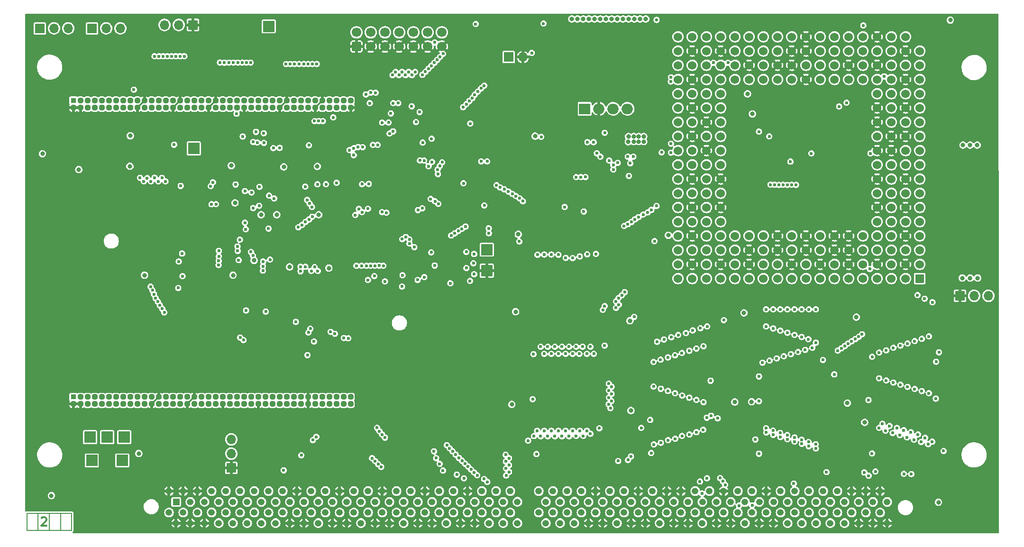
<source format=gbr>
G04 #@! TF.GenerationSoftware,KiCad,Pcbnew,7.0.6-0*
G04 #@! TF.CreationDate,2024-03-03T17:22:18+01:00*
G04 #@! TF.ProjectId,Z3660_v021d,5a333636-305f-4763-9032-31642e6b6963,v0.21d*
G04 #@! TF.SameCoordinates,Original*
G04 #@! TF.FileFunction,Copper,L2,Inr*
G04 #@! TF.FilePolarity,Positive*
%FSLAX46Y46*%
G04 Gerber Fmt 4.6, Leading zero omitted, Abs format (unit mm)*
G04 Created by KiCad (PCBNEW 7.0.6-0) date 2024-03-03 17:22:18*
%MOMM*%
%LPD*%
G01*
G04 APERTURE LIST*
G04 Aperture macros list*
%AMRoundRect*
0 Rectangle with rounded corners*
0 $1 Rounding radius*
0 $2 $3 $4 $5 $6 $7 $8 $9 X,Y pos of 4 corners*
0 Add a 4 corners polygon primitive as box body*
4,1,4,$2,$3,$4,$5,$6,$7,$8,$9,$2,$3,0*
0 Add four circle primitives for the rounded corners*
1,1,$1+$1,$2,$3*
1,1,$1+$1,$4,$5*
1,1,$1+$1,$6,$7*
1,1,$1+$1,$8,$9*
0 Add four rect primitives between the rounded corners*
20,1,$1+$1,$2,$3,$4,$5,0*
20,1,$1+$1,$4,$5,$6,$7,0*
20,1,$1+$1,$6,$7,$8,$9,0*
20,1,$1+$1,$8,$9,$2,$3,0*%
G04 Aperture macros list end*
G04 #@! TA.AperFunction,NonConductor*
%ADD10C,0.150000*%
G04 #@! TD*
%ADD11C,0.300000*%
G04 #@! TA.AperFunction,NonConductor*
%ADD12C,0.300000*%
G04 #@! TD*
G04 #@! TA.AperFunction,ComponentPad*
%ADD13R,1.700000X1.700000*%
G04 #@! TD*
G04 #@! TA.AperFunction,ComponentPad*
%ADD14O,1.700000X1.700000*%
G04 #@! TD*
G04 #@! TA.AperFunction,ComponentPad*
%ADD15RoundRect,0.250000X0.600000X-0.600000X0.600000X0.600000X-0.600000X0.600000X-0.600000X-0.600000X0*%
G04 #@! TD*
G04 #@! TA.AperFunction,ComponentPad*
%ADD16C,1.700000*%
G04 #@! TD*
G04 #@! TA.AperFunction,ComponentPad*
%ADD17R,2.000000X2.000000*%
G04 #@! TD*
G04 #@! TA.AperFunction,ComponentPad*
%ADD18R,2.000000X1.905000*%
G04 #@! TD*
G04 #@! TA.AperFunction,ComponentPad*
%ADD19O,2.000000X1.905000*%
G04 #@! TD*
G04 #@! TA.AperFunction,ComponentPad*
%ADD20C,1.524000*%
G04 #@! TD*
G04 #@! TA.AperFunction,ComponentPad*
%ADD21R,1.524000X1.524000*%
G04 #@! TD*
G04 #@! TA.AperFunction,ComponentPad*
%ADD22R,0.950000X0.950000*%
G04 #@! TD*
G04 #@! TA.AperFunction,ComponentPad*
%ADD23RoundRect,0.237500X-0.237500X0.237500X-0.237500X-0.237500X0.237500X-0.237500X0.237500X0.237500X0*%
G04 #@! TD*
G04 #@! TA.AperFunction,ComponentPad*
%ADD24R,1.200000X1.200000*%
G04 #@! TD*
G04 #@! TA.AperFunction,ComponentPad*
%ADD25O,1.200000X1.200000*%
G04 #@! TD*
G04 #@! TA.AperFunction,ViaPad*
%ADD26C,0.800000*%
G04 #@! TD*
G04 #@! TA.AperFunction,ViaPad*
%ADD27C,0.600000*%
G04 #@! TD*
G04 #@! TA.AperFunction,Conductor*
%ADD28C,0.300000*%
G04 #@! TD*
G04 APERTURE END LIST*
D10*
X84582000Y-118999000D02*
X84582000Y-122047000D01*
X82582000Y-118999000D02*
X82582000Y-122047000D01*
X86582000Y-118999000D02*
X86582000Y-122047000D01*
X80576000Y-118999000D02*
X88576000Y-118999000D01*
X88576000Y-122047000D02*
X80576000Y-122047000D01*
X88576000Y-118999000D02*
X88576000Y-122047000D01*
X80576000Y-122047000D02*
X80576000Y-118999000D01*
D11*
D12*
X83195429Y-119844185D02*
X83266857Y-119772757D01*
X83266857Y-119772757D02*
X83409715Y-119701328D01*
X83409715Y-119701328D02*
X83766857Y-119701328D01*
X83766857Y-119701328D02*
X83909715Y-119772757D01*
X83909715Y-119772757D02*
X83981143Y-119844185D01*
X83981143Y-119844185D02*
X84052572Y-119987042D01*
X84052572Y-119987042D02*
X84052572Y-120129900D01*
X84052572Y-120129900D02*
X83981143Y-120344185D01*
X83981143Y-120344185D02*
X83124000Y-121201328D01*
X83124000Y-121201328D02*
X84052572Y-121201328D01*
D13*
X247220000Y-80137000D03*
D14*
X249760000Y-80137000D03*
X252300000Y-80137000D03*
D13*
X110251000Y-31750000D03*
D14*
X107711000Y-31750000D03*
X105171000Y-31750000D03*
D15*
X139446000Y-35610800D03*
D16*
X139446000Y-33070800D03*
X141986000Y-35610800D03*
X141986000Y-33070800D03*
X144526000Y-35610800D03*
X144526000Y-33070800D03*
X147066000Y-35610800D03*
X147066000Y-33070800D03*
X149606000Y-35610800D03*
X149606000Y-33070800D03*
X152146000Y-35610800D03*
X152146000Y-33070800D03*
X154686000Y-35610800D03*
X154686000Y-33070800D03*
D17*
X123768000Y-32004000D03*
X162712400Y-75641200D03*
X110388400Y-53797200D03*
X92178000Y-109551600D03*
X97613600Y-109551600D03*
X94921200Y-105386000D03*
D13*
X166624000Y-37490400D03*
D14*
X169164000Y-37490400D03*
D13*
X117094000Y-110871000D03*
D14*
X117094000Y-108331000D03*
X117094000Y-105791000D03*
D17*
X97969200Y-105386000D03*
D13*
X82895300Y-32361200D03*
D14*
X85435300Y-32361200D03*
X87975300Y-32361200D03*
D18*
X180213000Y-46736000D03*
D19*
X182753000Y-46736000D03*
X185293000Y-46736000D03*
X187833000Y-46736000D03*
D13*
X92191700Y-32361200D03*
D14*
X94731700Y-32361200D03*
X97271700Y-32361200D03*
D17*
X91873200Y-105386000D03*
X162712400Y-71882000D03*
D20*
X232435000Y-69430900D03*
X229895000Y-69430900D03*
X209575000Y-69430900D03*
X207035000Y-69430900D03*
D21*
X240055000Y-77050900D03*
D20*
X237515000Y-77050900D03*
X234975000Y-77050900D03*
X232435000Y-77050900D03*
X229895000Y-77050900D03*
X227355000Y-77050900D03*
X224815000Y-77050900D03*
X222275000Y-77050900D03*
X219735000Y-77050900D03*
X217195000Y-77050900D03*
X214655000Y-77050900D03*
X212115000Y-77050900D03*
X209575000Y-77050900D03*
X207035000Y-77050900D03*
X204495000Y-77050900D03*
X201955000Y-77050900D03*
X199415000Y-77050900D03*
X196875000Y-77050900D03*
X240055000Y-74510900D03*
X237515000Y-74510900D03*
X232435000Y-54190900D03*
X232435000Y-49110900D03*
X232435000Y-46570900D03*
X227355000Y-69430900D03*
X224815000Y-69430900D03*
X219735000Y-69430900D03*
X214655000Y-69430900D03*
X234975000Y-74510900D03*
X232435000Y-74510900D03*
X229895000Y-74510900D03*
X227355000Y-74510900D03*
X224815000Y-74510900D03*
X222275000Y-74510900D03*
X219735000Y-74510900D03*
X217195000Y-74510900D03*
X214655000Y-74510900D03*
X212115000Y-74510900D03*
X209575000Y-74510900D03*
X207035000Y-74510900D03*
X204495000Y-74510900D03*
X201955000Y-74510900D03*
X199415000Y-74510900D03*
X196875000Y-74510900D03*
X240055000Y-71970900D03*
X237515000Y-71970900D03*
X234975000Y-71970900D03*
X232435000Y-71970900D03*
X229895000Y-71970900D03*
X227355000Y-71970900D03*
X224815000Y-71970900D03*
X222275000Y-71970900D03*
X219735000Y-71970900D03*
X217195000Y-71970900D03*
X214655000Y-71970900D03*
X212115000Y-71970900D03*
X209575000Y-71970900D03*
X207035000Y-71970900D03*
X204495000Y-71970900D03*
X201955000Y-71970900D03*
X199415000Y-71970900D03*
X196875000Y-71970900D03*
X240055000Y-69430900D03*
X237515000Y-69430900D03*
X234975000Y-69430900D03*
X201955000Y-69430900D03*
X199415000Y-69430900D03*
X196875000Y-69430900D03*
X240055000Y-66890900D03*
X237515000Y-66890900D03*
X234975000Y-66890900D03*
X201955000Y-66890900D03*
X199415000Y-66890900D03*
X196875000Y-66890900D03*
X240055000Y-64350900D03*
X237515000Y-64350900D03*
X234975000Y-64350900D03*
X201955000Y-64350900D03*
X199415000Y-64350900D03*
X196875000Y-64350900D03*
X240055000Y-61810900D03*
X237515000Y-61810900D03*
X234975000Y-61810900D03*
X201955000Y-61810900D03*
X199415000Y-61810900D03*
X196875000Y-61810900D03*
X240055000Y-59270900D03*
X237515000Y-59270900D03*
X234975000Y-59270900D03*
X201955000Y-59270900D03*
X199415000Y-59270900D03*
X196875000Y-59270900D03*
X240055000Y-56730900D03*
X237515000Y-56730900D03*
X234975000Y-56730900D03*
X201955000Y-56730900D03*
X199415000Y-56730900D03*
X196875000Y-56730900D03*
X240055000Y-54190900D03*
X237515000Y-54190900D03*
X234975000Y-54190900D03*
X201955000Y-54190900D03*
X199415000Y-54190900D03*
X196875000Y-54190900D03*
X240055000Y-51650900D03*
X237515000Y-51650900D03*
X234975000Y-51650900D03*
X201955000Y-51650900D03*
X199415000Y-51650900D03*
X196875000Y-51650900D03*
X240055000Y-49110900D03*
X237515000Y-49110900D03*
X234975000Y-49110900D03*
X201955000Y-49110900D03*
X199415000Y-49110900D03*
X196875000Y-49110900D03*
X240055000Y-46570900D03*
X237515000Y-46570900D03*
X234975000Y-46570900D03*
X201955000Y-46570900D03*
X199415000Y-46570900D03*
X196875000Y-46570900D03*
X240055000Y-44030900D03*
X237515000Y-44030900D03*
X234975000Y-44030900D03*
X201955000Y-44030900D03*
X199415000Y-44030900D03*
X196875000Y-44030900D03*
X240055000Y-41490900D03*
X237515000Y-41490900D03*
X234975000Y-41490900D03*
X201955000Y-41490900D03*
X199415000Y-41490900D03*
X196875000Y-41490900D03*
X240055000Y-38950900D03*
X237515000Y-38950900D03*
X234975000Y-38950900D03*
X232435000Y-38950900D03*
X229895000Y-38950900D03*
X227355000Y-38950900D03*
X224815000Y-38950900D03*
X222275000Y-38950900D03*
X219735000Y-38950900D03*
X217195000Y-38950900D03*
X214655000Y-38950900D03*
X212115000Y-38950900D03*
X209575000Y-38950900D03*
X207035000Y-38950900D03*
X204495000Y-38950900D03*
X201955000Y-38950900D03*
X199415000Y-38950900D03*
X196875000Y-38950900D03*
X240055000Y-36410900D03*
X237515000Y-36410900D03*
X234975000Y-36410900D03*
X232435000Y-36410900D03*
X229895000Y-36410900D03*
X227355000Y-36410900D03*
X224815000Y-36410900D03*
X222275000Y-36410900D03*
X219735000Y-36410900D03*
X217195000Y-36410900D03*
X214655000Y-36410900D03*
X212115000Y-36410900D03*
X209575000Y-36410900D03*
X207035000Y-36410900D03*
X204495000Y-36410900D03*
X201955000Y-36410900D03*
X199415000Y-36410900D03*
X196875000Y-36410900D03*
X237515000Y-33870900D03*
X234975000Y-33870900D03*
X232435000Y-33870900D03*
X229895000Y-33870900D03*
X227355000Y-33870900D03*
X224815000Y-33870900D03*
X222275000Y-33870900D03*
X219735000Y-33870900D03*
X217195000Y-33870900D03*
X214655000Y-33870900D03*
X212115000Y-33870900D03*
X209575000Y-33870900D03*
X207035000Y-33870900D03*
X204495000Y-33870900D03*
X201955000Y-33870900D03*
X199415000Y-33870900D03*
X196875000Y-33870900D03*
X222275000Y-69430900D03*
X217195000Y-69430900D03*
X212115000Y-69430900D03*
X204495000Y-69430900D03*
X232435000Y-66890900D03*
X204495000Y-66890900D03*
X232435000Y-64350900D03*
X204495000Y-64350900D03*
X232435000Y-61810900D03*
X204495000Y-61810900D03*
X232435000Y-59270900D03*
X204495000Y-59270900D03*
X232435000Y-56730900D03*
X204495000Y-56730900D03*
X204495000Y-54190900D03*
X232435000Y-51650900D03*
X204495000Y-51650900D03*
X204495000Y-49110900D03*
X204495000Y-46570900D03*
X232435000Y-44030900D03*
X204495000Y-44030900D03*
X232435000Y-41490900D03*
X229895000Y-41490900D03*
X227355000Y-41490900D03*
X224815000Y-41490900D03*
X222275000Y-41490900D03*
X219735000Y-41490900D03*
X217195000Y-41490900D03*
X214655000Y-41490900D03*
X212115000Y-41490900D03*
X209575000Y-41490900D03*
X207035000Y-41490900D03*
X204495000Y-41490900D03*
D22*
X88883000Y-45256500D03*
D23*
X88883000Y-46526500D03*
X90153000Y-45256500D03*
X90153000Y-46526500D03*
X91423000Y-45256500D03*
X91423000Y-46526500D03*
X92693000Y-45256500D03*
X92693000Y-46526500D03*
X93963000Y-45256500D03*
X93963000Y-46526500D03*
X95233000Y-45256500D03*
X95233000Y-46526500D03*
X96503000Y-45256500D03*
X96503000Y-46526500D03*
X97773000Y-45256500D03*
X97773000Y-46526500D03*
X99043000Y-45256500D03*
X99043000Y-46526500D03*
X100313000Y-45256500D03*
X100313000Y-46526500D03*
X101583000Y-45256500D03*
X101583000Y-46526500D03*
X102853000Y-45256500D03*
X102853000Y-46526500D03*
X104123000Y-45256500D03*
X104123000Y-46526500D03*
X105393000Y-45256500D03*
X105393000Y-46526500D03*
X106663000Y-45256500D03*
X106663000Y-46526500D03*
X107933000Y-45256500D03*
X107933000Y-46526500D03*
X109203000Y-45256500D03*
X109203000Y-46526500D03*
X110473000Y-45256500D03*
X110473000Y-46526500D03*
X111743000Y-45256500D03*
X111743000Y-46526500D03*
X113013000Y-45256500D03*
X113013000Y-46526500D03*
X114283000Y-45256500D03*
X114283000Y-46526500D03*
X115553000Y-45256500D03*
X115553000Y-46526500D03*
X116823000Y-45256500D03*
X116823000Y-46526500D03*
X118093000Y-45256500D03*
X118093000Y-46526500D03*
X119363000Y-45256500D03*
X119363000Y-46526500D03*
X120633000Y-45256500D03*
X120633000Y-46526500D03*
X121903000Y-45256500D03*
X121903000Y-46526500D03*
X123173000Y-45256500D03*
X123173000Y-46526500D03*
X124443000Y-45256500D03*
X124443000Y-46526500D03*
X125713000Y-45256500D03*
X125713000Y-46526500D03*
X126983000Y-45256500D03*
X126983000Y-46526500D03*
X128253000Y-45256500D03*
X128253000Y-46526500D03*
X129523000Y-45256500D03*
X129523000Y-46526500D03*
X130793000Y-45256500D03*
X130793000Y-46526500D03*
X132063000Y-45256500D03*
X132063000Y-46526500D03*
X133333000Y-45256500D03*
X133333000Y-46526500D03*
X134603000Y-45256500D03*
X134603000Y-46526500D03*
X135873000Y-45256500D03*
X135873000Y-46526500D03*
X137143000Y-45256500D03*
X137143000Y-46526500D03*
X138413000Y-45256500D03*
X138413000Y-46526500D03*
D22*
X88883000Y-98193000D03*
D23*
X88883000Y-99463000D03*
X90153000Y-98193000D03*
X90153000Y-99463000D03*
X91423000Y-98193000D03*
X91423000Y-99463000D03*
X92693000Y-98193000D03*
X92693000Y-99463000D03*
X93963000Y-98193000D03*
X93963000Y-99463000D03*
X95233000Y-98193000D03*
X95233000Y-99463000D03*
X96503000Y-98193000D03*
X96503000Y-99463000D03*
X97773000Y-98193000D03*
X97773000Y-99463000D03*
X99043000Y-98193000D03*
X99043000Y-99463000D03*
X100313000Y-98193000D03*
X100313000Y-99463000D03*
X101583000Y-98193000D03*
X101583000Y-99463000D03*
X102853000Y-98193000D03*
X102853000Y-99463000D03*
X104123000Y-98193000D03*
X104123000Y-99463000D03*
X105393000Y-98193000D03*
X105393000Y-99463000D03*
X106663000Y-98193000D03*
X106663000Y-99463000D03*
X107933000Y-98193000D03*
X107933000Y-99463000D03*
X109203000Y-98193000D03*
X109203000Y-99463000D03*
X110473000Y-98193000D03*
X110473000Y-99463000D03*
X111743000Y-98193000D03*
X111743000Y-99463000D03*
X113013000Y-98193000D03*
X113013000Y-99463000D03*
X114283000Y-98193000D03*
X114283000Y-99463000D03*
X115553000Y-98193000D03*
X115553000Y-99463000D03*
X116823000Y-98193000D03*
X116823000Y-99463000D03*
X118093000Y-98193000D03*
X118093000Y-99463000D03*
X119363000Y-98193000D03*
X119363000Y-99463000D03*
X120633000Y-98193000D03*
X120633000Y-99463000D03*
X121903000Y-98193000D03*
X121903000Y-99463000D03*
X123173000Y-98193000D03*
X123173000Y-99463000D03*
X124443000Y-98193000D03*
X124443000Y-99463000D03*
X125713000Y-98193000D03*
X125713000Y-99463000D03*
X126983000Y-98193000D03*
X126983000Y-99463000D03*
X128253000Y-98193000D03*
X128253000Y-99463000D03*
X129523000Y-98193000D03*
X129523000Y-99463000D03*
X130793000Y-98193000D03*
X130793000Y-99463000D03*
X132063000Y-98193000D03*
X132063000Y-99463000D03*
X133333000Y-98193000D03*
X133333000Y-99463000D03*
X134603000Y-98193000D03*
X134603000Y-99463000D03*
X135873000Y-98193000D03*
X135873000Y-99463000D03*
X137143000Y-98193000D03*
X137143000Y-99463000D03*
X138413000Y-98193000D03*
X138413000Y-99463000D03*
D24*
X107239000Y-116954500D03*
D25*
X105964986Y-115024415D03*
X107234986Y-120739415D03*
X105964986Y-118859500D03*
X109774986Y-116954500D03*
X108504986Y-115024415D03*
X109774986Y-120739415D03*
X108504986Y-118859500D03*
X112314986Y-116929415D03*
X111044986Y-115024415D03*
X112314986Y-120739415D03*
X111044986Y-118859500D03*
X114854986Y-116954500D03*
X113584986Y-115024415D03*
X114854986Y-120739415D03*
X113584986Y-118834415D03*
X117394986Y-116954500D03*
X116124986Y-115024415D03*
X117394986Y-120739415D03*
X116124986Y-118859500D03*
X119934986Y-116954500D03*
X118664986Y-115024415D03*
X119934986Y-120739415D03*
X118664986Y-118859500D03*
X122474986Y-116954500D03*
X121204986Y-115024415D03*
X122474986Y-120739415D03*
X121204986Y-118834415D03*
X125014986Y-116954500D03*
X123744986Y-115024415D03*
X125014986Y-120739415D03*
X123744986Y-118859500D03*
X127554986Y-116954500D03*
X126284986Y-115024415D03*
X127554986Y-120739415D03*
X126284986Y-118834415D03*
X130094986Y-116954500D03*
X128824986Y-115024415D03*
X130094986Y-120739415D03*
X128824986Y-118859500D03*
X132634986Y-116929415D03*
X131364986Y-115024415D03*
X132634986Y-120739415D03*
X131364986Y-118834415D03*
X135174986Y-116954500D03*
X133904986Y-115024415D03*
X135174986Y-120739415D03*
X133904986Y-118859500D03*
X137714986Y-116929415D03*
X136444986Y-115024415D03*
X137714986Y-120739415D03*
X136444986Y-118859500D03*
X140254986Y-116954500D03*
X138984986Y-115024415D03*
X140254986Y-120739415D03*
X138984986Y-118859500D03*
X142794986Y-116954500D03*
X141524986Y-115024415D03*
X142794986Y-120739415D03*
X141524986Y-118834415D03*
X145334986Y-116954500D03*
X144064986Y-115024415D03*
X145334986Y-120739415D03*
X144064986Y-118859500D03*
X147874986Y-116954500D03*
X146604986Y-115024415D03*
X147874986Y-120739415D03*
X146604986Y-118859500D03*
X150414986Y-116954500D03*
X149144986Y-115024415D03*
X150414986Y-120739415D03*
X149144986Y-118834415D03*
X152954986Y-116954500D03*
X151684986Y-115024415D03*
X152954986Y-120739415D03*
X151684986Y-118859500D03*
X155494986Y-116954500D03*
X154224986Y-115024415D03*
X155494986Y-120739415D03*
X154224986Y-118834415D03*
X158034986Y-116954500D03*
X156764986Y-115024415D03*
X158034986Y-120739415D03*
X156764986Y-118859500D03*
X160574986Y-116954500D03*
X159304986Y-115024415D03*
X160574986Y-120739415D03*
X159304986Y-118834415D03*
X163114986Y-116954500D03*
X161844986Y-115024415D03*
X163114986Y-120739415D03*
X161844986Y-118859500D03*
X165654986Y-116954500D03*
X164384986Y-115024415D03*
X165654986Y-120739415D03*
X164384986Y-118834415D03*
X168194986Y-116929415D03*
X166924986Y-115024415D03*
X168194986Y-120739415D03*
X166924986Y-118859500D03*
X173274986Y-116929415D03*
X172004986Y-115024415D03*
X173274986Y-120739415D03*
X172004986Y-118859500D03*
X175814986Y-116929415D03*
X174544986Y-115024415D03*
X175814986Y-120739415D03*
X174544986Y-118834415D03*
X178354986Y-116929415D03*
X177084986Y-115024415D03*
X178354986Y-120739415D03*
X177084986Y-118859500D03*
X180894986Y-116954500D03*
X179624986Y-115024415D03*
X180894986Y-120739415D03*
X179624986Y-118859500D03*
X183434986Y-116954500D03*
X182164986Y-115024415D03*
X183434986Y-120739415D03*
X182164986Y-118834415D03*
X185974986Y-116929415D03*
X184704986Y-115024415D03*
X185974986Y-120739415D03*
X184704986Y-118859500D03*
X188514986Y-116954500D03*
X187244986Y-115024415D03*
X188514986Y-120739415D03*
X187244986Y-118859500D03*
X191054986Y-116929415D03*
X189784986Y-115024415D03*
X191054986Y-120739415D03*
X189784986Y-118859500D03*
X193594986Y-116929415D03*
X192324986Y-115024415D03*
X193594986Y-120739415D03*
X192324986Y-118834415D03*
X196134986Y-116929415D03*
X194864986Y-115024415D03*
X196134986Y-120739415D03*
X194864986Y-118859500D03*
X198674986Y-116954500D03*
X197404986Y-115024415D03*
X198674986Y-120739415D03*
X197404986Y-118859500D03*
X201219000Y-116954500D03*
X199944986Y-115024415D03*
X201214986Y-120739415D03*
X199944986Y-118859500D03*
X203754986Y-116929415D03*
X202484986Y-115024415D03*
X203754986Y-120739415D03*
X202484986Y-118859500D03*
X206294986Y-116954500D03*
X205024986Y-115024415D03*
X206294986Y-120739415D03*
X205024986Y-118834415D03*
X208834986Y-116954500D03*
X207564986Y-115024415D03*
X208834986Y-120739415D03*
X207564986Y-118859500D03*
X211379000Y-116954500D03*
X210104986Y-115024415D03*
X211374986Y-120739415D03*
X210104986Y-118859500D03*
X213919000Y-116954500D03*
X212644986Y-115024415D03*
X213914986Y-120739415D03*
X212644986Y-118859500D03*
X216454986Y-116954500D03*
X215184986Y-115024415D03*
X216454986Y-120739415D03*
X215184986Y-118859500D03*
X218994986Y-116954500D03*
X217724986Y-115024415D03*
X218994986Y-120739415D03*
X217724986Y-118859500D03*
X221534986Y-116954500D03*
X220264986Y-115024415D03*
X221534986Y-120739415D03*
X220264986Y-118859500D03*
X224074986Y-116954500D03*
X222804986Y-115024415D03*
X224074986Y-120739415D03*
X222804986Y-118859500D03*
X226614986Y-116954500D03*
X225344986Y-115024415D03*
X226614986Y-120739415D03*
X225344986Y-118859500D03*
X229154986Y-116954500D03*
X227884986Y-115024415D03*
X229154986Y-120739415D03*
X227884986Y-118834415D03*
X231694986Y-116954500D03*
X230424986Y-115024415D03*
X231694986Y-120739415D03*
X230424986Y-118834415D03*
X234234986Y-116954500D03*
X232964986Y-115024415D03*
X234234986Y-120739415D03*
X232964986Y-118859500D03*
D26*
X176107477Y-30690810D03*
X178077293Y-36969500D03*
X136398000Y-57368982D03*
X92440000Y-115824000D03*
X95758000Y-49834800D03*
X247777000Y-66294000D03*
X203962000Y-95032198D03*
X222732600Y-102187194D03*
X187522898Y-88818502D03*
X224002600Y-107812400D03*
X93878400Y-41300400D03*
X226822000Y-103334445D03*
X224045449Y-91691599D03*
X178119400Y-64185865D03*
X205673697Y-85098000D03*
X116051327Y-75909273D03*
X193497200Y-44348400D03*
X162661602Y-51612802D03*
X89662000Y-90017600D03*
X165137644Y-85740515D03*
X104063800Y-88864000D03*
X203300000Y-112739800D03*
X130849500Y-56903872D03*
X177165000Y-39116000D03*
X188468000Y-102616000D03*
X183769000Y-95123000D03*
X125349000Y-75311000D03*
X179197000Y-39116000D03*
X167175000Y-103789498D03*
X210566000Y-112947670D03*
X250316950Y-65087500D03*
X176149000Y-39116000D03*
X182499000Y-102235000D03*
X249047000Y-66294000D03*
X136144000Y-65786000D03*
X244246400Y-95250000D03*
X242990500Y-82423000D03*
X228600000Y-85979000D03*
X176020094Y-36969500D03*
X180144300Y-36969500D03*
X208835141Y-65985141D03*
X134975600Y-60131226D03*
X249047000Y-65087500D03*
X179122299Y-36969500D03*
X167629700Y-46280400D03*
X114427000Y-89676800D03*
X83362800Y-46837602D03*
X117887764Y-54692564D03*
X108818700Y-108305600D03*
X182480428Y-82858600D03*
X137033000Y-76962000D03*
X122936000Y-56896000D03*
X105997269Y-58899531D03*
X250317000Y-66294000D03*
X180213000Y-39116000D03*
X244246400Y-111912400D03*
X174040800Y-52832000D03*
X117823576Y-65818444D03*
X206933800Y-101600000D03*
X251637800Y-117017800D03*
X87299800Y-59857200D03*
X117855992Y-68377217D03*
X119888000Y-78552412D03*
X87477600Y-54762400D03*
X129565400Y-65648400D03*
X247777008Y-65087500D03*
X184912000Y-110109000D03*
X101854000Y-34798000D03*
X178181000Y-39116000D03*
D27*
X221640400Y-49733200D03*
D26*
X167711400Y-70967602D03*
X177068242Y-36969500D03*
X245000000Y-39400000D03*
X180961720Y-30690810D03*
X181991000Y-30690810D03*
X184023000Y-30690810D03*
X84963000Y-115824000D03*
X188976000Y-52578000D03*
X228727000Y-83947000D03*
X207010000Y-99110800D03*
X188000000Y-52600008D03*
X183007000Y-30690810D03*
X185039000Y-30690810D03*
X189864951Y-52578491D03*
X189865000Y-51689000D03*
X179958443Y-30690810D03*
X208661000Y-83185000D03*
X188067505Y-30690810D03*
X188468000Y-100635003D03*
X167182914Y-99537510D03*
D27*
X231241579Y-54711621D03*
D26*
X189083505Y-30690810D03*
X188290926Y-84597974D03*
X168351200Y-69137000D03*
X249046999Y-76962000D03*
X167868600Y-82971200D03*
X250380503Y-76961998D03*
X89859901Y-57591295D03*
X177907505Y-30690810D03*
X247650001Y-76962000D03*
X243382800Y-117017798D03*
X210018000Y-99060000D03*
X186054443Y-30690810D03*
X171348402Y-51612800D03*
X83362800Y-54762398D03*
D27*
X220675200Y-54711600D03*
D26*
X100584000Y-108305600D03*
X190753951Y-52578491D03*
X230211000Y-102733995D03*
X188976049Y-51688509D03*
X187070443Y-30690810D03*
X227116862Y-99291030D03*
X191121720Y-30690810D03*
X190099505Y-30690810D03*
X188023016Y-51688514D03*
X178929720Y-30690810D03*
X190754000Y-51689000D03*
D27*
X221458418Y-106641000D03*
X241548011Y-106627529D03*
X229743000Y-86995000D03*
X241681000Y-87376000D03*
X221488000Y-82550000D03*
X220206990Y-106241000D03*
X240284000Y-106232500D03*
X220261022Y-82550000D03*
X229142363Y-87443318D03*
X240411000Y-87823500D03*
X218948000Y-105841000D03*
X239014000Y-105832989D03*
X238531404Y-111977996D03*
X239141000Y-88223011D03*
X218948000Y-82550000D03*
X228522450Y-87864581D03*
X237744000Y-105433478D03*
X237210595Y-111936405D03*
X217678001Y-105441000D03*
X227886238Y-88260799D03*
X217678000Y-82550000D03*
X237871000Y-88646000D03*
X216385250Y-105005522D03*
X236474000Y-105033967D03*
X227250503Y-88657783D03*
X236601000Y-89027000D03*
X216408000Y-82550000D03*
X235208289Y-104636782D03*
X215106518Y-104606011D03*
X226652239Y-89109262D03*
X215138000Y-82550000D03*
X235331000Y-89421544D03*
X213836518Y-104206500D03*
X233934000Y-104234945D03*
X226026675Y-89522086D03*
X234061000Y-89871533D03*
X213868000Y-82550000D03*
X232791010Y-103715262D03*
X212599242Y-103787200D03*
X232791000Y-90271044D03*
X217550996Y-113665000D03*
X225399608Y-89932624D03*
X212598000Y-82550000D03*
X192517741Y-91948017D03*
X204397269Y-112667299D03*
X172974000Y-90490500D03*
X193751206Y-91548002D03*
X204891974Y-113275960D03*
X174244000Y-90490500D03*
X205308000Y-113900000D03*
X175524509Y-90490500D03*
X195071998Y-91148000D03*
X196342000Y-90747994D03*
X176784000Y-90490500D03*
X197561200Y-90347996D03*
X178054000Y-90490500D03*
X201168000Y-115443000D03*
X198881820Y-89947985D03*
X179252100Y-90490500D03*
X200787001Y-113309027D03*
X180594000Y-90490500D03*
X200151874Y-89547980D03*
X207772000Y-117602000D03*
X202038403Y-112725200D03*
X201422000Y-89147998D03*
X210108802Y-117551200D03*
X181850245Y-90490500D03*
X130962400Y-53238400D03*
X172440600Y-51739800D03*
X166161681Y-110968633D03*
X151552608Y-76801501D03*
X122751841Y-74860907D03*
X144239369Y-74761431D03*
X150368000Y-77276500D03*
X166195000Y-112220000D03*
X131495800Y-64260600D03*
X154062090Y-63702216D03*
X166703000Y-111591001D03*
X148894800Y-70048997D03*
X119674500Y-68242200D03*
X131072191Y-63641682D03*
X153466802Y-63246004D03*
X130656303Y-63017549D03*
X152700874Y-62822287D03*
X108377606Y-76627608D03*
X149779331Y-71454670D03*
X156210000Y-77892600D03*
X143489382Y-74756609D03*
X147605059Y-70013033D03*
X107701301Y-74010301D03*
X118618000Y-70104000D03*
X148894800Y-70799000D03*
X148260592Y-69648643D03*
X108310901Y-72587901D03*
X122746729Y-75636201D03*
X147675598Y-76454000D03*
X147583400Y-78467600D03*
X142734590Y-74761400D03*
X142646400Y-76606400D03*
X130708400Y-90728800D03*
X128625598Y-84785200D03*
X141969788Y-74761400D03*
X141500000Y-77317600D03*
X131368800Y-75692014D03*
X131852000Y-88293400D03*
X130318513Y-74956541D03*
X141219794Y-74761400D03*
X135890000Y-59943996D03*
X145188345Y-49174400D03*
X113563403Y-63779399D03*
X121513413Y-50850603D03*
X139241964Y-65700600D03*
X186108011Y-56375000D03*
X121005600Y-64465200D03*
X134010400Y-60198000D03*
X144038345Y-49205229D03*
X141986000Y-43840400D03*
X144018000Y-65176400D03*
X188104487Y-58722113D03*
X188346674Y-56449938D03*
X144780000Y-65289400D03*
X142866404Y-43856831D03*
X141822827Y-45716982D03*
X160731204Y-31597600D03*
X107619800Y-78732603D03*
X114884202Y-72100000D03*
X146908302Y-45714698D03*
X132537196Y-75692000D03*
X145999196Y-45720000D03*
X131963647Y-75007508D03*
X133448341Y-48924500D03*
X171075000Y-90551000D03*
X183769000Y-89027000D03*
X118397848Y-73771536D03*
X160324800Y-74320400D03*
X122072400Y-64041706D03*
X180340000Y-58922700D03*
X224784513Y-94178087D03*
X211328000Y-94538800D03*
X159081033Y-75157767D03*
X120599200Y-72288400D03*
X160462400Y-76263758D03*
X120976072Y-72962911D03*
X170925000Y-98600000D03*
X188468000Y-108839000D03*
X203962000Y-102000000D03*
X190301268Y-103727468D03*
X179527200Y-58924988D03*
X189052200Y-83885600D03*
X205078748Y-84490925D03*
X123839651Y-62230523D03*
X232136641Y-111523204D03*
X122783601Y-74015599D03*
X243484400Y-90220800D03*
X231546400Y-91033600D03*
X166098598Y-108515602D03*
X153416000Y-74726800D03*
X171600000Y-108400000D03*
X159715200Y-77470000D03*
X124002987Y-73660187D03*
X244298020Y-107850000D03*
X231521000Y-108300000D03*
X160462392Y-72669232D03*
X168520474Y-70424500D03*
X180035200Y-65074800D03*
X118235561Y-72112785D03*
X145588789Y-47552811D03*
X149301200Y-46278800D03*
X139442885Y-74780709D03*
X150723600Y-47299815D03*
X119278400Y-88036400D03*
X140360400Y-74777598D03*
X150088600Y-49098200D03*
X131949335Y-48924500D03*
X132698838Y-48924500D03*
X118028425Y-47612813D03*
X119126000Y-51679814D03*
X188899996Y-55275000D03*
X138961753Y-55003689D03*
X184588214Y-55975000D03*
X187900000Y-55275000D03*
X183000000Y-55300006D03*
X138201400Y-54116800D03*
X193954400Y-54507878D03*
X182372661Y-54666692D03*
X138963400Y-53761200D03*
X139729913Y-53564087D03*
X181800000Y-52700000D03*
X180699999Y-52700001D03*
X140563600Y-53584600D03*
X131546600Y-66004000D03*
X158276800Y-68172295D03*
X157616400Y-68572295D03*
X130984823Y-66500901D03*
X186189232Y-109619168D03*
X210693000Y-105800000D03*
X156984091Y-68975642D03*
X130351348Y-66929726D03*
X129725947Y-67493400D03*
X156346400Y-69372295D03*
X151536400Y-55981600D03*
X124612400Y-53746400D03*
X230142712Y-111697668D03*
X166126177Y-109718653D03*
X230911400Y-112282800D03*
X125727640Y-53720989D03*
X150783802Y-55959400D03*
X166700200Y-110368600D03*
X178675604Y-58924962D03*
X124739400Y-62752800D03*
X129057400Y-67883600D03*
X187943957Y-109448440D03*
X159054800Y-72288400D03*
X170100000Y-106000000D03*
X166700196Y-109133200D03*
X152806942Y-72376793D03*
X118194553Y-71340620D03*
X223393000Y-111622400D03*
X229971599Y-31833000D03*
X135300000Y-48260000D03*
X118668800Y-87579200D03*
X185327600Y-56758400D03*
X225653600Y-46329600D03*
X119532400Y-61417200D03*
X132486400Y-60221018D03*
X123252241Y-82944947D03*
X226974400Y-45653000D03*
X114362427Y-63765627D03*
X185327600Y-57571011D03*
X162818232Y-113381363D03*
X157734000Y-109102200D03*
X162243232Y-112846451D03*
X157159000Y-108496436D03*
X161010413Y-112191987D03*
X158648400Y-112725200D03*
X156616254Y-107899053D03*
X157378400Y-112064800D03*
X160458775Y-111683854D03*
X156085505Y-107369139D03*
X154896216Y-111359245D03*
X159922637Y-111157112D03*
X155590130Y-106806016D03*
X143865600Y-110693200D03*
X143306800Y-110185200D03*
X142773883Y-109657466D03*
X142233875Y-109136990D03*
X143547284Y-104324929D03*
X135600000Y-86900002D03*
X134830002Y-86569998D03*
X143118658Y-103709474D03*
X144526000Y-105460800D03*
X137979893Y-87720107D03*
X144021114Y-104906297D03*
X137200000Y-87671275D03*
X154305373Y-110160173D03*
X159390350Y-110628743D03*
X158838459Y-110120885D03*
X153684892Y-109123218D03*
X153280621Y-107912865D03*
X158309000Y-109584613D03*
X122887031Y-51103343D03*
X205790800Y-38506400D03*
X121740262Y-52758109D03*
X203200000Y-38506400D03*
X121000248Y-52636111D03*
X180648019Y-72710999D03*
X154736800Y-56286400D03*
X154330400Y-56946800D03*
X179324105Y-73100000D03*
X153924000Y-57607200D03*
X178075000Y-73399835D03*
X176825000Y-73365412D03*
X154005111Y-58389689D03*
X152946319Y-56235016D03*
X175514000Y-72800000D03*
X174244000Y-72771000D03*
X152321237Y-56981436D03*
X172974000Y-72771000D03*
X132270126Y-105323200D03*
X163067999Y-68071999D03*
X163093400Y-68961000D03*
X131663300Y-105898200D03*
X171785054Y-72785554D03*
X221488000Y-88519000D03*
X180594000Y-104267000D03*
X193141600Y-88341200D03*
X221491207Y-107390286D03*
X181229000Y-89214500D03*
X179838001Y-89214500D03*
X220157500Y-87884000D03*
X179324000Y-104267000D03*
X220220077Y-106990889D03*
X194377000Y-87937202D03*
X195662995Y-87530806D03*
X178054000Y-104267000D03*
X178689000Y-89214500D03*
X218948000Y-87503000D03*
X218992004Y-106589711D03*
X196917000Y-87124412D03*
X176784000Y-104267000D03*
X177419000Y-89214500D03*
X217678000Y-87122000D03*
X217678000Y-106191002D03*
X175514000Y-104267000D03*
X216410936Y-105754585D03*
X176149000Y-89214500D03*
X198282943Y-86797957D03*
X216408000Y-86741000D03*
X174244000Y-104267000D03*
X215156184Y-105368811D03*
X215139967Y-86360000D03*
X199498394Y-86319000D03*
X174879000Y-89214500D03*
X173610300Y-89214500D03*
X213886184Y-104969300D03*
X200856208Y-85919000D03*
X172974000Y-104267000D03*
X213868000Y-85979000D03*
X212644557Y-104555060D03*
X202082400Y-85598000D03*
X171704000Y-104267000D03*
X172339000Y-89214500D03*
X212598000Y-85598000D03*
X201362002Y-104055602D03*
X181229000Y-104775000D03*
X211963000Y-92075000D03*
X184794200Y-100203000D03*
X184495428Y-99515077D03*
X213233000Y-91694000D03*
X200152000Y-104500600D03*
X179959000Y-105156000D03*
X178689000Y-105170804D03*
X214503000Y-91313000D03*
X184970834Y-98933000D03*
X198907400Y-104900600D03*
X215773000Y-90932000D03*
X184531000Y-98298000D03*
X177419000Y-105221602D03*
X197586600Y-105170800D03*
X217043000Y-90551000D03*
X185003800Y-97663000D03*
X176149000Y-105221600D03*
X196367400Y-105678800D03*
X174879000Y-105221600D03*
X218313000Y-90170000D03*
X195097400Y-105932800D03*
X184531000Y-97028000D03*
X185003800Y-96393000D03*
X219583000Y-89789000D03*
X193802000Y-106390000D03*
X173609000Y-105221596D03*
X184509022Y-95818500D03*
X192557400Y-106694800D03*
X172339000Y-105221600D03*
X220853000Y-89408000D03*
X201422000Y-99139400D03*
X242256000Y-106200000D03*
X242316000Y-81280000D03*
X241681000Y-97536000D03*
X200152000Y-98739400D03*
X240986000Y-105499998D03*
X240919000Y-80645000D03*
X240411000Y-97155000D03*
X239716000Y-104921116D03*
X198882000Y-98339400D03*
X239141000Y-96774000D03*
X239649000Y-80010000D03*
X197612000Y-97939400D03*
X237871000Y-96393000D03*
X238446000Y-104521000D03*
X196342000Y-97539400D03*
X236601000Y-96012000D03*
X237176000Y-104140000D03*
X235331000Y-95631000D03*
X235966000Y-103759000D03*
X195072000Y-97139400D03*
X234636000Y-103394064D03*
X193802000Y-96739400D03*
X234061000Y-95250000D03*
X233366000Y-102997000D03*
X192518230Y-96333000D03*
X232791000Y-94866056D03*
X129459548Y-74930553D03*
X122926986Y-52814479D03*
X211339433Y-108339427D03*
X150428804Y-64822295D03*
X144526000Y-77571600D03*
X139871780Y-64603548D03*
X151207722Y-64495800D03*
X141499770Y-64588570D03*
X113811745Y-59878544D03*
X149921200Y-40154202D03*
X164449229Y-60371929D03*
X195626410Y-54567795D03*
X103378000Y-37338000D03*
X186827042Y-80046200D03*
X103013327Y-79152814D03*
X101463600Y-59708800D03*
X104164889Y-37363578D03*
X149346200Y-40719401D03*
X165118238Y-60775038D03*
X102073200Y-59099200D03*
X186252829Y-80536029D03*
X103288422Y-79850006D03*
X104913941Y-37337586D03*
X165850832Y-61101232D03*
X148771200Y-40156521D03*
X103566943Y-80545836D03*
X185791800Y-81127600D03*
X102733600Y-59708800D03*
X148196200Y-40719400D03*
X166568850Y-61514450D03*
X105688249Y-37352395D03*
X103978843Y-81172009D03*
X103394000Y-59048400D03*
X186296602Y-81722913D03*
X106437609Y-37337802D03*
X147574000Y-40154200D03*
X167280050Y-61920850D03*
X185791800Y-82277600D03*
X104054400Y-59708800D03*
X104318466Y-81840149D03*
X167936494Y-62323294D03*
X107188000Y-37338000D03*
X147046200Y-40719400D03*
X104755453Y-82449080D03*
X104714800Y-59048400D03*
X183769000Y-81958600D03*
X231140000Y-75336400D03*
X168594900Y-62723400D03*
X107950000Y-37338000D03*
X146424999Y-40154200D03*
X183452908Y-82638740D03*
X105324400Y-59708800D03*
X105127482Y-83099732D03*
X145896200Y-40719400D03*
X108712000Y-37338000D03*
X169169184Y-63223530D03*
X192109787Y-64797027D03*
X154921220Y-36899208D03*
X115062000Y-38481000D03*
X115862103Y-38493363D03*
X191465200Y-65227204D03*
X154390774Y-37429426D03*
X116703920Y-38477681D03*
X190648325Y-65635587D03*
X153881644Y-37980144D03*
X189835682Y-66088396D03*
X153353100Y-38518873D03*
X117475000Y-38481000D03*
X189167328Y-66493331D03*
X152822769Y-39049205D03*
X118268593Y-38481000D03*
X119036730Y-38481000D03*
X188568278Y-66944600D03*
X152292438Y-39579536D03*
X119786232Y-38480782D03*
X151762113Y-40109860D03*
X187920325Y-67344600D03*
X120535734Y-38481004D03*
X187238340Y-67665600D03*
X151221200Y-40665587D03*
X129455500Y-75742800D03*
X123738500Y-68124400D03*
X152857200Y-52070000D03*
X159766000Y-49377608D03*
X213156800Y-51663600D03*
X211328000Y-50800008D03*
X140439002Y-60189951D03*
X162791099Y-56122625D03*
X131219002Y-86013513D03*
X99695000Y-43307000D03*
X141129134Y-44164201D03*
X102671110Y-78486000D03*
X187356854Y-79471200D03*
X100803200Y-59048400D03*
X213386221Y-60287091D03*
X126873000Y-38735000D03*
X158510803Y-46445999D03*
X127635000Y-38735000D03*
X214135844Y-60310928D03*
X159066533Y-45890269D03*
X214885713Y-60325073D03*
X128397000Y-38735000D03*
X159606997Y-45349805D03*
X215635568Y-60310199D03*
X129221787Y-38732739D03*
X160137181Y-44819620D03*
X130048000Y-38735000D03*
X160573552Y-44196603D03*
X216395703Y-60325421D03*
X217144767Y-60299767D03*
X161103884Y-43666272D03*
X130810000Y-38735000D03*
X131572000Y-38735000D03*
X217932000Y-60325000D03*
X161686106Y-43087167D03*
X162257096Y-42600882D03*
X132334000Y-38735000D03*
X172847000Y-31496000D03*
X193040000Y-30861000D03*
X176631600Y-64262000D03*
X193040002Y-64075000D03*
X158546800Y-60026400D03*
X141642238Y-60159038D03*
X119736345Y-82758600D03*
X130877000Y-86681000D03*
X113414096Y-60541036D03*
X145341400Y-51155600D03*
X233680000Y-40944800D03*
X195578801Y-41855749D03*
X195606901Y-41106273D03*
X145983911Y-50768710D03*
X195610620Y-52953406D03*
X143235272Y-53171400D03*
X117856000Y-60248800D03*
X120717008Y-61671200D03*
X122123000Y-60655200D03*
X130308796Y-60631226D03*
X222758000Y-91592400D03*
X140446780Y-65203050D03*
X202692000Y-95300800D03*
X202029747Y-101903749D03*
X162274650Y-63988550D03*
X182818899Y-103785999D03*
X242976400Y-91897200D03*
X211328002Y-98958400D03*
X192097779Y-108226605D03*
X171136261Y-105185519D03*
X158937200Y-67772297D03*
X191899596Y-102301000D03*
X230886006Y-98755200D03*
X119522100Y-67057600D03*
X114824202Y-74625200D03*
X114858800Y-73066600D03*
X114850414Y-73871388D03*
X242916400Y-98499998D03*
X192685237Y-70375000D03*
X182219600Y-72644000D03*
X202774296Y-101566922D03*
X142392404Y-53171400D03*
X151282400Y-52771400D03*
X106872900Y-53138400D03*
X161728987Y-56127313D03*
X153437050Y-34865002D03*
X108051600Y-60502798D03*
X129590800Y-108610400D03*
X126441200Y-111302798D03*
D26*
X209296000Y-44069000D03*
X250316942Y-53213000D03*
X125222000Y-65659000D03*
X117099296Y-56890704D03*
D27*
X183800000Y-51000000D03*
D26*
X195141365Y-69325000D03*
X122428000Y-65659000D03*
X132718048Y-65659000D03*
X117398796Y-76454000D03*
X245500000Y-30900000D03*
X99060000Y-51547400D03*
X121158002Y-73812401D03*
D27*
X216941400Y-56159400D03*
D26*
X127508000Y-74985992D03*
X98983812Y-56997600D03*
X132461000Y-57023000D03*
X134518400Y-75184004D03*
X117754400Y-63542600D03*
X101600000Y-76454000D03*
X249046950Y-53213000D03*
X210159600Y-47650400D03*
D27*
X170764200Y-36743200D03*
D26*
X126465577Y-57114312D03*
X247777000Y-53213000D03*
D28*
X132063000Y-46526500D02*
X133333000Y-45256500D01*
X102853000Y-99463000D02*
X104123000Y-98193000D01*
X106663000Y-46526500D02*
X107933000Y-45256500D01*
X109203000Y-99463000D02*
X110473000Y-98193000D01*
X125713000Y-46526500D02*
X126983000Y-45256500D01*
X113013000Y-46526500D02*
X114283000Y-45256500D01*
X100313000Y-46526500D02*
X101583000Y-45256500D01*
G04 #@! TA.AperFunction,Conductor*
G36*
X131047000Y-99300060D02*
G01*
X131036552Y-99279078D01*
X130953666Y-99203516D01*
X130849080Y-99163000D01*
X130765198Y-99163000D01*
X130682750Y-99178412D01*
X130587390Y-99237457D01*
X130539000Y-99301535D01*
X130539000Y-98355939D01*
X130549448Y-98376922D01*
X130632334Y-98452484D01*
X130736920Y-98493000D01*
X130820802Y-98493000D01*
X130903250Y-98477588D01*
X130998610Y-98418543D01*
X131047000Y-98354464D01*
X131047000Y-99300060D01*
G37*
G04 #@! TD.AperFunction*
G04 #@! TA.AperFunction,Conductor*
G36*
X102615077Y-99280246D02*
G01*
X102619002Y-99266879D01*
X102636851Y-99251412D01*
X102615077Y-99280246D01*
G37*
G04 #@! TD.AperFunction*
G04 #@! TA.AperFunction,Conductor*
G36*
X108965077Y-99280246D02*
G01*
X108969002Y-99266879D01*
X108986851Y-99251412D01*
X108965077Y-99280246D01*
G37*
G04 #@! TD.AperFunction*
G04 #@! TA.AperFunction,Conductor*
G36*
X115315077Y-99280246D02*
G01*
X115319002Y-99266879D01*
X115336851Y-99251412D01*
X115315077Y-99280246D01*
G37*
G04 #@! TD.AperFunction*
G04 #@! TA.AperFunction,Conductor*
G36*
X121665077Y-99280246D02*
G01*
X121669002Y-99266879D01*
X121686851Y-99251412D01*
X121665077Y-99280246D01*
G37*
G04 #@! TD.AperFunction*
G04 #@! TA.AperFunction,Conductor*
G36*
X90349121Y-99229002D02*
G01*
X90377319Y-99261544D01*
X90338059Y-99225754D01*
X90349121Y-99229002D01*
G37*
G04 #@! TD.AperFunction*
G04 #@! TA.AperFunction,Conductor*
G36*
X103049121Y-99229002D02*
G01*
X103077319Y-99261544D01*
X103038059Y-99225754D01*
X103049121Y-99229002D01*
G37*
G04 #@! TD.AperFunction*
G04 #@! TA.AperFunction,Conductor*
G36*
X109399121Y-99229002D02*
G01*
X109427319Y-99261544D01*
X109388059Y-99225754D01*
X109399121Y-99229002D01*
G37*
G04 #@! TD.AperFunction*
G04 #@! TA.AperFunction,Conductor*
G36*
X115749121Y-99229002D02*
G01*
X115777319Y-99261544D01*
X115738059Y-99225754D01*
X115749121Y-99229002D01*
G37*
G04 #@! TD.AperFunction*
G04 #@! TA.AperFunction,Conductor*
G36*
X122099121Y-99229002D02*
G01*
X122127319Y-99261544D01*
X122088059Y-99225754D01*
X122099121Y-99229002D01*
G37*
G04 #@! TD.AperFunction*
G04 #@! TA.AperFunction,Conductor*
G36*
X102666893Y-99225380D02*
G01*
X102672658Y-99220386D01*
X102676207Y-99219613D01*
X102666893Y-99225380D01*
G37*
G04 #@! TD.AperFunction*
G04 #@! TA.AperFunction,Conductor*
G36*
X109016893Y-99225380D02*
G01*
X109022658Y-99220386D01*
X109026207Y-99219613D01*
X109016893Y-99225380D01*
G37*
G04 #@! TD.AperFunction*
G04 #@! TA.AperFunction,Conductor*
G36*
X115366893Y-99225380D02*
G01*
X115372658Y-99220386D01*
X115376207Y-99219613D01*
X115366893Y-99225380D01*
G37*
G04 #@! TD.AperFunction*
G04 #@! TA.AperFunction,Conductor*
G36*
X121716893Y-99225380D02*
G01*
X121722658Y-99220386D01*
X121726207Y-99219613D01*
X121716893Y-99225380D01*
G37*
G04 #@! TD.AperFunction*
G04 #@! TA.AperFunction,Conductor*
G36*
X104303342Y-98435614D02*
G01*
X104299792Y-98436386D01*
X104309106Y-98430619D01*
X104303342Y-98435614D01*
G37*
G04 #@! TD.AperFunction*
G04 #@! TA.AperFunction,Conductor*
G36*
X110653342Y-98435614D02*
G01*
X110649792Y-98436386D01*
X110659106Y-98430619D01*
X110653342Y-98435614D01*
G37*
G04 #@! TD.AperFunction*
G04 #@! TA.AperFunction,Conductor*
G36*
X103937940Y-98430245D02*
G01*
X103926879Y-98426998D01*
X103898680Y-98394455D01*
X103937940Y-98430245D01*
G37*
G04 #@! TD.AperFunction*
G04 #@! TA.AperFunction,Conductor*
G36*
X110287940Y-98430245D02*
G01*
X110276879Y-98426998D01*
X110248680Y-98394455D01*
X110287940Y-98430245D01*
G37*
G04 #@! TD.AperFunction*
G04 #@! TA.AperFunction,Conductor*
G36*
X104356998Y-98389121D02*
G01*
X104339148Y-98404587D01*
X104360922Y-98375753D01*
X104356998Y-98389121D01*
G37*
G04 #@! TD.AperFunction*
G04 #@! TA.AperFunction,Conductor*
G36*
X110706998Y-98389121D02*
G01*
X110689148Y-98404587D01*
X110710922Y-98375753D01*
X110706998Y-98389121D01*
G37*
G04 #@! TD.AperFunction*
G04 #@! TA.AperFunction,Conductor*
G36*
X100075077Y-46343746D02*
G01*
X100079002Y-46330379D01*
X100096851Y-46314912D01*
X100075077Y-46343746D01*
G37*
G04 #@! TD.AperFunction*
G04 #@! TA.AperFunction,Conductor*
G36*
X106425077Y-46343746D02*
G01*
X106429002Y-46330379D01*
X106446851Y-46314912D01*
X106425077Y-46343746D01*
G37*
G04 #@! TD.AperFunction*
G04 #@! TA.AperFunction,Conductor*
G36*
X112775077Y-46343746D02*
G01*
X112779002Y-46330379D01*
X112796851Y-46314912D01*
X112775077Y-46343746D01*
G37*
G04 #@! TD.AperFunction*
G04 #@! TA.AperFunction,Conductor*
G36*
X119125077Y-46343746D02*
G01*
X119129002Y-46330379D01*
X119146851Y-46314912D01*
X119125077Y-46343746D01*
G37*
G04 #@! TD.AperFunction*
G04 #@! TA.AperFunction,Conductor*
G36*
X125475077Y-46343746D02*
G01*
X125479002Y-46330379D01*
X125496851Y-46314912D01*
X125475077Y-46343746D01*
G37*
G04 #@! TD.AperFunction*
G04 #@! TA.AperFunction,Conductor*
G36*
X131825077Y-46343746D02*
G01*
X131829002Y-46330379D01*
X131846851Y-46314912D01*
X131825077Y-46343746D01*
G37*
G04 #@! TD.AperFunction*
G04 #@! TA.AperFunction,Conductor*
G36*
X138175077Y-46343746D02*
G01*
X138179002Y-46330379D01*
X138196851Y-46314912D01*
X138175077Y-46343746D01*
G37*
G04 #@! TD.AperFunction*
G04 #@! TA.AperFunction,Conductor*
G36*
X90349121Y-46292502D02*
G01*
X90377319Y-46325044D01*
X90338059Y-46289254D01*
X90349121Y-46292502D01*
G37*
G04 #@! TD.AperFunction*
G04 #@! TA.AperFunction,Conductor*
G36*
X100509121Y-46292502D02*
G01*
X100537319Y-46325044D01*
X100498059Y-46289254D01*
X100509121Y-46292502D01*
G37*
G04 #@! TD.AperFunction*
G04 #@! TA.AperFunction,Conductor*
G36*
X106859121Y-46292502D02*
G01*
X106887319Y-46325044D01*
X106848059Y-46289254D01*
X106859121Y-46292502D01*
G37*
G04 #@! TD.AperFunction*
G04 #@! TA.AperFunction,Conductor*
G36*
X113209121Y-46292502D02*
G01*
X113237319Y-46325044D01*
X113198059Y-46289254D01*
X113209121Y-46292502D01*
G37*
G04 #@! TD.AperFunction*
G04 #@! TA.AperFunction,Conductor*
G36*
X119559121Y-46292502D02*
G01*
X119587319Y-46325044D01*
X119548059Y-46289254D01*
X119559121Y-46292502D01*
G37*
G04 #@! TD.AperFunction*
G04 #@! TA.AperFunction,Conductor*
G36*
X125909121Y-46292502D02*
G01*
X125937319Y-46325044D01*
X125898059Y-46289254D01*
X125909121Y-46292502D01*
G37*
G04 #@! TD.AperFunction*
G04 #@! TA.AperFunction,Conductor*
G36*
X132259121Y-46292502D02*
G01*
X132287319Y-46325044D01*
X132248059Y-46289254D01*
X132259121Y-46292502D01*
G37*
G04 #@! TD.AperFunction*
G04 #@! TA.AperFunction,Conductor*
G36*
X100126893Y-46288880D02*
G01*
X100132658Y-46283886D01*
X100136207Y-46283113D01*
X100126893Y-46288880D01*
G37*
G04 #@! TD.AperFunction*
G04 #@! TA.AperFunction,Conductor*
G36*
X106476893Y-46288880D02*
G01*
X106482658Y-46283886D01*
X106486207Y-46283113D01*
X106476893Y-46288880D01*
G37*
G04 #@! TD.AperFunction*
G04 #@! TA.AperFunction,Conductor*
G36*
X112826893Y-46288880D02*
G01*
X112832658Y-46283886D01*
X112836207Y-46283113D01*
X112826893Y-46288880D01*
G37*
G04 #@! TD.AperFunction*
G04 #@! TA.AperFunction,Conductor*
G36*
X119176893Y-46288880D02*
G01*
X119182658Y-46283886D01*
X119186207Y-46283113D01*
X119176893Y-46288880D01*
G37*
G04 #@! TD.AperFunction*
G04 #@! TA.AperFunction,Conductor*
G36*
X125526893Y-46288880D02*
G01*
X125532658Y-46283886D01*
X125536207Y-46283113D01*
X125526893Y-46288880D01*
G37*
G04 #@! TD.AperFunction*
G04 #@! TA.AperFunction,Conductor*
G36*
X131876893Y-46288880D02*
G01*
X131882658Y-46283886D01*
X131886207Y-46283113D01*
X131876893Y-46288880D01*
G37*
G04 #@! TD.AperFunction*
G04 #@! TA.AperFunction,Conductor*
G36*
X138226893Y-46288880D02*
G01*
X138232658Y-46283886D01*
X138236207Y-46283113D01*
X138226893Y-46288880D01*
G37*
G04 #@! TD.AperFunction*
G04 #@! TA.AperFunction,Conductor*
G36*
X101763342Y-45499114D02*
G01*
X101759792Y-45499886D01*
X101769106Y-45494119D01*
X101763342Y-45499114D01*
G37*
G04 #@! TD.AperFunction*
G04 #@! TA.AperFunction,Conductor*
G36*
X108113342Y-45499114D02*
G01*
X108109792Y-45499886D01*
X108119106Y-45494119D01*
X108113342Y-45499114D01*
G37*
G04 #@! TD.AperFunction*
G04 #@! TA.AperFunction,Conductor*
G36*
X114463342Y-45499114D02*
G01*
X114459792Y-45499886D01*
X114469106Y-45494119D01*
X114463342Y-45499114D01*
G37*
G04 #@! TD.AperFunction*
G04 #@! TA.AperFunction,Conductor*
G36*
X127163342Y-45499114D02*
G01*
X127159792Y-45499886D01*
X127169106Y-45494119D01*
X127163342Y-45499114D01*
G37*
G04 #@! TD.AperFunction*
G04 #@! TA.AperFunction,Conductor*
G36*
X133513342Y-45499114D02*
G01*
X133509792Y-45499886D01*
X133519106Y-45494119D01*
X133513342Y-45499114D01*
G37*
G04 #@! TD.AperFunction*
G04 #@! TA.AperFunction,Conductor*
G36*
X101397940Y-45493745D02*
G01*
X101386879Y-45490498D01*
X101358680Y-45457955D01*
X101397940Y-45493745D01*
G37*
G04 #@! TD.AperFunction*
G04 #@! TA.AperFunction,Conductor*
G36*
X107747940Y-45493745D02*
G01*
X107736879Y-45490498D01*
X107708680Y-45457955D01*
X107747940Y-45493745D01*
G37*
G04 #@! TD.AperFunction*
G04 #@! TA.AperFunction,Conductor*
G36*
X114097940Y-45493745D02*
G01*
X114086879Y-45490498D01*
X114058680Y-45457955D01*
X114097940Y-45493745D01*
G37*
G04 #@! TD.AperFunction*
G04 #@! TA.AperFunction,Conductor*
G36*
X126797940Y-45493745D02*
G01*
X126786879Y-45490498D01*
X126758680Y-45457955D01*
X126797940Y-45493745D01*
G37*
G04 #@! TD.AperFunction*
G04 #@! TA.AperFunction,Conductor*
G36*
X133147940Y-45493745D02*
G01*
X133136879Y-45490498D01*
X133108680Y-45457955D01*
X133147940Y-45493745D01*
G37*
G04 #@! TD.AperFunction*
G04 #@! TA.AperFunction,Conductor*
G36*
X101816998Y-45452621D02*
G01*
X101799148Y-45468087D01*
X101820922Y-45439253D01*
X101816998Y-45452621D01*
G37*
G04 #@! TD.AperFunction*
G04 #@! TA.AperFunction,Conductor*
G36*
X108166998Y-45452621D02*
G01*
X108149148Y-45468087D01*
X108170922Y-45439253D01*
X108166998Y-45452621D01*
G37*
G04 #@! TD.AperFunction*
G04 #@! TA.AperFunction,Conductor*
G36*
X114516998Y-45452621D02*
G01*
X114499148Y-45468087D01*
X114520922Y-45439253D01*
X114516998Y-45452621D01*
G37*
G04 #@! TD.AperFunction*
G04 #@! TA.AperFunction,Conductor*
G36*
X127216998Y-45452621D02*
G01*
X127199148Y-45468087D01*
X127220922Y-45439253D01*
X127216998Y-45452621D01*
G37*
G04 #@! TD.AperFunction*
G04 #@! TA.AperFunction,Conductor*
G36*
X133566998Y-45452621D02*
G01*
X133549148Y-45468087D01*
X133570922Y-45439253D01*
X133566998Y-45452621D01*
G37*
G04 #@! TD.AperFunction*
G04 #@! TA.AperFunction,Conductor*
G36*
X254069224Y-29763502D02*
G01*
X254115717Y-29817158D01*
X254127103Y-29869414D01*
X254165000Y-85274000D01*
X254165000Y-122403500D01*
X254144998Y-122471621D01*
X254091342Y-122518114D01*
X254039000Y-122529500D01*
X88867680Y-122529500D01*
X88799559Y-122509498D01*
X88753066Y-122455842D01*
X88742962Y-122385568D01*
X88772456Y-122320988D01*
X88786688Y-122306979D01*
X88791062Y-122303308D01*
X88791063Y-122303306D01*
X88791066Y-122303305D01*
X88802801Y-122289318D01*
X88818325Y-122273795D01*
X88832305Y-122262066D01*
X88841429Y-122246260D01*
X88854026Y-122228271D01*
X88865757Y-122214292D01*
X88872000Y-122197138D01*
X88881280Y-122177236D01*
X88890405Y-122161434D01*
X88893573Y-122143463D01*
X88899259Y-122122244D01*
X88905499Y-122105102D01*
X88905500Y-122105099D01*
X88905500Y-120485414D01*
X106419566Y-120485414D01*
X106419567Y-120485415D01*
X106923300Y-120485415D01*
X106907345Y-120501370D01*
X106849821Y-120614267D01*
X106830000Y-120739415D01*
X106849821Y-120864563D01*
X106907345Y-120977460D01*
X106923300Y-120993415D01*
X106419567Y-120993415D01*
X106450518Y-121088676D01*
X106450520Y-121088679D01*
X106540278Y-121244147D01*
X106660400Y-121377555D01*
X106805633Y-121483073D01*
X106969632Y-121556091D01*
X106980985Y-121558503D01*
X106980985Y-121051100D01*
X106996941Y-121067056D01*
X107109838Y-121124580D01*
X107203505Y-121139415D01*
X107266467Y-121139415D01*
X107360134Y-121124580D01*
X107473031Y-121067056D01*
X107488985Y-121051101D01*
X107488985Y-121558503D01*
X107500338Y-121556091D01*
X107500342Y-121556089D01*
X107664338Y-121483073D01*
X107809571Y-121377555D01*
X107929693Y-121244147D01*
X108019451Y-121088679D01*
X108019453Y-121088676D01*
X108050405Y-120993415D01*
X107546672Y-120993415D01*
X107562627Y-120977460D01*
X107620151Y-120864563D01*
X107639972Y-120739415D01*
X107620151Y-120614267D01*
X107562627Y-120501370D01*
X107546672Y-120485415D01*
X108050405Y-120485415D01*
X108050405Y-120485414D01*
X108959566Y-120485414D01*
X108959567Y-120485415D01*
X109463300Y-120485415D01*
X109447345Y-120501370D01*
X109389821Y-120614267D01*
X109370000Y-120739415D01*
X109389821Y-120864563D01*
X109447345Y-120977460D01*
X109463300Y-120993415D01*
X108959567Y-120993415D01*
X108990518Y-121088676D01*
X108990520Y-121088679D01*
X109080278Y-121244147D01*
X109200400Y-121377555D01*
X109345633Y-121483073D01*
X109509629Y-121556089D01*
X109509633Y-121556091D01*
X109520986Y-121558503D01*
X109520986Y-121051101D01*
X109536941Y-121067056D01*
X109649838Y-121124580D01*
X109743505Y-121139415D01*
X109806467Y-121139415D01*
X109900134Y-121124580D01*
X110013031Y-121067056D01*
X110028986Y-121051101D01*
X110028986Y-121558503D01*
X110040338Y-121556091D01*
X110040342Y-121556089D01*
X110204338Y-121483073D01*
X110349571Y-121377555D01*
X110469693Y-121244147D01*
X110559451Y-121088679D01*
X110559453Y-121088676D01*
X110590405Y-120993415D01*
X110086672Y-120993415D01*
X110102627Y-120977460D01*
X110160151Y-120864563D01*
X110179972Y-120739415D01*
X110160151Y-120614267D01*
X110102627Y-120501370D01*
X110086672Y-120485415D01*
X110590405Y-120485415D01*
X110590405Y-120485414D01*
X111499566Y-120485414D01*
X111499567Y-120485415D01*
X112003300Y-120485415D01*
X111987345Y-120501370D01*
X111929821Y-120614267D01*
X111910000Y-120739415D01*
X111929821Y-120864563D01*
X111987345Y-120977460D01*
X112003300Y-120993415D01*
X111499567Y-120993415D01*
X111530518Y-121088676D01*
X111530520Y-121088679D01*
X111620278Y-121244147D01*
X111740400Y-121377555D01*
X111885633Y-121483073D01*
X112049629Y-121556089D01*
X112049633Y-121556091D01*
X112060986Y-121558503D01*
X112060986Y-121051101D01*
X112076941Y-121067056D01*
X112189838Y-121124580D01*
X112283505Y-121139415D01*
X112346467Y-121139415D01*
X112440134Y-121124580D01*
X112553031Y-121067056D01*
X112568986Y-121051101D01*
X112568986Y-121558503D01*
X112580338Y-121556091D01*
X112580342Y-121556089D01*
X112744338Y-121483073D01*
X112889571Y-121377555D01*
X113009693Y-121244147D01*
X113099451Y-121088679D01*
X113099453Y-121088676D01*
X113130405Y-120993415D01*
X112626672Y-120993415D01*
X112642627Y-120977460D01*
X112700151Y-120864563D01*
X112719972Y-120739415D01*
X112719972Y-120739414D01*
X113995779Y-120739414D01*
X114014554Y-120918054D01*
X114070058Y-121088881D01*
X114070061Y-121088887D01*
X114159871Y-121244441D01*
X114159873Y-121244444D01*
X114280064Y-121377930D01*
X114425382Y-121483510D01*
X114589476Y-121556569D01*
X114765174Y-121593915D01*
X114944798Y-121593915D01*
X115120496Y-121556569D01*
X115284590Y-121483510D01*
X115429908Y-121377930D01*
X115550099Y-121244444D01*
X115639911Y-121088886D01*
X115639979Y-121088679D01*
X115695417Y-120918054D01*
X115701039Y-120864563D01*
X115714193Y-120739415D01*
X116535779Y-120739415D01*
X116554554Y-120918054D01*
X116610058Y-121088881D01*
X116610061Y-121088887D01*
X116699871Y-121244441D01*
X116699873Y-121244444D01*
X116820064Y-121377930D01*
X116965382Y-121483510D01*
X117129476Y-121556569D01*
X117305174Y-121593915D01*
X117484798Y-121593915D01*
X117660496Y-121556569D01*
X117824590Y-121483510D01*
X117969908Y-121377930D01*
X118090099Y-121244444D01*
X118179911Y-121088886D01*
X118179979Y-121088679D01*
X118235417Y-120918054D01*
X118241039Y-120864563D01*
X118254193Y-120739415D01*
X119075779Y-120739415D01*
X119094554Y-120918054D01*
X119150058Y-121088881D01*
X119150061Y-121088887D01*
X119239871Y-121244441D01*
X119239873Y-121244444D01*
X119360064Y-121377930D01*
X119505382Y-121483510D01*
X119669476Y-121556569D01*
X119845174Y-121593915D01*
X120024798Y-121593915D01*
X120200496Y-121556569D01*
X120364590Y-121483510D01*
X120509908Y-121377930D01*
X120630099Y-121244444D01*
X120719911Y-121088886D01*
X120719979Y-121088679D01*
X120775417Y-120918054D01*
X120781039Y-120864563D01*
X120794193Y-120739415D01*
X121615779Y-120739415D01*
X121634554Y-120918054D01*
X121690058Y-121088881D01*
X121690061Y-121088887D01*
X121779871Y-121244441D01*
X121779873Y-121244444D01*
X121900064Y-121377930D01*
X122045382Y-121483510D01*
X122209476Y-121556569D01*
X122385174Y-121593915D01*
X122564798Y-121593915D01*
X122740496Y-121556569D01*
X122904590Y-121483510D01*
X123049908Y-121377930D01*
X123170099Y-121244444D01*
X123259911Y-121088886D01*
X123259979Y-121088679D01*
X123315417Y-120918054D01*
X123321039Y-120864563D01*
X123334193Y-120739415D01*
X124155779Y-120739415D01*
X124174554Y-120918054D01*
X124230058Y-121088881D01*
X124230061Y-121088887D01*
X124319871Y-121244441D01*
X124319873Y-121244444D01*
X124440064Y-121377930D01*
X124585382Y-121483510D01*
X124749476Y-121556569D01*
X124925174Y-121593915D01*
X125104798Y-121593915D01*
X125280496Y-121556569D01*
X125444590Y-121483510D01*
X125589908Y-121377930D01*
X125710099Y-121244444D01*
X125799911Y-121088886D01*
X125799979Y-121088679D01*
X125855417Y-120918054D01*
X125861039Y-120864563D01*
X125874193Y-120739415D01*
X125855417Y-120560776D01*
X125855417Y-120560775D01*
X125830931Y-120485414D01*
X126739566Y-120485414D01*
X126739567Y-120485415D01*
X127243300Y-120485415D01*
X127227345Y-120501370D01*
X127169821Y-120614267D01*
X127150000Y-120739415D01*
X127169821Y-120864563D01*
X127227345Y-120977460D01*
X127243300Y-120993415D01*
X126739567Y-120993415D01*
X126770518Y-121088676D01*
X126770520Y-121088679D01*
X126860278Y-121244147D01*
X126980400Y-121377555D01*
X127125633Y-121483073D01*
X127289632Y-121556091D01*
X127300985Y-121558503D01*
X127300985Y-121051100D01*
X127316941Y-121067056D01*
X127429838Y-121124580D01*
X127523505Y-121139415D01*
X127586467Y-121139415D01*
X127680134Y-121124580D01*
X127793031Y-121067056D01*
X127808986Y-121051101D01*
X127808986Y-121558503D01*
X127820338Y-121556091D01*
X127820342Y-121556089D01*
X127984338Y-121483073D01*
X128129571Y-121377555D01*
X128249693Y-121244147D01*
X128339451Y-121088679D01*
X128339453Y-121088676D01*
X128370405Y-120993415D01*
X127866672Y-120993415D01*
X127882627Y-120977460D01*
X127940151Y-120864563D01*
X127959972Y-120739415D01*
X127940151Y-120614267D01*
X127882627Y-120501370D01*
X127866672Y-120485415D01*
X128370405Y-120485415D01*
X128370405Y-120485414D01*
X129279566Y-120485414D01*
X129279567Y-120485415D01*
X129783300Y-120485415D01*
X129767345Y-120501370D01*
X129709821Y-120614267D01*
X129690000Y-120739415D01*
X129709821Y-120864563D01*
X129767345Y-120977460D01*
X129783300Y-120993415D01*
X129279567Y-120993415D01*
X129310518Y-121088676D01*
X129310520Y-121088679D01*
X129400278Y-121244147D01*
X129520400Y-121377555D01*
X129665633Y-121483073D01*
X129829629Y-121556089D01*
X129829633Y-121556091D01*
X129840986Y-121558503D01*
X129840986Y-121051101D01*
X129856941Y-121067056D01*
X129969838Y-121124580D01*
X130063505Y-121139415D01*
X130126467Y-121139415D01*
X130220134Y-121124580D01*
X130333031Y-121067056D01*
X130348985Y-121051101D01*
X130348985Y-121558503D01*
X130360338Y-121556091D01*
X130360342Y-121556089D01*
X130524338Y-121483073D01*
X130669571Y-121377555D01*
X130789693Y-121244147D01*
X130879451Y-121088679D01*
X130879453Y-121088676D01*
X130910405Y-120993415D01*
X130406672Y-120993415D01*
X130422627Y-120977460D01*
X130480151Y-120864563D01*
X130499972Y-120739415D01*
X130499972Y-120739414D01*
X131775779Y-120739414D01*
X131794554Y-120918054D01*
X131850058Y-121088881D01*
X131850061Y-121088887D01*
X131939871Y-121244441D01*
X131939873Y-121244444D01*
X132060064Y-121377930D01*
X132205382Y-121483510D01*
X132369476Y-121556569D01*
X132545174Y-121593915D01*
X132724798Y-121593915D01*
X132900496Y-121556569D01*
X133064590Y-121483510D01*
X133209908Y-121377930D01*
X133330099Y-121244444D01*
X133419911Y-121088886D01*
X133419979Y-121088679D01*
X133475417Y-120918054D01*
X133481039Y-120864563D01*
X133494193Y-120739415D01*
X133475417Y-120560776D01*
X133475417Y-120560775D01*
X133450931Y-120485414D01*
X134359566Y-120485414D01*
X134359567Y-120485415D01*
X134863300Y-120485415D01*
X134847345Y-120501370D01*
X134789821Y-120614267D01*
X134770000Y-120739415D01*
X134789821Y-120864563D01*
X134847345Y-120977460D01*
X134863300Y-120993415D01*
X134359567Y-120993415D01*
X134390518Y-121088676D01*
X134390520Y-121088679D01*
X134480278Y-121244147D01*
X134600400Y-121377555D01*
X134745633Y-121483073D01*
X134909629Y-121556089D01*
X134909633Y-121556091D01*
X134920986Y-121558503D01*
X134920986Y-121051101D01*
X134936941Y-121067056D01*
X135049838Y-121124580D01*
X135143505Y-121139415D01*
X135206467Y-121139415D01*
X135300134Y-121124580D01*
X135413031Y-121067056D01*
X135428986Y-121051101D01*
X135428986Y-121558503D01*
X135440338Y-121556091D01*
X135440342Y-121556089D01*
X135604338Y-121483073D01*
X135749571Y-121377555D01*
X135869693Y-121244147D01*
X135959451Y-121088679D01*
X135959453Y-121088676D01*
X135990405Y-120993415D01*
X135486672Y-120993415D01*
X135502627Y-120977460D01*
X135560151Y-120864563D01*
X135579972Y-120739415D01*
X135560151Y-120614267D01*
X135502627Y-120501370D01*
X135486672Y-120485415D01*
X135990405Y-120485415D01*
X135990405Y-120485414D01*
X136899566Y-120485414D01*
X136899567Y-120485415D01*
X137403300Y-120485415D01*
X137387345Y-120501370D01*
X137329821Y-120614267D01*
X137310000Y-120739415D01*
X137329821Y-120864563D01*
X137387345Y-120977460D01*
X137403300Y-120993415D01*
X136899567Y-120993415D01*
X136930518Y-121088676D01*
X136930520Y-121088679D01*
X137020278Y-121244147D01*
X137140400Y-121377555D01*
X137285633Y-121483073D01*
X137449629Y-121556089D01*
X137449633Y-121556091D01*
X137460986Y-121558503D01*
X137460986Y-121051101D01*
X137476941Y-121067056D01*
X137589838Y-121124580D01*
X137683505Y-121139415D01*
X137746467Y-121139415D01*
X137840134Y-121124580D01*
X137953031Y-121067056D01*
X137968986Y-121051101D01*
X137968986Y-121558503D01*
X137980338Y-121556091D01*
X137980342Y-121556089D01*
X138144338Y-121483073D01*
X138289571Y-121377555D01*
X138409693Y-121244147D01*
X138499451Y-121088679D01*
X138499453Y-121088676D01*
X138530405Y-120993415D01*
X138026672Y-120993415D01*
X138042627Y-120977460D01*
X138100151Y-120864563D01*
X138119972Y-120739415D01*
X138119972Y-120739414D01*
X139395779Y-120739414D01*
X139414554Y-120918054D01*
X139470058Y-121088881D01*
X139470061Y-121088887D01*
X139559871Y-121244441D01*
X139559873Y-121244444D01*
X139680064Y-121377930D01*
X139825382Y-121483510D01*
X139989476Y-121556569D01*
X140165174Y-121593915D01*
X140344798Y-121593915D01*
X140520496Y-121556569D01*
X140684590Y-121483510D01*
X140829908Y-121377930D01*
X140950099Y-121244444D01*
X141039911Y-121088886D01*
X141039979Y-121088679D01*
X141095417Y-120918054D01*
X141101039Y-120864563D01*
X141114193Y-120739415D01*
X141095417Y-120560776D01*
X141095417Y-120560775D01*
X141070931Y-120485414D01*
X141979566Y-120485414D01*
X141979567Y-120485415D01*
X142483300Y-120485415D01*
X142467345Y-120501370D01*
X142409821Y-120614267D01*
X142390000Y-120739415D01*
X142409821Y-120864563D01*
X142467345Y-120977460D01*
X142483300Y-120993415D01*
X141979567Y-120993415D01*
X142010518Y-121088676D01*
X142010520Y-121088679D01*
X142100278Y-121244147D01*
X142220400Y-121377555D01*
X142365633Y-121483073D01*
X142529629Y-121556089D01*
X142529633Y-121556091D01*
X142540986Y-121558503D01*
X142540986Y-121051101D01*
X142556941Y-121067056D01*
X142669838Y-121124580D01*
X142763505Y-121139415D01*
X142826467Y-121139415D01*
X142920134Y-121124580D01*
X143033031Y-121067056D01*
X143048986Y-121051101D01*
X143048986Y-121558503D01*
X143060338Y-121556091D01*
X143060342Y-121556089D01*
X143224338Y-121483073D01*
X143369571Y-121377555D01*
X143489693Y-121244147D01*
X143579451Y-121088679D01*
X143579453Y-121088676D01*
X143610405Y-120993415D01*
X143106672Y-120993415D01*
X143122627Y-120977460D01*
X143180151Y-120864563D01*
X143199972Y-120739415D01*
X143180151Y-120614267D01*
X143122627Y-120501370D01*
X143106672Y-120485415D01*
X143610405Y-120485415D01*
X143610405Y-120485414D01*
X144519566Y-120485414D01*
X144519567Y-120485415D01*
X145023300Y-120485415D01*
X145007345Y-120501370D01*
X144949821Y-120614267D01*
X144930000Y-120739415D01*
X144949821Y-120864563D01*
X145007345Y-120977460D01*
X145023300Y-120993415D01*
X144519567Y-120993415D01*
X144550518Y-121088676D01*
X144550520Y-121088679D01*
X144640278Y-121244147D01*
X144760400Y-121377555D01*
X144905633Y-121483073D01*
X145069629Y-121556089D01*
X145069633Y-121556091D01*
X145080986Y-121558503D01*
X145080986Y-121051101D01*
X145096941Y-121067056D01*
X145209838Y-121124580D01*
X145303505Y-121139415D01*
X145366467Y-121139415D01*
X145460134Y-121124580D01*
X145573031Y-121067056D01*
X145588986Y-121051101D01*
X145588986Y-121558503D01*
X145600338Y-121556091D01*
X145600342Y-121556089D01*
X145764338Y-121483073D01*
X145909571Y-121377555D01*
X146029693Y-121244147D01*
X146119451Y-121088679D01*
X146119453Y-121088676D01*
X146150405Y-120993415D01*
X145646672Y-120993415D01*
X145662627Y-120977460D01*
X145720151Y-120864563D01*
X145739972Y-120739415D01*
X147015779Y-120739415D01*
X147034554Y-120918054D01*
X147090058Y-121088881D01*
X147090061Y-121088887D01*
X147179871Y-121244441D01*
X147179873Y-121244444D01*
X147300064Y-121377930D01*
X147445382Y-121483510D01*
X147609476Y-121556569D01*
X147785174Y-121593915D01*
X147964798Y-121593915D01*
X148140496Y-121556569D01*
X148304590Y-121483510D01*
X148449908Y-121377930D01*
X148570099Y-121244444D01*
X148659911Y-121088886D01*
X148659979Y-121088679D01*
X148715417Y-120918054D01*
X148721039Y-120864563D01*
X148734193Y-120739415D01*
X148715417Y-120560776D01*
X148715417Y-120560775D01*
X148690931Y-120485414D01*
X149599566Y-120485414D01*
X149599567Y-120485415D01*
X150103300Y-120485415D01*
X150087345Y-120501370D01*
X150029821Y-120614267D01*
X150010000Y-120739415D01*
X150029821Y-120864563D01*
X150087345Y-120977460D01*
X150103300Y-120993415D01*
X149599567Y-120993415D01*
X149630518Y-121088676D01*
X149630520Y-121088679D01*
X149720278Y-121244147D01*
X149840400Y-121377555D01*
X149985633Y-121483073D01*
X150149629Y-121556089D01*
X150149633Y-121556091D01*
X150160986Y-121558503D01*
X150160986Y-121051101D01*
X150176941Y-121067056D01*
X150289838Y-121124580D01*
X150383505Y-121139415D01*
X150446467Y-121139415D01*
X150540134Y-121124580D01*
X150653031Y-121067056D01*
X150668986Y-121051101D01*
X150668986Y-121558503D01*
X150680338Y-121556091D01*
X150680342Y-121556089D01*
X150844338Y-121483073D01*
X150989571Y-121377555D01*
X151109693Y-121244147D01*
X151199451Y-121088679D01*
X151199453Y-121088676D01*
X151230405Y-120993415D01*
X150726672Y-120993415D01*
X150742627Y-120977460D01*
X150800151Y-120864563D01*
X150819972Y-120739415D01*
X150800151Y-120614267D01*
X150742627Y-120501370D01*
X150726672Y-120485415D01*
X151230405Y-120485415D01*
X151230405Y-120485414D01*
X152139566Y-120485414D01*
X152139567Y-120485415D01*
X152643300Y-120485415D01*
X152627345Y-120501370D01*
X152569821Y-120614267D01*
X152550000Y-120739415D01*
X152569821Y-120864563D01*
X152627345Y-120977460D01*
X152643300Y-120993415D01*
X152139567Y-120993415D01*
X152170518Y-121088676D01*
X152170520Y-121088679D01*
X152260278Y-121244147D01*
X152380400Y-121377555D01*
X152525633Y-121483073D01*
X152689629Y-121556089D01*
X152689633Y-121556091D01*
X152700986Y-121558503D01*
X152700986Y-121051101D01*
X152716941Y-121067056D01*
X152829838Y-121124580D01*
X152923505Y-121139415D01*
X152986467Y-121139415D01*
X153080134Y-121124580D01*
X153193031Y-121067056D01*
X153208986Y-121051101D01*
X153208986Y-121558503D01*
X153220338Y-121556091D01*
X153220342Y-121556089D01*
X153384338Y-121483073D01*
X153529571Y-121377555D01*
X153649693Y-121244147D01*
X153739451Y-121088679D01*
X153739453Y-121088676D01*
X153770405Y-120993415D01*
X153266672Y-120993415D01*
X153282627Y-120977460D01*
X153340151Y-120864563D01*
X153359972Y-120739415D01*
X153359972Y-120739414D01*
X154635779Y-120739414D01*
X154654554Y-120918054D01*
X154710058Y-121088881D01*
X154710061Y-121088887D01*
X154799871Y-121244441D01*
X154799873Y-121244444D01*
X154920064Y-121377930D01*
X155065382Y-121483510D01*
X155229476Y-121556569D01*
X155405174Y-121593915D01*
X155584798Y-121593915D01*
X155760496Y-121556569D01*
X155924590Y-121483510D01*
X156069908Y-121377930D01*
X156190099Y-121244444D01*
X156279911Y-121088886D01*
X156279979Y-121088679D01*
X156335417Y-120918054D01*
X156341039Y-120864563D01*
X156354193Y-120739415D01*
X156335417Y-120560776D01*
X156335417Y-120560775D01*
X156310931Y-120485414D01*
X157219566Y-120485414D01*
X157219567Y-120485415D01*
X157723300Y-120485415D01*
X157707345Y-120501370D01*
X157649821Y-120614267D01*
X157630000Y-120739415D01*
X157649821Y-120864563D01*
X157707345Y-120977460D01*
X157723300Y-120993415D01*
X157219567Y-120993415D01*
X157250518Y-121088676D01*
X157250520Y-121088679D01*
X157340278Y-121244147D01*
X157460400Y-121377555D01*
X157605633Y-121483073D01*
X157769629Y-121556089D01*
X157769633Y-121556091D01*
X157780986Y-121558503D01*
X157780986Y-121051101D01*
X157796941Y-121067056D01*
X157909838Y-121124580D01*
X158003505Y-121139415D01*
X158066467Y-121139415D01*
X158160134Y-121124580D01*
X158273031Y-121067056D01*
X158288986Y-121051101D01*
X158288986Y-121558503D01*
X158300338Y-121556091D01*
X158300342Y-121556089D01*
X158464338Y-121483073D01*
X158609571Y-121377555D01*
X158729693Y-121244147D01*
X158819451Y-121088679D01*
X158819453Y-121088676D01*
X158850405Y-120993415D01*
X158346672Y-120993415D01*
X158362627Y-120977460D01*
X158420151Y-120864563D01*
X158439972Y-120739415D01*
X158420151Y-120614267D01*
X158362627Y-120501370D01*
X158346672Y-120485415D01*
X158850405Y-120485415D01*
X158850405Y-120485414D01*
X159759566Y-120485414D01*
X159759567Y-120485415D01*
X160263300Y-120485415D01*
X160247345Y-120501370D01*
X160189821Y-120614267D01*
X160170000Y-120739415D01*
X160189821Y-120864563D01*
X160247345Y-120977460D01*
X160263300Y-120993415D01*
X159759567Y-120993415D01*
X159790518Y-121088676D01*
X159790520Y-121088679D01*
X159880278Y-121244147D01*
X160000400Y-121377555D01*
X160145633Y-121483073D01*
X160309629Y-121556089D01*
X160309633Y-121556091D01*
X160320986Y-121558503D01*
X160320986Y-121051101D01*
X160336941Y-121067056D01*
X160449838Y-121124580D01*
X160543505Y-121139415D01*
X160606467Y-121139415D01*
X160700134Y-121124580D01*
X160813031Y-121067056D01*
X160828986Y-121051101D01*
X160828986Y-121558503D01*
X160840338Y-121556091D01*
X160840342Y-121556089D01*
X161004338Y-121483073D01*
X161149571Y-121377555D01*
X161269693Y-121244147D01*
X161359451Y-121088679D01*
X161359453Y-121088676D01*
X161390405Y-120993415D01*
X160886672Y-120993415D01*
X160902627Y-120977460D01*
X160960151Y-120864563D01*
X160979972Y-120739415D01*
X162255779Y-120739415D01*
X162274554Y-120918054D01*
X162330058Y-121088881D01*
X162330061Y-121088887D01*
X162419871Y-121244441D01*
X162419873Y-121244444D01*
X162540064Y-121377930D01*
X162685382Y-121483510D01*
X162849476Y-121556569D01*
X163025174Y-121593915D01*
X163204798Y-121593915D01*
X163380496Y-121556569D01*
X163544590Y-121483510D01*
X163689908Y-121377930D01*
X163810099Y-121244444D01*
X163899911Y-121088886D01*
X163899979Y-121088679D01*
X163955417Y-120918054D01*
X163961039Y-120864563D01*
X163974193Y-120739415D01*
X164795779Y-120739415D01*
X164814554Y-120918054D01*
X164870058Y-121088881D01*
X164870061Y-121088887D01*
X164959871Y-121244441D01*
X164959873Y-121244444D01*
X165080064Y-121377930D01*
X165225382Y-121483510D01*
X165389476Y-121556569D01*
X165565174Y-121593915D01*
X165744798Y-121593915D01*
X165920496Y-121556569D01*
X166084590Y-121483510D01*
X166229908Y-121377930D01*
X166350099Y-121244444D01*
X166439911Y-121088886D01*
X166439979Y-121088679D01*
X166495417Y-120918054D01*
X166501039Y-120864563D01*
X166514193Y-120739415D01*
X167335779Y-120739415D01*
X167354554Y-120918054D01*
X167410058Y-121088881D01*
X167410061Y-121088887D01*
X167499871Y-121244441D01*
X167499873Y-121244444D01*
X167620064Y-121377930D01*
X167765382Y-121483510D01*
X167929476Y-121556569D01*
X168105174Y-121593915D01*
X168284798Y-121593915D01*
X168460496Y-121556569D01*
X168624590Y-121483510D01*
X168769908Y-121377930D01*
X168890099Y-121244444D01*
X168979911Y-121088886D01*
X168979979Y-121088679D01*
X169035417Y-120918054D01*
X169041039Y-120864563D01*
X169054193Y-120739415D01*
X169054193Y-120739414D01*
X172415779Y-120739414D01*
X172434554Y-120918054D01*
X172490058Y-121088881D01*
X172490061Y-121088887D01*
X172579871Y-121244441D01*
X172579873Y-121244444D01*
X172700064Y-121377930D01*
X172845382Y-121483510D01*
X173009476Y-121556569D01*
X173185174Y-121593915D01*
X173364798Y-121593915D01*
X173540496Y-121556569D01*
X173704590Y-121483510D01*
X173849908Y-121377930D01*
X173970099Y-121244444D01*
X174059911Y-121088886D01*
X174059979Y-121088679D01*
X174115417Y-120918054D01*
X174121039Y-120864563D01*
X174134193Y-120739415D01*
X174134193Y-120739414D01*
X174955779Y-120739414D01*
X174974554Y-120918054D01*
X175030058Y-121088881D01*
X175030061Y-121088887D01*
X175119871Y-121244441D01*
X175119873Y-121244444D01*
X175240064Y-121377930D01*
X175385382Y-121483510D01*
X175549476Y-121556569D01*
X175725174Y-121593915D01*
X175904798Y-121593915D01*
X176080496Y-121556569D01*
X176244590Y-121483510D01*
X176389908Y-121377930D01*
X176510099Y-121244444D01*
X176599911Y-121088886D01*
X176599979Y-121088679D01*
X176655417Y-120918054D01*
X176661039Y-120864563D01*
X176674193Y-120739415D01*
X176674193Y-120739414D01*
X177495779Y-120739414D01*
X177514554Y-120918054D01*
X177570058Y-121088881D01*
X177570061Y-121088887D01*
X177659871Y-121244441D01*
X177659873Y-121244444D01*
X177780064Y-121377930D01*
X177925382Y-121483510D01*
X178089476Y-121556569D01*
X178265174Y-121593915D01*
X178444798Y-121593915D01*
X178620496Y-121556569D01*
X178784590Y-121483510D01*
X178929908Y-121377930D01*
X179050099Y-121244444D01*
X179139911Y-121088886D01*
X179139979Y-121088679D01*
X179195417Y-120918054D01*
X179201039Y-120864563D01*
X179214193Y-120739415D01*
X179195417Y-120560776D01*
X179195417Y-120560775D01*
X179170931Y-120485414D01*
X180079566Y-120485414D01*
X180079567Y-120485415D01*
X180583300Y-120485415D01*
X180567345Y-120501370D01*
X180509821Y-120614267D01*
X180490000Y-120739415D01*
X180509821Y-120864563D01*
X180567345Y-120977460D01*
X180583300Y-120993415D01*
X180079567Y-120993415D01*
X180110518Y-121088676D01*
X180110520Y-121088679D01*
X180200278Y-121244147D01*
X180320400Y-121377555D01*
X180465633Y-121483073D01*
X180629629Y-121556089D01*
X180629633Y-121556091D01*
X180640986Y-121558503D01*
X180640986Y-121051101D01*
X180656941Y-121067056D01*
X180769838Y-121124580D01*
X180863505Y-121139415D01*
X180926467Y-121139415D01*
X181020134Y-121124580D01*
X181133031Y-121067056D01*
X181148986Y-121051101D01*
X181148986Y-121558503D01*
X181160338Y-121556091D01*
X181160342Y-121556089D01*
X181324338Y-121483073D01*
X181469571Y-121377555D01*
X181589693Y-121244147D01*
X181679451Y-121088679D01*
X181679453Y-121088676D01*
X181710405Y-120993415D01*
X181206672Y-120993415D01*
X181222627Y-120977460D01*
X181280151Y-120864563D01*
X181299972Y-120739415D01*
X181280151Y-120614267D01*
X181222627Y-120501370D01*
X181206672Y-120485415D01*
X181710405Y-120485415D01*
X181710405Y-120485414D01*
X182619566Y-120485414D01*
X182619567Y-120485415D01*
X183123300Y-120485415D01*
X183107345Y-120501370D01*
X183049821Y-120614267D01*
X183030000Y-120739415D01*
X183049821Y-120864563D01*
X183107345Y-120977460D01*
X183123300Y-120993415D01*
X182619567Y-120993415D01*
X182650518Y-121088676D01*
X182650520Y-121088679D01*
X182740278Y-121244147D01*
X182860400Y-121377555D01*
X183005633Y-121483073D01*
X183169629Y-121556089D01*
X183169633Y-121556091D01*
X183180985Y-121558503D01*
X183180985Y-121051100D01*
X183196941Y-121067056D01*
X183309838Y-121124580D01*
X183403505Y-121139415D01*
X183466467Y-121139415D01*
X183560134Y-121124580D01*
X183673031Y-121067056D01*
X183688986Y-121051101D01*
X183688986Y-121558503D01*
X183700338Y-121556091D01*
X183700342Y-121556089D01*
X183864338Y-121483073D01*
X184009571Y-121377555D01*
X184129693Y-121244147D01*
X184219451Y-121088679D01*
X184219453Y-121088676D01*
X184250405Y-120993415D01*
X183746672Y-120993415D01*
X183762627Y-120977460D01*
X183820151Y-120864563D01*
X183839972Y-120739415D01*
X185115779Y-120739415D01*
X185134554Y-120918054D01*
X185190058Y-121088881D01*
X185190061Y-121088887D01*
X185279871Y-121244441D01*
X185279873Y-121244444D01*
X185400064Y-121377930D01*
X185545382Y-121483510D01*
X185709476Y-121556569D01*
X185885174Y-121593915D01*
X186064798Y-121593915D01*
X186240496Y-121556569D01*
X186404590Y-121483510D01*
X186549908Y-121377930D01*
X186670099Y-121244444D01*
X186759911Y-121088886D01*
X186759979Y-121088679D01*
X186815417Y-120918054D01*
X186821039Y-120864563D01*
X186834193Y-120739415D01*
X186815417Y-120560776D01*
X186815417Y-120560775D01*
X186790931Y-120485414D01*
X187699566Y-120485414D01*
X187699567Y-120485415D01*
X188203300Y-120485415D01*
X188187345Y-120501370D01*
X188129821Y-120614267D01*
X188110000Y-120739415D01*
X188129821Y-120864563D01*
X188187345Y-120977460D01*
X188203300Y-120993415D01*
X187699567Y-120993415D01*
X187730518Y-121088676D01*
X187730520Y-121088679D01*
X187820278Y-121244147D01*
X187940400Y-121377555D01*
X188085633Y-121483073D01*
X188249629Y-121556089D01*
X188249633Y-121556091D01*
X188260986Y-121558503D01*
X188260986Y-121051101D01*
X188276941Y-121067056D01*
X188389838Y-121124580D01*
X188483505Y-121139415D01*
X188546467Y-121139415D01*
X188640134Y-121124580D01*
X188753031Y-121067056D01*
X188768986Y-121051101D01*
X188768986Y-121558503D01*
X188780338Y-121556091D01*
X188780342Y-121556089D01*
X188944338Y-121483073D01*
X189089571Y-121377555D01*
X189209693Y-121244147D01*
X189299451Y-121088679D01*
X189299453Y-121088676D01*
X189330405Y-120993415D01*
X188826672Y-120993415D01*
X188842627Y-120977460D01*
X188900151Y-120864563D01*
X188919972Y-120739415D01*
X188900151Y-120614267D01*
X188842627Y-120501370D01*
X188826672Y-120485415D01*
X189330405Y-120485415D01*
X189330405Y-120485414D01*
X190239566Y-120485414D01*
X190239567Y-120485415D01*
X190743300Y-120485415D01*
X190727345Y-120501370D01*
X190669821Y-120614267D01*
X190650000Y-120739415D01*
X190669821Y-120864563D01*
X190727345Y-120977460D01*
X190743300Y-120993415D01*
X190239567Y-120993415D01*
X190270518Y-121088676D01*
X190270520Y-121088679D01*
X190360278Y-121244147D01*
X190480400Y-121377555D01*
X190625633Y-121483073D01*
X190789629Y-121556089D01*
X190789633Y-121556091D01*
X190800986Y-121558503D01*
X190800986Y-121051101D01*
X190816941Y-121067056D01*
X190929838Y-121124580D01*
X191023505Y-121139415D01*
X191086467Y-121139415D01*
X191180134Y-121124580D01*
X191293031Y-121067056D01*
X191308986Y-121051101D01*
X191308986Y-121558503D01*
X191320338Y-121556091D01*
X191320342Y-121556089D01*
X191484338Y-121483073D01*
X191629571Y-121377555D01*
X191749693Y-121244147D01*
X191839451Y-121088679D01*
X191839453Y-121088676D01*
X191870405Y-120993415D01*
X191366672Y-120993415D01*
X191382627Y-120977460D01*
X191440151Y-120864563D01*
X191459972Y-120739415D01*
X191459972Y-120739414D01*
X192735779Y-120739414D01*
X192754554Y-120918054D01*
X192810058Y-121088881D01*
X192810061Y-121088887D01*
X192899871Y-121244441D01*
X192899873Y-121244444D01*
X193020064Y-121377930D01*
X193165382Y-121483510D01*
X193329476Y-121556569D01*
X193505174Y-121593915D01*
X193684798Y-121593915D01*
X193860496Y-121556569D01*
X194024590Y-121483510D01*
X194169908Y-121377930D01*
X194290099Y-121244444D01*
X194379911Y-121088886D01*
X194379979Y-121088679D01*
X194435417Y-120918054D01*
X194441039Y-120864563D01*
X194454193Y-120739415D01*
X194435417Y-120560776D01*
X194435417Y-120560775D01*
X194410931Y-120485414D01*
X195319566Y-120485414D01*
X195319567Y-120485415D01*
X195823300Y-120485415D01*
X195807345Y-120501370D01*
X195749821Y-120614267D01*
X195730000Y-120739415D01*
X195749821Y-120864563D01*
X195807345Y-120977460D01*
X195823300Y-120993415D01*
X195319567Y-120993415D01*
X195350518Y-121088676D01*
X195350520Y-121088679D01*
X195440278Y-121244147D01*
X195560400Y-121377555D01*
X195705633Y-121483073D01*
X195869629Y-121556089D01*
X195869633Y-121556091D01*
X195880985Y-121558503D01*
X195880985Y-121051100D01*
X195896941Y-121067056D01*
X196009838Y-121124580D01*
X196103505Y-121139415D01*
X196166467Y-121139415D01*
X196260134Y-121124580D01*
X196373031Y-121067056D01*
X196388986Y-121051101D01*
X196388986Y-121558503D01*
X196400338Y-121556091D01*
X196400342Y-121556089D01*
X196564338Y-121483073D01*
X196709571Y-121377555D01*
X196829693Y-121244147D01*
X196919451Y-121088679D01*
X196919453Y-121088676D01*
X196950405Y-120993415D01*
X196446672Y-120993415D01*
X196462627Y-120977460D01*
X196520151Y-120864563D01*
X196539972Y-120739415D01*
X196520151Y-120614267D01*
X196462627Y-120501370D01*
X196446672Y-120485415D01*
X196950405Y-120485415D01*
X196950405Y-120485414D01*
X197859566Y-120485414D01*
X197859567Y-120485415D01*
X198363300Y-120485415D01*
X198347345Y-120501370D01*
X198289821Y-120614267D01*
X198270000Y-120739415D01*
X198289821Y-120864563D01*
X198347345Y-120977460D01*
X198363300Y-120993415D01*
X197859567Y-120993415D01*
X197890518Y-121088676D01*
X197890520Y-121088679D01*
X197980278Y-121244147D01*
X198100400Y-121377555D01*
X198245633Y-121483073D01*
X198409629Y-121556089D01*
X198409633Y-121556091D01*
X198420986Y-121558503D01*
X198420986Y-121051101D01*
X198436941Y-121067056D01*
X198549838Y-121124580D01*
X198643505Y-121139415D01*
X198706467Y-121139415D01*
X198800134Y-121124580D01*
X198913031Y-121067056D01*
X198928986Y-121051101D01*
X198928986Y-121558503D01*
X198940338Y-121556091D01*
X198940342Y-121556089D01*
X199104338Y-121483073D01*
X199249571Y-121377555D01*
X199369693Y-121244147D01*
X199459451Y-121088679D01*
X199459453Y-121088676D01*
X199490405Y-120993415D01*
X198986672Y-120993415D01*
X199002627Y-120977460D01*
X199060151Y-120864563D01*
X199079972Y-120739415D01*
X199079972Y-120739414D01*
X200355779Y-120739414D01*
X200374554Y-120918054D01*
X200430058Y-121088881D01*
X200430061Y-121088887D01*
X200519871Y-121244441D01*
X200519873Y-121244444D01*
X200640064Y-121377930D01*
X200785382Y-121483510D01*
X200949476Y-121556569D01*
X201125174Y-121593915D01*
X201304798Y-121593915D01*
X201480496Y-121556569D01*
X201644590Y-121483510D01*
X201789908Y-121377930D01*
X201910099Y-121244444D01*
X201999911Y-121088886D01*
X201999979Y-121088679D01*
X202055417Y-120918054D01*
X202061039Y-120864563D01*
X202074193Y-120739415D01*
X202055417Y-120560776D01*
X202055417Y-120560775D01*
X202030931Y-120485414D01*
X202939566Y-120485414D01*
X202939567Y-120485415D01*
X203443300Y-120485415D01*
X203427345Y-120501370D01*
X203369821Y-120614267D01*
X203350000Y-120739415D01*
X203369821Y-120864563D01*
X203427345Y-120977460D01*
X203443300Y-120993415D01*
X202939567Y-120993415D01*
X202970518Y-121088676D01*
X202970520Y-121088679D01*
X203060278Y-121244147D01*
X203180400Y-121377555D01*
X203325633Y-121483073D01*
X203489629Y-121556089D01*
X203489633Y-121556091D01*
X203500986Y-121558503D01*
X203500986Y-121051101D01*
X203516941Y-121067056D01*
X203629838Y-121124580D01*
X203723505Y-121139415D01*
X203786467Y-121139415D01*
X203880134Y-121124580D01*
X203993031Y-121067056D01*
X204008986Y-121051101D01*
X204008986Y-121558503D01*
X204020338Y-121556091D01*
X204020342Y-121556089D01*
X204184338Y-121483073D01*
X204329571Y-121377555D01*
X204449693Y-121244147D01*
X204539451Y-121088679D01*
X204539453Y-121088676D01*
X204570405Y-120993415D01*
X204066672Y-120993415D01*
X204082627Y-120977460D01*
X204140151Y-120864563D01*
X204159972Y-120739415D01*
X204140151Y-120614267D01*
X204082627Y-120501370D01*
X204066672Y-120485415D01*
X204570405Y-120485415D01*
X204570405Y-120485414D01*
X205479566Y-120485414D01*
X205479567Y-120485415D01*
X205983300Y-120485415D01*
X205967345Y-120501370D01*
X205909821Y-120614267D01*
X205890000Y-120739415D01*
X205909821Y-120864563D01*
X205967345Y-120977460D01*
X205983300Y-120993415D01*
X205479567Y-120993415D01*
X205510518Y-121088676D01*
X205510520Y-121088679D01*
X205600278Y-121244147D01*
X205720400Y-121377555D01*
X205865633Y-121483073D01*
X206029629Y-121556089D01*
X206029633Y-121556091D01*
X206040986Y-121558503D01*
X206040986Y-121051101D01*
X206056941Y-121067056D01*
X206169838Y-121124580D01*
X206263505Y-121139415D01*
X206326467Y-121139415D01*
X206420134Y-121124580D01*
X206533031Y-121067056D01*
X206548986Y-121051101D01*
X206548986Y-121558503D01*
X206560338Y-121556091D01*
X206560342Y-121556089D01*
X206724338Y-121483073D01*
X206869571Y-121377555D01*
X206989693Y-121244147D01*
X207079451Y-121088679D01*
X207079453Y-121088676D01*
X207110405Y-120993415D01*
X206606672Y-120993415D01*
X206622627Y-120977460D01*
X206680151Y-120864563D01*
X206699972Y-120739415D01*
X207975779Y-120739415D01*
X207994554Y-120918054D01*
X208050058Y-121088881D01*
X208050061Y-121088887D01*
X208139871Y-121244441D01*
X208139873Y-121244444D01*
X208260064Y-121377930D01*
X208405382Y-121483510D01*
X208569476Y-121556569D01*
X208745174Y-121593915D01*
X208924798Y-121593915D01*
X209100496Y-121556569D01*
X209264590Y-121483510D01*
X209409908Y-121377930D01*
X209530099Y-121244444D01*
X209619911Y-121088886D01*
X209619979Y-121088679D01*
X209675417Y-120918054D01*
X209681039Y-120864563D01*
X209694193Y-120739415D01*
X209675417Y-120560776D01*
X209675417Y-120560775D01*
X209650931Y-120485414D01*
X210559566Y-120485414D01*
X210559567Y-120485415D01*
X211063300Y-120485415D01*
X211047345Y-120501370D01*
X210989821Y-120614267D01*
X210970000Y-120739415D01*
X210989821Y-120864563D01*
X211047345Y-120977460D01*
X211063300Y-120993415D01*
X210559567Y-120993415D01*
X210590518Y-121088676D01*
X210590520Y-121088679D01*
X210680278Y-121244147D01*
X210800400Y-121377555D01*
X210945633Y-121483073D01*
X211109629Y-121556089D01*
X211109633Y-121556091D01*
X211120986Y-121558503D01*
X211120986Y-121051101D01*
X211136941Y-121067056D01*
X211249838Y-121124580D01*
X211343505Y-121139415D01*
X211406467Y-121139415D01*
X211500134Y-121124580D01*
X211613031Y-121067056D01*
X211628986Y-121051101D01*
X211628986Y-121558503D01*
X211640338Y-121556091D01*
X211640342Y-121556089D01*
X211804338Y-121483073D01*
X211949571Y-121377555D01*
X212069693Y-121244147D01*
X212159451Y-121088679D01*
X212159453Y-121088676D01*
X212190405Y-120993415D01*
X211686672Y-120993415D01*
X211702627Y-120977460D01*
X211760151Y-120864563D01*
X211779972Y-120739415D01*
X211760151Y-120614267D01*
X211702627Y-120501370D01*
X211686672Y-120485415D01*
X212190405Y-120485415D01*
X212190405Y-120485414D01*
X213099566Y-120485414D01*
X213099567Y-120485415D01*
X213603300Y-120485415D01*
X213587345Y-120501370D01*
X213529821Y-120614267D01*
X213510000Y-120739415D01*
X213529821Y-120864563D01*
X213587345Y-120977460D01*
X213603300Y-120993415D01*
X213099567Y-120993415D01*
X213130518Y-121088676D01*
X213130520Y-121088679D01*
X213220278Y-121244147D01*
X213340400Y-121377555D01*
X213485633Y-121483073D01*
X213649632Y-121556091D01*
X213660985Y-121558503D01*
X213660985Y-121051100D01*
X213676941Y-121067056D01*
X213789838Y-121124580D01*
X213883505Y-121139415D01*
X213946467Y-121139415D01*
X214040134Y-121124580D01*
X214153031Y-121067056D01*
X214168986Y-121051101D01*
X214168986Y-121558503D01*
X214180338Y-121556091D01*
X214180342Y-121556089D01*
X214344338Y-121483073D01*
X214489571Y-121377555D01*
X214609693Y-121244147D01*
X214699451Y-121088679D01*
X214699453Y-121088676D01*
X214730405Y-120993415D01*
X214226672Y-120993415D01*
X214242627Y-120977460D01*
X214300151Y-120864563D01*
X214319972Y-120739415D01*
X214319972Y-120739414D01*
X215595779Y-120739414D01*
X215614554Y-120918054D01*
X215670058Y-121088881D01*
X215670061Y-121088887D01*
X215759871Y-121244441D01*
X215759873Y-121244444D01*
X215880064Y-121377930D01*
X216025382Y-121483510D01*
X216189476Y-121556569D01*
X216365174Y-121593915D01*
X216544798Y-121593915D01*
X216720496Y-121556569D01*
X216884590Y-121483510D01*
X217029908Y-121377930D01*
X217150099Y-121244444D01*
X217239911Y-121088886D01*
X217239979Y-121088679D01*
X217295417Y-120918054D01*
X217301039Y-120864563D01*
X217314193Y-120739415D01*
X217314193Y-120739414D01*
X218135779Y-120739414D01*
X218154554Y-120918054D01*
X218210058Y-121088881D01*
X218210061Y-121088887D01*
X218299871Y-121244441D01*
X218299873Y-121244444D01*
X218420064Y-121377930D01*
X218565382Y-121483510D01*
X218729476Y-121556569D01*
X218905174Y-121593915D01*
X219084798Y-121593915D01*
X219260496Y-121556569D01*
X219424590Y-121483510D01*
X219569908Y-121377930D01*
X219690099Y-121244444D01*
X219779911Y-121088886D01*
X219779979Y-121088679D01*
X219835417Y-120918054D01*
X219841039Y-120864563D01*
X219854193Y-120739415D01*
X219854193Y-120739414D01*
X220675779Y-120739414D01*
X220694554Y-120918054D01*
X220750058Y-121088881D01*
X220750061Y-121088887D01*
X220839871Y-121244441D01*
X220839873Y-121244444D01*
X220960064Y-121377930D01*
X221105382Y-121483510D01*
X221269476Y-121556569D01*
X221445174Y-121593915D01*
X221624798Y-121593915D01*
X221800496Y-121556569D01*
X221964590Y-121483510D01*
X222109908Y-121377930D01*
X222230099Y-121244444D01*
X222319911Y-121088886D01*
X222319979Y-121088679D01*
X222375417Y-120918054D01*
X222381039Y-120864563D01*
X222394193Y-120739415D01*
X223215779Y-120739415D01*
X223234554Y-120918054D01*
X223290058Y-121088881D01*
X223290061Y-121088887D01*
X223379871Y-121244441D01*
X223379873Y-121244444D01*
X223500064Y-121377930D01*
X223645382Y-121483510D01*
X223809476Y-121556569D01*
X223985174Y-121593915D01*
X224164798Y-121593915D01*
X224340496Y-121556569D01*
X224504590Y-121483510D01*
X224649908Y-121377930D01*
X224770099Y-121244444D01*
X224859911Y-121088886D01*
X224859979Y-121088679D01*
X224915417Y-120918054D01*
X224921039Y-120864563D01*
X224934193Y-120739415D01*
X225755779Y-120739415D01*
X225774554Y-120918054D01*
X225830058Y-121088881D01*
X225830061Y-121088887D01*
X225919871Y-121244441D01*
X225919873Y-121244444D01*
X226040064Y-121377930D01*
X226185382Y-121483510D01*
X226349476Y-121556569D01*
X226525174Y-121593915D01*
X226704798Y-121593915D01*
X226880496Y-121556569D01*
X227044590Y-121483510D01*
X227189908Y-121377930D01*
X227310099Y-121244444D01*
X227399911Y-121088886D01*
X227399979Y-121088679D01*
X227455417Y-120918054D01*
X227461039Y-120864563D01*
X227474193Y-120739415D01*
X227455417Y-120560776D01*
X227455417Y-120560775D01*
X227430931Y-120485414D01*
X228339566Y-120485414D01*
X228339567Y-120485415D01*
X228843300Y-120485415D01*
X228827345Y-120501370D01*
X228769821Y-120614267D01*
X228750000Y-120739415D01*
X228769821Y-120864563D01*
X228827345Y-120977460D01*
X228843300Y-120993415D01*
X228339567Y-120993415D01*
X228370518Y-121088676D01*
X228370520Y-121088679D01*
X228460278Y-121244147D01*
X228580400Y-121377555D01*
X228725633Y-121483073D01*
X228889629Y-121556089D01*
X228889633Y-121556091D01*
X228900986Y-121558503D01*
X228900986Y-121051101D01*
X228916941Y-121067056D01*
X229029838Y-121124580D01*
X229123505Y-121139415D01*
X229186467Y-121139415D01*
X229280134Y-121124580D01*
X229393031Y-121067056D01*
X229408986Y-121051101D01*
X229408986Y-121558503D01*
X229420338Y-121556091D01*
X229420342Y-121556089D01*
X229584338Y-121483073D01*
X229729571Y-121377555D01*
X229849693Y-121244147D01*
X229939451Y-121088679D01*
X229939453Y-121088676D01*
X229970405Y-120993415D01*
X229466672Y-120993415D01*
X229482627Y-120977460D01*
X229540151Y-120864563D01*
X229559972Y-120739415D01*
X229540151Y-120614267D01*
X229482627Y-120501370D01*
X229466672Y-120485415D01*
X229970405Y-120485415D01*
X229970405Y-120485414D01*
X230879566Y-120485414D01*
X230879567Y-120485415D01*
X231383300Y-120485415D01*
X231367345Y-120501370D01*
X231309821Y-120614267D01*
X231290000Y-120739415D01*
X231309821Y-120864563D01*
X231367345Y-120977460D01*
X231383300Y-120993415D01*
X230879567Y-120993415D01*
X230910518Y-121088676D01*
X230910520Y-121088679D01*
X231000278Y-121244147D01*
X231120400Y-121377555D01*
X231265633Y-121483073D01*
X231429629Y-121556089D01*
X231429633Y-121556091D01*
X231440986Y-121558503D01*
X231440986Y-121051101D01*
X231456941Y-121067056D01*
X231569838Y-121124580D01*
X231663505Y-121139415D01*
X231726467Y-121139415D01*
X231820134Y-121124580D01*
X231933031Y-121067056D01*
X231948985Y-121051101D01*
X231948985Y-121558503D01*
X231960338Y-121556091D01*
X231960342Y-121556089D01*
X232124338Y-121483073D01*
X232269571Y-121377555D01*
X232389693Y-121244147D01*
X232479451Y-121088679D01*
X232479453Y-121088676D01*
X232510405Y-120993415D01*
X232006672Y-120993415D01*
X232022627Y-120977460D01*
X232080151Y-120864563D01*
X232099972Y-120739415D01*
X232080151Y-120614267D01*
X232022627Y-120501370D01*
X232006672Y-120485415D01*
X232510405Y-120485415D01*
X232510405Y-120485414D01*
X233419566Y-120485414D01*
X233419567Y-120485415D01*
X233923300Y-120485415D01*
X233907345Y-120501370D01*
X233849821Y-120614267D01*
X233830000Y-120739415D01*
X233849821Y-120864563D01*
X233907345Y-120977460D01*
X233923300Y-120993415D01*
X233419567Y-120993415D01*
X233450518Y-121088676D01*
X233450520Y-121088679D01*
X233540278Y-121244147D01*
X233660400Y-121377555D01*
X233805633Y-121483073D01*
X233969632Y-121556091D01*
X233980985Y-121558503D01*
X233980985Y-121051100D01*
X233996941Y-121067056D01*
X234109838Y-121124580D01*
X234203505Y-121139415D01*
X234266467Y-121139415D01*
X234360134Y-121124580D01*
X234473031Y-121067056D01*
X234488986Y-121051101D01*
X234488986Y-121558503D01*
X234500338Y-121556091D01*
X234500342Y-121556089D01*
X234664338Y-121483073D01*
X234809571Y-121377555D01*
X234929693Y-121244147D01*
X235019451Y-121088679D01*
X235019453Y-121088676D01*
X235050405Y-120993415D01*
X234546672Y-120993415D01*
X234562627Y-120977460D01*
X234620151Y-120864563D01*
X234639972Y-120739415D01*
X234620151Y-120614267D01*
X234562627Y-120501370D01*
X234546672Y-120485415D01*
X235050405Y-120485415D01*
X235050405Y-120485414D01*
X235019453Y-120390153D01*
X235019451Y-120390150D01*
X234929693Y-120234682D01*
X234809571Y-120101274D01*
X234664338Y-119995756D01*
X234500339Y-119922739D01*
X234488986Y-119920325D01*
X234488986Y-120427729D01*
X234473031Y-120411774D01*
X234360134Y-120354250D01*
X234266467Y-120339415D01*
X234203505Y-120339415D01*
X234109838Y-120354250D01*
X233996941Y-120411774D01*
X233980985Y-120427729D01*
X233980985Y-119920325D01*
X233969625Y-119922740D01*
X233805640Y-119995752D01*
X233805634Y-119995756D01*
X233660400Y-120101274D01*
X233540278Y-120234682D01*
X233450520Y-120390150D01*
X233450518Y-120390153D01*
X233419566Y-120485414D01*
X232510405Y-120485414D01*
X232479453Y-120390153D01*
X232479451Y-120390150D01*
X232389693Y-120234682D01*
X232269571Y-120101274D01*
X232124338Y-119995756D01*
X231960339Y-119922739D01*
X231948985Y-119920325D01*
X231948985Y-120427728D01*
X231933031Y-120411774D01*
X231820134Y-120354250D01*
X231726467Y-120339415D01*
X231663505Y-120339415D01*
X231569838Y-120354250D01*
X231456941Y-120411774D01*
X231440986Y-120427729D01*
X231440986Y-119920325D01*
X231429632Y-119922739D01*
X231265633Y-119995756D01*
X231120400Y-120101274D01*
X231000278Y-120234682D01*
X230910520Y-120390150D01*
X230910518Y-120390153D01*
X230879566Y-120485414D01*
X229970405Y-120485414D01*
X229939453Y-120390153D01*
X229939451Y-120390150D01*
X229849693Y-120234682D01*
X229729571Y-120101274D01*
X229584338Y-119995756D01*
X229420339Y-119922739D01*
X229408986Y-119920325D01*
X229408986Y-120427728D01*
X229393031Y-120411774D01*
X229280134Y-120354250D01*
X229186467Y-120339415D01*
X229123505Y-120339415D01*
X229029838Y-120354250D01*
X228916941Y-120411774D01*
X228900986Y-120427729D01*
X228900986Y-119920325D01*
X228889632Y-119922739D01*
X228725633Y-119995756D01*
X228580400Y-120101274D01*
X228460278Y-120234682D01*
X228370520Y-120390150D01*
X228370518Y-120390153D01*
X228339566Y-120485414D01*
X227430931Y-120485414D01*
X227399913Y-120389948D01*
X227399910Y-120389942D01*
X227310100Y-120234388D01*
X227310099Y-120234386D01*
X227189908Y-120100900D01*
X227044590Y-119995320D01*
X226880496Y-119922261D01*
X226704798Y-119884915D01*
X226525174Y-119884915D01*
X226349475Y-119922261D01*
X226185378Y-119995322D01*
X226040064Y-120100899D01*
X225919874Y-120234384D01*
X225919871Y-120234388D01*
X225830061Y-120389942D01*
X225830058Y-120389948D01*
X225774554Y-120560775D01*
X225755779Y-120739415D01*
X224934193Y-120739415D01*
X224915417Y-120560776D01*
X224915417Y-120560775D01*
X224859913Y-120389948D01*
X224859910Y-120389942D01*
X224770100Y-120234388D01*
X224770099Y-120234386D01*
X224649908Y-120100900D01*
X224504590Y-119995320D01*
X224340496Y-119922261D01*
X224164798Y-119884915D01*
X223985174Y-119884915D01*
X223809475Y-119922261D01*
X223645378Y-119995322D01*
X223500064Y-120100899D01*
X223379874Y-120234384D01*
X223379871Y-120234388D01*
X223290061Y-120389942D01*
X223290058Y-120389948D01*
X223234554Y-120560775D01*
X223215779Y-120739415D01*
X222394193Y-120739415D01*
X222375417Y-120560776D01*
X222375417Y-120560775D01*
X222319913Y-120389948D01*
X222319910Y-120389942D01*
X222230100Y-120234388D01*
X222230099Y-120234386D01*
X222109908Y-120100900D01*
X221964590Y-119995320D01*
X221800496Y-119922261D01*
X221624798Y-119884915D01*
X221445174Y-119884915D01*
X221269475Y-119922261D01*
X221105378Y-119995322D01*
X220960064Y-120100899D01*
X220839874Y-120234384D01*
X220839871Y-120234388D01*
X220750061Y-120389942D01*
X220750058Y-120389948D01*
X220694554Y-120560775D01*
X220675779Y-120739414D01*
X219854193Y-120739414D01*
X219835417Y-120560776D01*
X219835417Y-120560775D01*
X219779913Y-120389948D01*
X219779910Y-120389942D01*
X219690100Y-120234388D01*
X219690099Y-120234386D01*
X219569908Y-120100900D01*
X219424590Y-119995320D01*
X219260496Y-119922261D01*
X219084798Y-119884915D01*
X218905174Y-119884915D01*
X218729475Y-119922261D01*
X218565378Y-119995322D01*
X218420064Y-120100899D01*
X218299874Y-120234384D01*
X218299871Y-120234388D01*
X218210061Y-120389942D01*
X218210058Y-120389948D01*
X218154554Y-120560775D01*
X218135779Y-120739414D01*
X217314193Y-120739414D01*
X217295417Y-120560776D01*
X217295417Y-120560775D01*
X217239913Y-120389948D01*
X217239910Y-120389942D01*
X217150100Y-120234388D01*
X217150099Y-120234386D01*
X217029908Y-120100900D01*
X216884590Y-119995320D01*
X216720496Y-119922261D01*
X216544798Y-119884915D01*
X216365174Y-119884915D01*
X216189475Y-119922261D01*
X216025378Y-119995322D01*
X215880064Y-120100899D01*
X215759874Y-120234384D01*
X215759871Y-120234388D01*
X215670061Y-120389942D01*
X215670058Y-120389948D01*
X215614554Y-120560775D01*
X215595779Y-120739414D01*
X214319972Y-120739414D01*
X214300151Y-120614267D01*
X214242627Y-120501370D01*
X214226672Y-120485415D01*
X214730405Y-120485415D01*
X214730405Y-120485414D01*
X214699453Y-120390153D01*
X214699451Y-120390150D01*
X214609693Y-120234682D01*
X214489571Y-120101274D01*
X214344338Y-119995756D01*
X214180339Y-119922739D01*
X214168986Y-119920325D01*
X214168986Y-120427729D01*
X214153031Y-120411774D01*
X214040134Y-120354250D01*
X213946467Y-120339415D01*
X213883505Y-120339415D01*
X213789838Y-120354250D01*
X213676941Y-120411774D01*
X213660985Y-120427729D01*
X213660985Y-119920325D01*
X213649625Y-119922740D01*
X213485640Y-119995752D01*
X213485634Y-119995756D01*
X213340400Y-120101274D01*
X213220278Y-120234682D01*
X213130520Y-120390150D01*
X213130518Y-120390153D01*
X213099566Y-120485414D01*
X212190405Y-120485414D01*
X212159453Y-120390153D01*
X212159451Y-120390150D01*
X212069693Y-120234682D01*
X211949571Y-120101274D01*
X211804338Y-119995756D01*
X211640339Y-119922739D01*
X211628986Y-119920325D01*
X211628985Y-120427728D01*
X211613031Y-120411774D01*
X211500134Y-120354250D01*
X211406467Y-120339415D01*
X211343505Y-120339415D01*
X211249838Y-120354250D01*
X211136941Y-120411774D01*
X211120986Y-120427729D01*
X211120986Y-119920325D01*
X211109632Y-119922739D01*
X210945633Y-119995756D01*
X210800400Y-120101274D01*
X210680278Y-120234682D01*
X210590520Y-120390150D01*
X210590518Y-120390153D01*
X210559566Y-120485414D01*
X209650931Y-120485414D01*
X209619913Y-120389948D01*
X209619910Y-120389942D01*
X209530100Y-120234388D01*
X209530099Y-120234386D01*
X209409908Y-120100900D01*
X209264590Y-119995320D01*
X209100496Y-119922261D01*
X208924798Y-119884915D01*
X208745174Y-119884915D01*
X208569475Y-119922261D01*
X208405378Y-119995322D01*
X208260064Y-120100899D01*
X208139874Y-120234384D01*
X208139871Y-120234388D01*
X208050061Y-120389942D01*
X208050058Y-120389948D01*
X207994554Y-120560775D01*
X207975779Y-120739415D01*
X206699972Y-120739415D01*
X206680151Y-120614267D01*
X206622627Y-120501370D01*
X206606672Y-120485415D01*
X207110405Y-120485415D01*
X207110405Y-120485414D01*
X207079453Y-120390153D01*
X207079451Y-120390150D01*
X206989693Y-120234682D01*
X206869571Y-120101274D01*
X206724338Y-119995756D01*
X206560339Y-119922739D01*
X206548986Y-119920325D01*
X206548986Y-120427729D01*
X206533031Y-120411774D01*
X206420134Y-120354250D01*
X206326467Y-120339415D01*
X206263505Y-120339415D01*
X206169838Y-120354250D01*
X206056941Y-120411774D01*
X206040986Y-120427729D01*
X206040986Y-119920325D01*
X206029632Y-119922739D01*
X205865633Y-119995756D01*
X205720400Y-120101274D01*
X205600278Y-120234682D01*
X205510520Y-120390150D01*
X205510518Y-120390153D01*
X205479566Y-120485414D01*
X204570405Y-120485414D01*
X204539453Y-120390153D01*
X204539451Y-120390150D01*
X204449693Y-120234682D01*
X204329571Y-120101274D01*
X204184338Y-119995756D01*
X204020339Y-119922739D01*
X204008986Y-119920325D01*
X204008986Y-120427729D01*
X203993031Y-120411774D01*
X203880134Y-120354250D01*
X203786467Y-120339415D01*
X203723505Y-120339415D01*
X203629838Y-120354250D01*
X203516941Y-120411774D01*
X203500985Y-120427729D01*
X203500986Y-119920325D01*
X203489632Y-119922739D01*
X203325633Y-119995756D01*
X203180400Y-120101274D01*
X203060278Y-120234682D01*
X202970520Y-120390150D01*
X202970518Y-120390153D01*
X202939566Y-120485414D01*
X202030931Y-120485414D01*
X201999913Y-120389948D01*
X201999910Y-120389942D01*
X201910100Y-120234388D01*
X201910099Y-120234386D01*
X201789908Y-120100900D01*
X201644590Y-119995320D01*
X201480496Y-119922261D01*
X201304798Y-119884915D01*
X201125174Y-119884915D01*
X200949475Y-119922261D01*
X200785378Y-119995322D01*
X200640064Y-120100899D01*
X200519874Y-120234384D01*
X200519871Y-120234388D01*
X200430061Y-120389942D01*
X200430058Y-120389948D01*
X200374554Y-120560775D01*
X200355779Y-120739414D01*
X199079972Y-120739414D01*
X199060151Y-120614267D01*
X199002627Y-120501370D01*
X198986672Y-120485415D01*
X199490405Y-120485415D01*
X199490405Y-120485414D01*
X199459453Y-120390153D01*
X199459451Y-120390150D01*
X199369693Y-120234682D01*
X199249571Y-120101274D01*
X199104338Y-119995756D01*
X198940339Y-119922739D01*
X198928986Y-119920325D01*
X198928986Y-120427729D01*
X198913031Y-120411774D01*
X198800134Y-120354250D01*
X198706467Y-120339415D01*
X198643505Y-120339415D01*
X198549838Y-120354250D01*
X198436941Y-120411774D01*
X198420986Y-120427729D01*
X198420986Y-119920325D01*
X198409632Y-119922739D01*
X198245633Y-119995756D01*
X198100400Y-120101274D01*
X197980278Y-120234682D01*
X197890520Y-120390150D01*
X197890518Y-120390153D01*
X197859566Y-120485414D01*
X196950405Y-120485414D01*
X196919453Y-120390153D01*
X196919451Y-120390150D01*
X196829693Y-120234682D01*
X196709571Y-120101274D01*
X196564338Y-119995756D01*
X196400339Y-119922739D01*
X196388986Y-119920325D01*
X196388986Y-120427729D01*
X196373031Y-120411774D01*
X196260134Y-120354250D01*
X196166467Y-120339415D01*
X196103505Y-120339415D01*
X196009838Y-120354250D01*
X195896941Y-120411774D01*
X195880986Y-120427729D01*
X195880986Y-119920325D01*
X195869632Y-119922739D01*
X195705633Y-119995756D01*
X195560400Y-120101274D01*
X195440278Y-120234682D01*
X195350520Y-120390150D01*
X195350518Y-120390153D01*
X195319566Y-120485414D01*
X194410931Y-120485414D01*
X194379913Y-120389948D01*
X194379910Y-120389942D01*
X194290100Y-120234388D01*
X194290099Y-120234386D01*
X194169908Y-120100900D01*
X194024590Y-119995320D01*
X193860496Y-119922261D01*
X193684798Y-119884915D01*
X193505174Y-119884915D01*
X193329475Y-119922261D01*
X193165378Y-119995322D01*
X193020064Y-120100899D01*
X192899874Y-120234384D01*
X192899871Y-120234388D01*
X192810061Y-120389942D01*
X192810058Y-120389948D01*
X192754554Y-120560775D01*
X192735779Y-120739414D01*
X191459972Y-120739414D01*
X191440151Y-120614267D01*
X191382627Y-120501370D01*
X191366672Y-120485415D01*
X191870405Y-120485415D01*
X191870405Y-120485414D01*
X191839453Y-120390153D01*
X191839451Y-120390150D01*
X191749693Y-120234682D01*
X191629571Y-120101274D01*
X191484338Y-119995756D01*
X191320339Y-119922739D01*
X191308986Y-119920325D01*
X191308985Y-120427728D01*
X191293031Y-120411774D01*
X191180134Y-120354250D01*
X191086467Y-120339415D01*
X191023505Y-120339415D01*
X190929838Y-120354250D01*
X190816941Y-120411774D01*
X190800986Y-120427729D01*
X190800986Y-119920325D01*
X190789632Y-119922739D01*
X190625633Y-119995756D01*
X190480400Y-120101274D01*
X190360278Y-120234682D01*
X190270520Y-120390150D01*
X190270518Y-120390153D01*
X190239566Y-120485414D01*
X189330405Y-120485414D01*
X189299453Y-120390153D01*
X189299451Y-120390150D01*
X189209693Y-120234682D01*
X189089571Y-120101274D01*
X188944338Y-119995756D01*
X188780339Y-119922739D01*
X188768986Y-119920325D01*
X188768986Y-120427729D01*
X188753031Y-120411774D01*
X188640134Y-120354250D01*
X188546467Y-120339415D01*
X188483505Y-120339415D01*
X188389838Y-120354250D01*
X188276941Y-120411774D01*
X188260986Y-120427729D01*
X188260986Y-119920325D01*
X188249632Y-119922739D01*
X188085633Y-119995756D01*
X187940400Y-120101274D01*
X187820278Y-120234682D01*
X187730520Y-120390150D01*
X187730518Y-120390153D01*
X187699566Y-120485414D01*
X186790931Y-120485414D01*
X186759913Y-120389948D01*
X186759910Y-120389942D01*
X186670100Y-120234388D01*
X186670099Y-120234386D01*
X186549908Y-120100900D01*
X186404590Y-119995320D01*
X186240496Y-119922261D01*
X186064798Y-119884915D01*
X185885174Y-119884915D01*
X185709475Y-119922261D01*
X185545378Y-119995322D01*
X185400064Y-120100899D01*
X185279874Y-120234384D01*
X185279871Y-120234388D01*
X185190061Y-120389942D01*
X185190058Y-120389948D01*
X185134554Y-120560775D01*
X185115779Y-120739415D01*
X183839972Y-120739415D01*
X183820151Y-120614267D01*
X183762627Y-120501370D01*
X183746672Y-120485415D01*
X184250405Y-120485415D01*
X184250405Y-120485414D01*
X184219453Y-120390153D01*
X184219451Y-120390150D01*
X184129693Y-120234682D01*
X184009571Y-120101274D01*
X183864338Y-119995756D01*
X183700339Y-119922739D01*
X183688986Y-119920325D01*
X183688986Y-120427729D01*
X183673031Y-120411774D01*
X183560134Y-120354250D01*
X183466467Y-120339415D01*
X183403505Y-120339415D01*
X183309838Y-120354250D01*
X183196941Y-120411774D01*
X183180985Y-120427729D01*
X183180985Y-119920325D01*
X183169632Y-119922739D01*
X183005633Y-119995756D01*
X182860400Y-120101274D01*
X182740278Y-120234682D01*
X182650520Y-120390150D01*
X182650518Y-120390153D01*
X182619566Y-120485414D01*
X181710405Y-120485414D01*
X181679453Y-120390153D01*
X181679451Y-120390150D01*
X181589693Y-120234682D01*
X181469571Y-120101274D01*
X181324338Y-119995756D01*
X181160339Y-119922739D01*
X181148986Y-119920325D01*
X181148986Y-120427729D01*
X181133031Y-120411774D01*
X181020134Y-120354250D01*
X180926467Y-120339415D01*
X180863505Y-120339415D01*
X180769838Y-120354250D01*
X180656941Y-120411774D01*
X180640986Y-120427728D01*
X180640986Y-119920325D01*
X180629632Y-119922739D01*
X180465633Y-119995756D01*
X180320400Y-120101274D01*
X180200278Y-120234682D01*
X180110520Y-120390150D01*
X180110518Y-120390153D01*
X180079566Y-120485414D01*
X179170931Y-120485414D01*
X179139913Y-120389948D01*
X179139910Y-120389942D01*
X179050100Y-120234388D01*
X179050099Y-120234386D01*
X178929908Y-120100900D01*
X178784590Y-119995320D01*
X178620496Y-119922261D01*
X178444798Y-119884915D01*
X178265174Y-119884915D01*
X178089475Y-119922261D01*
X177925378Y-119995322D01*
X177780064Y-120100899D01*
X177659874Y-120234384D01*
X177659871Y-120234388D01*
X177570061Y-120389942D01*
X177570058Y-120389948D01*
X177514554Y-120560775D01*
X177495779Y-120739414D01*
X176674193Y-120739414D01*
X176655417Y-120560776D01*
X176655417Y-120560775D01*
X176599913Y-120389948D01*
X176599910Y-120389942D01*
X176510100Y-120234388D01*
X176510099Y-120234386D01*
X176389908Y-120100900D01*
X176244590Y-119995320D01*
X176080496Y-119922261D01*
X175904798Y-119884915D01*
X175725174Y-119884915D01*
X175549475Y-119922261D01*
X175385378Y-119995322D01*
X175240064Y-120100899D01*
X175119874Y-120234384D01*
X175119871Y-120234388D01*
X175030061Y-120389942D01*
X175030058Y-120389948D01*
X174974554Y-120560775D01*
X174955779Y-120739414D01*
X174134193Y-120739414D01*
X174115417Y-120560776D01*
X174115417Y-120560775D01*
X174059913Y-120389948D01*
X174059910Y-120389942D01*
X173970100Y-120234388D01*
X173970099Y-120234386D01*
X173849908Y-120100900D01*
X173704590Y-119995320D01*
X173540496Y-119922261D01*
X173364798Y-119884915D01*
X173185174Y-119884915D01*
X173009475Y-119922261D01*
X172845378Y-119995322D01*
X172700064Y-120100899D01*
X172579874Y-120234384D01*
X172579871Y-120234388D01*
X172490061Y-120389942D01*
X172490058Y-120389948D01*
X172434554Y-120560775D01*
X172415779Y-120739414D01*
X169054193Y-120739414D01*
X169035417Y-120560776D01*
X169035417Y-120560775D01*
X168979913Y-120389948D01*
X168979910Y-120389942D01*
X168890100Y-120234388D01*
X168890099Y-120234386D01*
X168769908Y-120100900D01*
X168624590Y-119995320D01*
X168460496Y-119922261D01*
X168284798Y-119884915D01*
X168105174Y-119884915D01*
X167929475Y-119922261D01*
X167765378Y-119995322D01*
X167620064Y-120100899D01*
X167499874Y-120234384D01*
X167499871Y-120234388D01*
X167410061Y-120389942D01*
X167410058Y-120389948D01*
X167354554Y-120560775D01*
X167335779Y-120739415D01*
X166514193Y-120739415D01*
X166495417Y-120560776D01*
X166495417Y-120560775D01*
X166439913Y-120389948D01*
X166439910Y-120389942D01*
X166350100Y-120234388D01*
X166350099Y-120234386D01*
X166229908Y-120100900D01*
X166084590Y-119995320D01*
X165920496Y-119922261D01*
X165744798Y-119884915D01*
X165565174Y-119884915D01*
X165389475Y-119922261D01*
X165225378Y-119995322D01*
X165080064Y-120100899D01*
X164959874Y-120234384D01*
X164959871Y-120234388D01*
X164870061Y-120389942D01*
X164870058Y-120389948D01*
X164814554Y-120560775D01*
X164795779Y-120739415D01*
X163974193Y-120739415D01*
X163955417Y-120560776D01*
X163955417Y-120560775D01*
X163899913Y-120389948D01*
X163899910Y-120389942D01*
X163810100Y-120234388D01*
X163810099Y-120234386D01*
X163689908Y-120100900D01*
X163544590Y-119995320D01*
X163380496Y-119922261D01*
X163204798Y-119884915D01*
X163025174Y-119884915D01*
X162849475Y-119922261D01*
X162685378Y-119995322D01*
X162540064Y-120100899D01*
X162419874Y-120234384D01*
X162419871Y-120234388D01*
X162330061Y-120389942D01*
X162330058Y-120389948D01*
X162274554Y-120560775D01*
X162255779Y-120739415D01*
X160979972Y-120739415D01*
X160960151Y-120614267D01*
X160902627Y-120501370D01*
X160886672Y-120485415D01*
X161390405Y-120485415D01*
X161390405Y-120485414D01*
X161359453Y-120390153D01*
X161359451Y-120390150D01*
X161269693Y-120234682D01*
X161149571Y-120101274D01*
X161004338Y-119995756D01*
X160840339Y-119922739D01*
X160828986Y-119920325D01*
X160828986Y-120427729D01*
X160813031Y-120411774D01*
X160700134Y-120354250D01*
X160606467Y-120339415D01*
X160543505Y-120339415D01*
X160449838Y-120354250D01*
X160336941Y-120411774D01*
X160320986Y-120427728D01*
X160320986Y-119920325D01*
X160309632Y-119922739D01*
X160145633Y-119995756D01*
X160000400Y-120101274D01*
X159880278Y-120234682D01*
X159790520Y-120390150D01*
X159790518Y-120390153D01*
X159759566Y-120485414D01*
X158850405Y-120485414D01*
X158819453Y-120390153D01*
X158819451Y-120390150D01*
X158729693Y-120234682D01*
X158609571Y-120101274D01*
X158464338Y-119995756D01*
X158300339Y-119922739D01*
X158288986Y-119920325D01*
X158288986Y-120427729D01*
X158273031Y-120411774D01*
X158160134Y-120354250D01*
X158066467Y-120339415D01*
X158003505Y-120339415D01*
X157909838Y-120354250D01*
X157796941Y-120411774D01*
X157780986Y-120427729D01*
X157780986Y-119920325D01*
X157769632Y-119922739D01*
X157605633Y-119995756D01*
X157460400Y-120101274D01*
X157340278Y-120234682D01*
X157250520Y-120390150D01*
X157250518Y-120390153D01*
X157219566Y-120485414D01*
X156310931Y-120485414D01*
X156279913Y-120389948D01*
X156279910Y-120389942D01*
X156190100Y-120234388D01*
X156190099Y-120234386D01*
X156069908Y-120100900D01*
X155924590Y-119995320D01*
X155760496Y-119922261D01*
X155584798Y-119884915D01*
X155405174Y-119884915D01*
X155229475Y-119922261D01*
X155065378Y-119995322D01*
X154920064Y-120100899D01*
X154799874Y-120234384D01*
X154799871Y-120234388D01*
X154710061Y-120389942D01*
X154710058Y-120389948D01*
X154654554Y-120560775D01*
X154635779Y-120739414D01*
X153359972Y-120739414D01*
X153340151Y-120614267D01*
X153282627Y-120501370D01*
X153266672Y-120485415D01*
X153770405Y-120485415D01*
X153770405Y-120485414D01*
X153739453Y-120390153D01*
X153739451Y-120390150D01*
X153649693Y-120234682D01*
X153529571Y-120101274D01*
X153384338Y-119995756D01*
X153220339Y-119922739D01*
X153208986Y-119920325D01*
X153208986Y-120427729D01*
X153193031Y-120411774D01*
X153080134Y-120354250D01*
X152986467Y-120339415D01*
X152923505Y-120339415D01*
X152829838Y-120354250D01*
X152716941Y-120411774D01*
X152700986Y-120427729D01*
X152700986Y-119920325D01*
X152689632Y-119922739D01*
X152525633Y-119995756D01*
X152380400Y-120101274D01*
X152260278Y-120234682D01*
X152170520Y-120390150D01*
X152170518Y-120390153D01*
X152139566Y-120485414D01*
X151230405Y-120485414D01*
X151199453Y-120390153D01*
X151199451Y-120390150D01*
X151109693Y-120234682D01*
X150989571Y-120101274D01*
X150844338Y-119995756D01*
X150680339Y-119922739D01*
X150668986Y-119920325D01*
X150668986Y-120427729D01*
X150653031Y-120411774D01*
X150540134Y-120354250D01*
X150446467Y-120339415D01*
X150383505Y-120339415D01*
X150289838Y-120354250D01*
X150176941Y-120411774D01*
X150160986Y-120427729D01*
X150160986Y-119920325D01*
X150149632Y-119922739D01*
X149985633Y-119995756D01*
X149840400Y-120101274D01*
X149720278Y-120234682D01*
X149630520Y-120390150D01*
X149630518Y-120390153D01*
X149599566Y-120485414D01*
X148690931Y-120485414D01*
X148659913Y-120389948D01*
X148659910Y-120389942D01*
X148570100Y-120234388D01*
X148570099Y-120234386D01*
X148449908Y-120100900D01*
X148304590Y-119995320D01*
X148140496Y-119922261D01*
X147964798Y-119884915D01*
X147785174Y-119884915D01*
X147609475Y-119922261D01*
X147445378Y-119995322D01*
X147300064Y-120100899D01*
X147179874Y-120234384D01*
X147179871Y-120234388D01*
X147090061Y-120389942D01*
X147090058Y-120389948D01*
X147034554Y-120560775D01*
X147015779Y-120739415D01*
X145739972Y-120739415D01*
X145720151Y-120614267D01*
X145662627Y-120501370D01*
X145646672Y-120485415D01*
X146150405Y-120485415D01*
X146150405Y-120485414D01*
X146119453Y-120390153D01*
X146119451Y-120390150D01*
X146029693Y-120234682D01*
X145909571Y-120101274D01*
X145764338Y-119995756D01*
X145600339Y-119922739D01*
X145588986Y-119920325D01*
X145588986Y-120427729D01*
X145573031Y-120411774D01*
X145460134Y-120354250D01*
X145366467Y-120339415D01*
X145303505Y-120339415D01*
X145209838Y-120354250D01*
X145096941Y-120411774D01*
X145080986Y-120427729D01*
X145080986Y-119920325D01*
X145069632Y-119922739D01*
X144905633Y-119995756D01*
X144760400Y-120101274D01*
X144640278Y-120234682D01*
X144550520Y-120390150D01*
X144550518Y-120390153D01*
X144519566Y-120485414D01*
X143610405Y-120485414D01*
X143579453Y-120390153D01*
X143579451Y-120390150D01*
X143489693Y-120234682D01*
X143369571Y-120101274D01*
X143224338Y-119995756D01*
X143060339Y-119922739D01*
X143048986Y-119920325D01*
X143048986Y-120427729D01*
X143033031Y-120411774D01*
X142920134Y-120354250D01*
X142826467Y-120339415D01*
X142763505Y-120339415D01*
X142669838Y-120354250D01*
X142556941Y-120411774D01*
X142540986Y-120427728D01*
X142540986Y-119920325D01*
X142529632Y-119922739D01*
X142365633Y-119995756D01*
X142220400Y-120101274D01*
X142100278Y-120234682D01*
X142010520Y-120390150D01*
X142010518Y-120390153D01*
X141979566Y-120485414D01*
X141070931Y-120485414D01*
X141039913Y-120389948D01*
X141039910Y-120389942D01*
X140950100Y-120234388D01*
X140950099Y-120234386D01*
X140829908Y-120100900D01*
X140684590Y-119995320D01*
X140520496Y-119922261D01*
X140344798Y-119884915D01*
X140165174Y-119884915D01*
X139989475Y-119922261D01*
X139825378Y-119995322D01*
X139680064Y-120100899D01*
X139559874Y-120234384D01*
X139559871Y-120234388D01*
X139470061Y-120389942D01*
X139470058Y-120389948D01*
X139414554Y-120560775D01*
X139395779Y-120739414D01*
X138119972Y-120739414D01*
X138100151Y-120614267D01*
X138042627Y-120501370D01*
X138026672Y-120485415D01*
X138530405Y-120485415D01*
X138530405Y-120485414D01*
X138499453Y-120390153D01*
X138499451Y-120390150D01*
X138409693Y-120234682D01*
X138289571Y-120101274D01*
X138144338Y-119995756D01*
X137980339Y-119922739D01*
X137968986Y-119920325D01*
X137968986Y-120427729D01*
X137953031Y-120411774D01*
X137840134Y-120354250D01*
X137746467Y-120339415D01*
X137683505Y-120339415D01*
X137589838Y-120354250D01*
X137476941Y-120411774D01*
X137460986Y-120427729D01*
X137460986Y-119920325D01*
X137449632Y-119922739D01*
X137285633Y-119995756D01*
X137140400Y-120101274D01*
X137020278Y-120234682D01*
X136930520Y-120390150D01*
X136930518Y-120390153D01*
X136899566Y-120485414D01*
X135990405Y-120485414D01*
X135959453Y-120390153D01*
X135959451Y-120390150D01*
X135869693Y-120234682D01*
X135749571Y-120101274D01*
X135604338Y-119995756D01*
X135440339Y-119922739D01*
X135428986Y-119920325D01*
X135428986Y-120427729D01*
X135413031Y-120411774D01*
X135300134Y-120354250D01*
X135206467Y-120339415D01*
X135143505Y-120339415D01*
X135049838Y-120354250D01*
X134936941Y-120411774D01*
X134920986Y-120427729D01*
X134920986Y-119920325D01*
X134909632Y-119922739D01*
X134745633Y-119995756D01*
X134600400Y-120101274D01*
X134480278Y-120234682D01*
X134390520Y-120390150D01*
X134390518Y-120390153D01*
X134359566Y-120485414D01*
X133450931Y-120485414D01*
X133419913Y-120389948D01*
X133419910Y-120389942D01*
X133330100Y-120234388D01*
X133330099Y-120234386D01*
X133209908Y-120100900D01*
X133064590Y-119995320D01*
X132900496Y-119922261D01*
X132724798Y-119884915D01*
X132545174Y-119884915D01*
X132369475Y-119922261D01*
X132205378Y-119995322D01*
X132060064Y-120100899D01*
X131939874Y-120234384D01*
X131939871Y-120234388D01*
X131850061Y-120389942D01*
X131850058Y-120389948D01*
X131794554Y-120560775D01*
X131775779Y-120739414D01*
X130499972Y-120739414D01*
X130480151Y-120614267D01*
X130422627Y-120501370D01*
X130406672Y-120485415D01*
X130910405Y-120485415D01*
X130910405Y-120485414D01*
X130879453Y-120390153D01*
X130879451Y-120390150D01*
X130789693Y-120234682D01*
X130669571Y-120101274D01*
X130524338Y-119995756D01*
X130360339Y-119922739D01*
X130348985Y-119920325D01*
X130348985Y-120427728D01*
X130333031Y-120411774D01*
X130220134Y-120354250D01*
X130126467Y-120339415D01*
X130063505Y-120339415D01*
X129969838Y-120354250D01*
X129856941Y-120411774D01*
X129840986Y-120427729D01*
X129840986Y-119920325D01*
X129829632Y-119922739D01*
X129665633Y-119995756D01*
X129520400Y-120101274D01*
X129400278Y-120234682D01*
X129310520Y-120390150D01*
X129310518Y-120390153D01*
X129279566Y-120485414D01*
X128370405Y-120485414D01*
X128339453Y-120390153D01*
X128339451Y-120390150D01*
X128249693Y-120234682D01*
X128129571Y-120101274D01*
X127984338Y-119995756D01*
X127820339Y-119922739D01*
X127808986Y-119920325D01*
X127808986Y-120427729D01*
X127793031Y-120411774D01*
X127680134Y-120354250D01*
X127586467Y-120339415D01*
X127523505Y-120339415D01*
X127429838Y-120354250D01*
X127316941Y-120411774D01*
X127300985Y-120427729D01*
X127300985Y-119920325D01*
X127289625Y-119922740D01*
X127125640Y-119995752D01*
X127125634Y-119995756D01*
X126980400Y-120101274D01*
X126860278Y-120234682D01*
X126770520Y-120390150D01*
X126770518Y-120390153D01*
X126739566Y-120485414D01*
X125830931Y-120485414D01*
X125799913Y-120389948D01*
X125799910Y-120389942D01*
X125710100Y-120234388D01*
X125710099Y-120234386D01*
X125589908Y-120100900D01*
X125444590Y-119995320D01*
X125280496Y-119922261D01*
X125104798Y-119884915D01*
X124925174Y-119884915D01*
X124749475Y-119922261D01*
X124585378Y-119995322D01*
X124440064Y-120100899D01*
X124319874Y-120234384D01*
X124319871Y-120234388D01*
X124230061Y-120389942D01*
X124230058Y-120389948D01*
X124174554Y-120560775D01*
X124155779Y-120739415D01*
X123334193Y-120739415D01*
X123315417Y-120560776D01*
X123315417Y-120560775D01*
X123259913Y-120389948D01*
X123259910Y-120389942D01*
X123170100Y-120234388D01*
X123170099Y-120234386D01*
X123049908Y-120100900D01*
X122904590Y-119995320D01*
X122740496Y-119922261D01*
X122564798Y-119884915D01*
X122385174Y-119884915D01*
X122209475Y-119922261D01*
X122045378Y-119995322D01*
X121900064Y-120100899D01*
X121779874Y-120234384D01*
X121779871Y-120234388D01*
X121690061Y-120389942D01*
X121690058Y-120389948D01*
X121634554Y-120560775D01*
X121615779Y-120739415D01*
X120794193Y-120739415D01*
X120775417Y-120560776D01*
X120775417Y-120560775D01*
X120719913Y-120389948D01*
X120719910Y-120389942D01*
X120630100Y-120234388D01*
X120630099Y-120234386D01*
X120509908Y-120100900D01*
X120364590Y-119995320D01*
X120200496Y-119922261D01*
X120024798Y-119884915D01*
X119845174Y-119884915D01*
X119669475Y-119922261D01*
X119505378Y-119995322D01*
X119360064Y-120100899D01*
X119239874Y-120234384D01*
X119239871Y-120234388D01*
X119150061Y-120389942D01*
X119150058Y-120389948D01*
X119094554Y-120560775D01*
X119075779Y-120739415D01*
X118254193Y-120739415D01*
X118235417Y-120560776D01*
X118235417Y-120560775D01*
X118179913Y-120389948D01*
X118179910Y-120389942D01*
X118090100Y-120234388D01*
X118090099Y-120234386D01*
X117969908Y-120100900D01*
X117824590Y-119995320D01*
X117660496Y-119922261D01*
X117484798Y-119884915D01*
X117305174Y-119884915D01*
X117129475Y-119922261D01*
X116965378Y-119995322D01*
X116820064Y-120100899D01*
X116699874Y-120234384D01*
X116699871Y-120234388D01*
X116610061Y-120389942D01*
X116610058Y-120389948D01*
X116554554Y-120560775D01*
X116535779Y-120739415D01*
X115714193Y-120739415D01*
X115695417Y-120560776D01*
X115695417Y-120560775D01*
X115639913Y-120389948D01*
X115639910Y-120389942D01*
X115550100Y-120234388D01*
X115550099Y-120234386D01*
X115429908Y-120100900D01*
X115284590Y-119995320D01*
X115120496Y-119922261D01*
X114944798Y-119884915D01*
X114765174Y-119884915D01*
X114589475Y-119922261D01*
X114425378Y-119995322D01*
X114280064Y-120100899D01*
X114159874Y-120234384D01*
X114159871Y-120234388D01*
X114070061Y-120389942D01*
X114070058Y-120389948D01*
X114014554Y-120560775D01*
X113995779Y-120739414D01*
X112719972Y-120739414D01*
X112700151Y-120614267D01*
X112642627Y-120501370D01*
X112626672Y-120485415D01*
X113130405Y-120485415D01*
X113130405Y-120485414D01*
X113099453Y-120390153D01*
X113099451Y-120390150D01*
X113009693Y-120234682D01*
X112889571Y-120101274D01*
X112744338Y-119995756D01*
X112580339Y-119922739D01*
X112568986Y-119920325D01*
X112568986Y-120427729D01*
X112553031Y-120411774D01*
X112440134Y-120354250D01*
X112346467Y-120339415D01*
X112283505Y-120339415D01*
X112189838Y-120354250D01*
X112076941Y-120411774D01*
X112060986Y-120427729D01*
X112060986Y-119920325D01*
X112049632Y-119922739D01*
X111885633Y-119995756D01*
X111740400Y-120101274D01*
X111620278Y-120234682D01*
X111530520Y-120390150D01*
X111530518Y-120390153D01*
X111499566Y-120485414D01*
X110590405Y-120485414D01*
X110559453Y-120390153D01*
X110559451Y-120390150D01*
X110469693Y-120234682D01*
X110349571Y-120101274D01*
X110204338Y-119995756D01*
X110040339Y-119922739D01*
X110028986Y-119920325D01*
X110028986Y-120427729D01*
X110013031Y-120411774D01*
X109900134Y-120354250D01*
X109806467Y-120339415D01*
X109743505Y-120339415D01*
X109649838Y-120354250D01*
X109536941Y-120411774D01*
X109520986Y-120427729D01*
X109520986Y-119920325D01*
X109509632Y-119922739D01*
X109345633Y-119995756D01*
X109200400Y-120101274D01*
X109080278Y-120234682D01*
X108990520Y-120390150D01*
X108990518Y-120390153D01*
X108959566Y-120485414D01*
X108050405Y-120485414D01*
X108019453Y-120390153D01*
X108019451Y-120390150D01*
X107929693Y-120234682D01*
X107809571Y-120101274D01*
X107664338Y-119995756D01*
X107500339Y-119922739D01*
X107488986Y-119920325D01*
X107488986Y-120427729D01*
X107473031Y-120411774D01*
X107360134Y-120354250D01*
X107266467Y-120339415D01*
X107203505Y-120339415D01*
X107109838Y-120354250D01*
X106996941Y-120411774D01*
X106980985Y-120427729D01*
X106980985Y-119920325D01*
X106969625Y-119922740D01*
X106805640Y-119995752D01*
X106805634Y-119995756D01*
X106660400Y-120101274D01*
X106540278Y-120234682D01*
X106450520Y-120390150D01*
X106450518Y-120390153D01*
X106419566Y-120485414D01*
X88905500Y-120485414D01*
X88905500Y-118940902D01*
X88905499Y-118940897D01*
X88899258Y-118923752D01*
X88893572Y-118902530D01*
X88890405Y-118884566D01*
X88890404Y-118884565D01*
X88881280Y-118868761D01*
X88871998Y-118848856D01*
X88865757Y-118831709D01*
X88854027Y-118817730D01*
X88841429Y-118799738D01*
X88832305Y-118783934D01*
X88818320Y-118772199D01*
X88802798Y-118756677D01*
X88791066Y-118742695D01*
X88785629Y-118739556D01*
X88775260Y-118733569D01*
X88757271Y-118720973D01*
X88743292Y-118709243D01*
X88743287Y-118709240D01*
X88726135Y-118702997D01*
X88706237Y-118693718D01*
X88690435Y-118684595D01*
X88690433Y-118684594D01*
X88672463Y-118681426D01*
X88651247Y-118675741D01*
X88634100Y-118669500D01*
X88604827Y-118669500D01*
X80634100Y-118669500D01*
X80517900Y-118669500D01*
X80500752Y-118675741D01*
X80479542Y-118681424D01*
X80461571Y-118684593D01*
X80458594Y-118685677D01*
X80453641Y-118685991D01*
X80450714Y-118686508D01*
X80450656Y-118686181D01*
X80387740Y-118690179D01*
X80325700Y-118655660D01*
X80292171Y-118593080D01*
X80289500Y-118567275D01*
X80289500Y-117808300D01*
X101442341Y-117808300D01*
X101462937Y-118043711D01*
X101524096Y-118271961D01*
X101524098Y-118271965D01*
X101623966Y-118486132D01*
X101759498Y-118679692D01*
X101759502Y-118679697D01*
X101759505Y-118679701D01*
X101926599Y-118846795D01*
X101926603Y-118846798D01*
X101926607Y-118846801D01*
X102120167Y-118982333D01*
X102120166Y-118982333D01*
X102186048Y-119013054D01*
X102334337Y-119082203D01*
X102562592Y-119143363D01*
X102739034Y-119158800D01*
X102739035Y-119158800D01*
X102856965Y-119158800D01*
X102856966Y-119158800D01*
X103033408Y-119143363D01*
X103261663Y-119082203D01*
X103475829Y-118982335D01*
X103651256Y-118859500D01*
X105105779Y-118859500D01*
X105124554Y-119038139D01*
X105180058Y-119208966D01*
X105180061Y-119208972D01*
X105269871Y-119364526D01*
X105269873Y-119364529D01*
X105390064Y-119498015D01*
X105535382Y-119603595D01*
X105699476Y-119676654D01*
X105875174Y-119714000D01*
X106054798Y-119714000D01*
X106230496Y-119676654D01*
X106394590Y-119603595D01*
X106539908Y-119498015D01*
X106660099Y-119364529D01*
X106749911Y-119208971D01*
X106758062Y-119183887D01*
X106805417Y-119038139D01*
X106805417Y-119038138D01*
X106824193Y-118859500D01*
X106824193Y-118859499D01*
X107645779Y-118859499D01*
X107664554Y-119038139D01*
X107720058Y-119208966D01*
X107720061Y-119208972D01*
X107809871Y-119364526D01*
X107809873Y-119364529D01*
X107930064Y-119498015D01*
X108075382Y-119603595D01*
X108239476Y-119676654D01*
X108415174Y-119714000D01*
X108594798Y-119714000D01*
X108770496Y-119676654D01*
X108934590Y-119603595D01*
X109079908Y-119498015D01*
X109200099Y-119364529D01*
X109289911Y-119208971D01*
X109298062Y-119183887D01*
X109345417Y-119038139D01*
X109364193Y-118859500D01*
X109364193Y-118859499D01*
X110185779Y-118859499D01*
X110204554Y-119038139D01*
X110260058Y-119208966D01*
X110260061Y-119208972D01*
X110349871Y-119364526D01*
X110349873Y-119364529D01*
X110470064Y-119498015D01*
X110615382Y-119603595D01*
X110779476Y-119676654D01*
X110955174Y-119714000D01*
X111134798Y-119714000D01*
X111310496Y-119676654D01*
X111474590Y-119603595D01*
X111619908Y-119498015D01*
X111740099Y-119364529D01*
X111829911Y-119208971D01*
X111838062Y-119183887D01*
X111885417Y-119038139D01*
X111904193Y-118859500D01*
X111901556Y-118834415D01*
X112725779Y-118834415D01*
X112744554Y-119013054D01*
X112800058Y-119183881D01*
X112800061Y-119183887D01*
X112871834Y-119308200D01*
X112889873Y-119339444D01*
X113010064Y-119472930D01*
X113155382Y-119578510D01*
X113319476Y-119651569D01*
X113495174Y-119688915D01*
X113674798Y-119688915D01*
X113850496Y-119651569D01*
X114014590Y-119578510D01*
X114159908Y-119472930D01*
X114280099Y-119339444D01*
X114369911Y-119183886D01*
X114386857Y-119131733D01*
X114425417Y-119013054D01*
X114429924Y-118970173D01*
X114441556Y-118859500D01*
X115265779Y-118859500D01*
X115284554Y-119038139D01*
X115340058Y-119208966D01*
X115340061Y-119208972D01*
X115429871Y-119364526D01*
X115429873Y-119364529D01*
X115550064Y-119498015D01*
X115695382Y-119603595D01*
X115859476Y-119676654D01*
X116035174Y-119714000D01*
X116214798Y-119714000D01*
X116390496Y-119676654D01*
X116554590Y-119603595D01*
X116699908Y-119498015D01*
X116820099Y-119364529D01*
X116909911Y-119208971D01*
X116918062Y-119183887D01*
X116965417Y-119038139D01*
X116965417Y-119038138D01*
X116984193Y-118859500D01*
X117805779Y-118859500D01*
X117824554Y-119038139D01*
X117880058Y-119208966D01*
X117880061Y-119208972D01*
X117969871Y-119364526D01*
X117969873Y-119364529D01*
X118090064Y-119498015D01*
X118235382Y-119603595D01*
X118399476Y-119676654D01*
X118575174Y-119714000D01*
X118754798Y-119714000D01*
X118930496Y-119676654D01*
X119094590Y-119603595D01*
X119239908Y-119498015D01*
X119360099Y-119364529D01*
X119449911Y-119208971D01*
X119458062Y-119183887D01*
X119505417Y-119038139D01*
X119505417Y-119038138D01*
X119524193Y-118859500D01*
X119521556Y-118834414D01*
X120345779Y-118834414D01*
X120364554Y-119013054D01*
X120420058Y-119183881D01*
X120420061Y-119183887D01*
X120491834Y-119308200D01*
X120509873Y-119339444D01*
X120630064Y-119472930D01*
X120775382Y-119578510D01*
X120939476Y-119651569D01*
X121115174Y-119688915D01*
X121294798Y-119688915D01*
X121470496Y-119651569D01*
X121634590Y-119578510D01*
X121779908Y-119472930D01*
X121900099Y-119339444D01*
X121989911Y-119183886D01*
X122006857Y-119131733D01*
X122045417Y-119013054D01*
X122049924Y-118970173D01*
X122061557Y-118859499D01*
X122885779Y-118859499D01*
X122904554Y-119038139D01*
X122960058Y-119208966D01*
X122960061Y-119208972D01*
X123049871Y-119364526D01*
X123049873Y-119364529D01*
X123170064Y-119498015D01*
X123315382Y-119603595D01*
X123479476Y-119676654D01*
X123655174Y-119714000D01*
X123834798Y-119714000D01*
X124010496Y-119676654D01*
X124174590Y-119603595D01*
X124319908Y-119498015D01*
X124440099Y-119364529D01*
X124529911Y-119208971D01*
X124538062Y-119183887D01*
X124585417Y-119038139D01*
X124604193Y-118859500D01*
X124601556Y-118834415D01*
X125425779Y-118834415D01*
X125444554Y-119013054D01*
X125500058Y-119183881D01*
X125500061Y-119183887D01*
X125571834Y-119308200D01*
X125589873Y-119339444D01*
X125710064Y-119472930D01*
X125855382Y-119578510D01*
X126019476Y-119651569D01*
X126195174Y-119688915D01*
X126374798Y-119688915D01*
X126550496Y-119651569D01*
X126714590Y-119578510D01*
X126859908Y-119472930D01*
X126980099Y-119339444D01*
X127069911Y-119183886D01*
X127086857Y-119131733D01*
X127125417Y-119013054D01*
X127129924Y-118970173D01*
X127141557Y-118859499D01*
X127965779Y-118859499D01*
X127984554Y-119038139D01*
X128040058Y-119208966D01*
X128040061Y-119208972D01*
X128129871Y-119364526D01*
X128129873Y-119364529D01*
X128250064Y-119498015D01*
X128395382Y-119603595D01*
X128559476Y-119676654D01*
X128735174Y-119714000D01*
X128914798Y-119714000D01*
X129090496Y-119676654D01*
X129254590Y-119603595D01*
X129399908Y-119498015D01*
X129520099Y-119364529D01*
X129609911Y-119208971D01*
X129618062Y-119183887D01*
X129665417Y-119038139D01*
X129684193Y-118859500D01*
X129681556Y-118834415D01*
X130505779Y-118834415D01*
X130524554Y-119013054D01*
X130580058Y-119183881D01*
X130580061Y-119183887D01*
X130651834Y-119308200D01*
X130669873Y-119339444D01*
X130790064Y-119472930D01*
X130935382Y-119578510D01*
X131099476Y-119651569D01*
X131275174Y-119688915D01*
X131454798Y-119688915D01*
X131630496Y-119651569D01*
X131794590Y-119578510D01*
X131939908Y-119472930D01*
X132060099Y-119339444D01*
X132149911Y-119183886D01*
X132166857Y-119131733D01*
X132205417Y-119013054D01*
X132209924Y-118970173D01*
X132221556Y-118859500D01*
X133045779Y-118859500D01*
X133064554Y-119038139D01*
X133120058Y-119208966D01*
X133120061Y-119208972D01*
X133209871Y-119364526D01*
X133209873Y-119364529D01*
X133330064Y-119498015D01*
X133475382Y-119603595D01*
X133639476Y-119676654D01*
X133815174Y-119714000D01*
X133994798Y-119714000D01*
X134170496Y-119676654D01*
X134334590Y-119603595D01*
X134479908Y-119498015D01*
X134600099Y-119364529D01*
X134689911Y-119208971D01*
X134698062Y-119183887D01*
X134745417Y-119038139D01*
X134764193Y-118859500D01*
X135585779Y-118859500D01*
X135604554Y-119038139D01*
X135660058Y-119208966D01*
X135660061Y-119208972D01*
X135749871Y-119364526D01*
X135749873Y-119364529D01*
X135870064Y-119498015D01*
X136015382Y-119603595D01*
X136179476Y-119676654D01*
X136355174Y-119714000D01*
X136534798Y-119714000D01*
X136710496Y-119676654D01*
X136874590Y-119603595D01*
X137019908Y-119498015D01*
X137140099Y-119364529D01*
X137229911Y-119208971D01*
X137238062Y-119183887D01*
X137285417Y-119038139D01*
X137304193Y-118859500D01*
X138125779Y-118859500D01*
X138144554Y-119038139D01*
X138200058Y-119208966D01*
X138200061Y-119208972D01*
X138289871Y-119364526D01*
X138289873Y-119364529D01*
X138410064Y-119498015D01*
X138555382Y-119603595D01*
X138719476Y-119676654D01*
X138895174Y-119714000D01*
X139074798Y-119714000D01*
X139250496Y-119676654D01*
X139414590Y-119603595D01*
X139559908Y-119498015D01*
X139680099Y-119364529D01*
X139769911Y-119208971D01*
X139778062Y-119183887D01*
X139825417Y-119038139D01*
X139825417Y-119038138D01*
X139844193Y-118859500D01*
X139841556Y-118834415D01*
X140665779Y-118834415D01*
X140684554Y-119013054D01*
X140740058Y-119183881D01*
X140740061Y-119183887D01*
X140811834Y-119308200D01*
X140829873Y-119339444D01*
X140950064Y-119472930D01*
X141095382Y-119578510D01*
X141259476Y-119651569D01*
X141435174Y-119688915D01*
X141614798Y-119688915D01*
X141790496Y-119651569D01*
X141954590Y-119578510D01*
X142099908Y-119472930D01*
X142220099Y-119339444D01*
X142309911Y-119183886D01*
X142326857Y-119131733D01*
X142365417Y-119013054D01*
X142369924Y-118970173D01*
X142381557Y-118859499D01*
X143205779Y-118859499D01*
X143224554Y-119038139D01*
X143280058Y-119208966D01*
X143280061Y-119208972D01*
X143369871Y-119364526D01*
X143369873Y-119364529D01*
X143490064Y-119498015D01*
X143635382Y-119603595D01*
X143799476Y-119676654D01*
X143975174Y-119714000D01*
X144154798Y-119714000D01*
X144330496Y-119676654D01*
X144494590Y-119603595D01*
X144639908Y-119498015D01*
X144760099Y-119364529D01*
X144849911Y-119208971D01*
X144858062Y-119183887D01*
X144905417Y-119038139D01*
X144924193Y-118859500D01*
X144924193Y-118859499D01*
X145745779Y-118859499D01*
X145764554Y-119038139D01*
X145820058Y-119208966D01*
X145820061Y-119208972D01*
X145909871Y-119364526D01*
X145909873Y-119364529D01*
X146030064Y-119498015D01*
X146175382Y-119603595D01*
X146339476Y-119676654D01*
X146515174Y-119714000D01*
X146694798Y-119714000D01*
X146870496Y-119676654D01*
X147034590Y-119603595D01*
X147179908Y-119498015D01*
X147300099Y-119364529D01*
X147389911Y-119208971D01*
X147398062Y-119183887D01*
X147445417Y-119038139D01*
X147445417Y-119038138D01*
X147464193Y-118859500D01*
X147461556Y-118834415D01*
X148285779Y-118834415D01*
X148304554Y-119013054D01*
X148360058Y-119183881D01*
X148360061Y-119183887D01*
X148431834Y-119308200D01*
X148449873Y-119339444D01*
X148570064Y-119472930D01*
X148715382Y-119578510D01*
X148879476Y-119651569D01*
X149055174Y-119688915D01*
X149234798Y-119688915D01*
X149410496Y-119651569D01*
X149574590Y-119578510D01*
X149719908Y-119472930D01*
X149840099Y-119339444D01*
X149929911Y-119183886D01*
X149946857Y-119131733D01*
X149985417Y-119013054D01*
X149989924Y-118970173D01*
X150001556Y-118859500D01*
X150825779Y-118859500D01*
X150844554Y-119038139D01*
X150900058Y-119208966D01*
X150900061Y-119208972D01*
X150989871Y-119364526D01*
X150989873Y-119364529D01*
X151110064Y-119498015D01*
X151255382Y-119603595D01*
X151419476Y-119676654D01*
X151595174Y-119714000D01*
X151774798Y-119714000D01*
X151950496Y-119676654D01*
X152114590Y-119603595D01*
X152259908Y-119498015D01*
X152380099Y-119364529D01*
X152469911Y-119208971D01*
X152478062Y-119183887D01*
X152525417Y-119038139D01*
X152544193Y-118859500D01*
X152541556Y-118834414D01*
X153365779Y-118834414D01*
X153384554Y-119013054D01*
X153440058Y-119183881D01*
X153440061Y-119183887D01*
X153511834Y-119308200D01*
X153529873Y-119339444D01*
X153650064Y-119472930D01*
X153795382Y-119578510D01*
X153959476Y-119651569D01*
X154135174Y-119688915D01*
X154314798Y-119688915D01*
X154490496Y-119651569D01*
X154654590Y-119578510D01*
X154799908Y-119472930D01*
X154920099Y-119339444D01*
X155009911Y-119183886D01*
X155026857Y-119131733D01*
X155065417Y-119013054D01*
X155069924Y-118970173D01*
X155081556Y-118859500D01*
X155905779Y-118859500D01*
X155924554Y-119038139D01*
X155980058Y-119208966D01*
X155980061Y-119208972D01*
X156069871Y-119364526D01*
X156069873Y-119364529D01*
X156190064Y-119498015D01*
X156335382Y-119603595D01*
X156499476Y-119676654D01*
X156675174Y-119714000D01*
X156854798Y-119714000D01*
X157030496Y-119676654D01*
X157194590Y-119603595D01*
X157339908Y-119498015D01*
X157460099Y-119364529D01*
X157549911Y-119208971D01*
X157558062Y-119183887D01*
X157605417Y-119038139D01*
X157605417Y-119038138D01*
X157624193Y-118859500D01*
X157621556Y-118834415D01*
X158445779Y-118834415D01*
X158464554Y-119013054D01*
X158520058Y-119183881D01*
X158520061Y-119183887D01*
X158591834Y-119308200D01*
X158609873Y-119339444D01*
X158730064Y-119472930D01*
X158875382Y-119578510D01*
X159039476Y-119651569D01*
X159215174Y-119688915D01*
X159394798Y-119688915D01*
X159570496Y-119651569D01*
X159734590Y-119578510D01*
X159879908Y-119472930D01*
X160000099Y-119339444D01*
X160089911Y-119183886D01*
X160106857Y-119131733D01*
X160145417Y-119013054D01*
X160149924Y-118970173D01*
X160161556Y-118859500D01*
X160985779Y-118859500D01*
X161004554Y-119038139D01*
X161060058Y-119208966D01*
X161060061Y-119208972D01*
X161149871Y-119364526D01*
X161149873Y-119364529D01*
X161270064Y-119498015D01*
X161415382Y-119603595D01*
X161579476Y-119676654D01*
X161755174Y-119714000D01*
X161934798Y-119714000D01*
X162110496Y-119676654D01*
X162274590Y-119603595D01*
X162419908Y-119498015D01*
X162540099Y-119364529D01*
X162629911Y-119208971D01*
X162638062Y-119183887D01*
X162685417Y-119038139D01*
X162685417Y-119038138D01*
X162704193Y-118859500D01*
X162701556Y-118834415D01*
X163525779Y-118834415D01*
X163544554Y-119013054D01*
X163600058Y-119183881D01*
X163600061Y-119183887D01*
X163671834Y-119308200D01*
X163689873Y-119339444D01*
X163810064Y-119472930D01*
X163955382Y-119578510D01*
X164119476Y-119651569D01*
X164295174Y-119688915D01*
X164474798Y-119688915D01*
X164650496Y-119651569D01*
X164814590Y-119578510D01*
X164959908Y-119472930D01*
X165080099Y-119339444D01*
X165169911Y-119183886D01*
X165186857Y-119131733D01*
X165225417Y-119013054D01*
X165229924Y-118970173D01*
X165241557Y-118859499D01*
X166065779Y-118859499D01*
X166084554Y-119038139D01*
X166140058Y-119208966D01*
X166140061Y-119208972D01*
X166229871Y-119364526D01*
X166229873Y-119364529D01*
X166350064Y-119498015D01*
X166495382Y-119603595D01*
X166659476Y-119676654D01*
X166835174Y-119714000D01*
X167014798Y-119714000D01*
X167190496Y-119676654D01*
X167354590Y-119603595D01*
X167499908Y-119498015D01*
X167620099Y-119364529D01*
X167709911Y-119208971D01*
X167718062Y-119183887D01*
X167765417Y-119038139D01*
X167765417Y-119038138D01*
X167784193Y-118859500D01*
X171145779Y-118859500D01*
X171164554Y-119038139D01*
X171220058Y-119208966D01*
X171220061Y-119208972D01*
X171309871Y-119364526D01*
X171309873Y-119364529D01*
X171430064Y-119498015D01*
X171575382Y-119603595D01*
X171739476Y-119676654D01*
X171915174Y-119714000D01*
X172094798Y-119714000D01*
X172270496Y-119676654D01*
X172434590Y-119603595D01*
X172579908Y-119498015D01*
X172700099Y-119364529D01*
X172789911Y-119208971D01*
X172798062Y-119183887D01*
X172845417Y-119038139D01*
X172845417Y-119038138D01*
X172864193Y-118859500D01*
X172861556Y-118834414D01*
X173685779Y-118834414D01*
X173704554Y-119013054D01*
X173760058Y-119183881D01*
X173760061Y-119183887D01*
X173831834Y-119308200D01*
X173849873Y-119339444D01*
X173970064Y-119472930D01*
X174115382Y-119578510D01*
X174279476Y-119651569D01*
X174455174Y-119688915D01*
X174634798Y-119688915D01*
X174810496Y-119651569D01*
X174974590Y-119578510D01*
X175119908Y-119472930D01*
X175240099Y-119339444D01*
X175329911Y-119183886D01*
X175346857Y-119131733D01*
X175385417Y-119013054D01*
X175389924Y-118970173D01*
X175401556Y-118859500D01*
X176225779Y-118859500D01*
X176244554Y-119038139D01*
X176300058Y-119208966D01*
X176300061Y-119208972D01*
X176389871Y-119364526D01*
X176389873Y-119364529D01*
X176510064Y-119498015D01*
X176655382Y-119603595D01*
X176819476Y-119676654D01*
X176995174Y-119714000D01*
X177174798Y-119714000D01*
X177350496Y-119676654D01*
X177514590Y-119603595D01*
X177659908Y-119498015D01*
X177780099Y-119364529D01*
X177869911Y-119208971D01*
X177878062Y-119183887D01*
X177925417Y-119038139D01*
X177925417Y-119038138D01*
X177944193Y-118859500D01*
X178765779Y-118859500D01*
X178784554Y-119038139D01*
X178840058Y-119208966D01*
X178840061Y-119208972D01*
X178929871Y-119364526D01*
X178929873Y-119364529D01*
X179050064Y-119498015D01*
X179195382Y-119603595D01*
X179359476Y-119676654D01*
X179535174Y-119714000D01*
X179714798Y-119714000D01*
X179890496Y-119676654D01*
X180054590Y-119603595D01*
X180199908Y-119498015D01*
X180320099Y-119364529D01*
X180409911Y-119208971D01*
X180418062Y-119183887D01*
X180465417Y-119038139D01*
X180484193Y-118859500D01*
X180481556Y-118834415D01*
X181305779Y-118834415D01*
X181324554Y-119013054D01*
X181380058Y-119183881D01*
X181380061Y-119183887D01*
X181451834Y-119308200D01*
X181469873Y-119339444D01*
X181590064Y-119472930D01*
X181735382Y-119578510D01*
X181899476Y-119651569D01*
X182075174Y-119688915D01*
X182254798Y-119688915D01*
X182430496Y-119651569D01*
X182594590Y-119578510D01*
X182739908Y-119472930D01*
X182860099Y-119339444D01*
X182949911Y-119183886D01*
X182966857Y-119131733D01*
X183005417Y-119013054D01*
X183009924Y-118970173D01*
X183021557Y-118859499D01*
X183845779Y-118859499D01*
X183864554Y-119038139D01*
X183920058Y-119208966D01*
X183920061Y-119208972D01*
X184009871Y-119364526D01*
X184009873Y-119364529D01*
X184130064Y-119498015D01*
X184275382Y-119603595D01*
X184439476Y-119676654D01*
X184615174Y-119714000D01*
X184794798Y-119714000D01*
X184970496Y-119676654D01*
X185134590Y-119603595D01*
X185279908Y-119498015D01*
X185400099Y-119364529D01*
X185489911Y-119208971D01*
X185498062Y-119183887D01*
X185545417Y-119038139D01*
X185545416Y-119038139D01*
X185564193Y-118859500D01*
X185564193Y-118859499D01*
X186385779Y-118859499D01*
X186404554Y-119038139D01*
X186460058Y-119208966D01*
X186460061Y-119208972D01*
X186549871Y-119364526D01*
X186549873Y-119364529D01*
X186670064Y-119498015D01*
X186815382Y-119603595D01*
X186979476Y-119676654D01*
X187155174Y-119714000D01*
X187334798Y-119714000D01*
X187510496Y-119676654D01*
X187674590Y-119603595D01*
X187819908Y-119498015D01*
X187940099Y-119364529D01*
X188029911Y-119208971D01*
X188038062Y-119183887D01*
X188085417Y-119038139D01*
X188085417Y-119038138D01*
X188104193Y-118859500D01*
X188925779Y-118859500D01*
X188944554Y-119038139D01*
X189000058Y-119208966D01*
X189000061Y-119208972D01*
X189089871Y-119364526D01*
X189089873Y-119364529D01*
X189210064Y-119498015D01*
X189355382Y-119603595D01*
X189519476Y-119676654D01*
X189695174Y-119714000D01*
X189874798Y-119714000D01*
X190050496Y-119676654D01*
X190214590Y-119603595D01*
X190359908Y-119498015D01*
X190480099Y-119364529D01*
X190569911Y-119208971D01*
X190578062Y-119183887D01*
X190625417Y-119038139D01*
X190644193Y-118859500D01*
X190641556Y-118834415D01*
X191465779Y-118834415D01*
X191484554Y-119013054D01*
X191540058Y-119183881D01*
X191540061Y-119183887D01*
X191611834Y-119308200D01*
X191629873Y-119339444D01*
X191750064Y-119472930D01*
X191895382Y-119578510D01*
X192059476Y-119651569D01*
X192235174Y-119688915D01*
X192414798Y-119688915D01*
X192590496Y-119651569D01*
X192754590Y-119578510D01*
X192899908Y-119472930D01*
X193020099Y-119339444D01*
X193109911Y-119183886D01*
X193126857Y-119131733D01*
X193165417Y-119013054D01*
X193169924Y-118970173D01*
X193181556Y-118859500D01*
X194005779Y-118859500D01*
X194024554Y-119038139D01*
X194080058Y-119208966D01*
X194080061Y-119208972D01*
X194169871Y-119364526D01*
X194169873Y-119364529D01*
X194290064Y-119498015D01*
X194435382Y-119603595D01*
X194599476Y-119676654D01*
X194775174Y-119714000D01*
X194954798Y-119714000D01*
X195130496Y-119676654D01*
X195294590Y-119603595D01*
X195439908Y-119498015D01*
X195560099Y-119364529D01*
X195649911Y-119208971D01*
X195658062Y-119183887D01*
X195705417Y-119038139D01*
X195705416Y-119038138D01*
X195724193Y-118859500D01*
X196545779Y-118859500D01*
X196564554Y-119038139D01*
X196620058Y-119208966D01*
X196620061Y-119208972D01*
X196709871Y-119364526D01*
X196709873Y-119364529D01*
X196830064Y-119498015D01*
X196975382Y-119603595D01*
X197139476Y-119676654D01*
X197315174Y-119714000D01*
X197494798Y-119714000D01*
X197670496Y-119676654D01*
X197834590Y-119603595D01*
X197979908Y-119498015D01*
X198100099Y-119364529D01*
X198189911Y-119208971D01*
X198198062Y-119183887D01*
X198245417Y-119038139D01*
X198264193Y-118859500D01*
X199085779Y-118859500D01*
X199104554Y-119038139D01*
X199160058Y-119208966D01*
X199160061Y-119208972D01*
X199249871Y-119364526D01*
X199249873Y-119364529D01*
X199370064Y-119498015D01*
X199515382Y-119603595D01*
X199679476Y-119676654D01*
X199855174Y-119714000D01*
X200034798Y-119714000D01*
X200210496Y-119676654D01*
X200374590Y-119603595D01*
X200519908Y-119498015D01*
X200640099Y-119364529D01*
X200729911Y-119208971D01*
X200738062Y-119183887D01*
X200785417Y-119038139D01*
X200785417Y-119038138D01*
X200804193Y-118859500D01*
X201625779Y-118859500D01*
X201644554Y-119038139D01*
X201700058Y-119208966D01*
X201700061Y-119208972D01*
X201789871Y-119364526D01*
X201789873Y-119364529D01*
X201910064Y-119498015D01*
X202055382Y-119603595D01*
X202219476Y-119676654D01*
X202395174Y-119714000D01*
X202574798Y-119714000D01*
X202750496Y-119676654D01*
X202914590Y-119603595D01*
X203059908Y-119498015D01*
X203180099Y-119364529D01*
X203269911Y-119208971D01*
X203278062Y-119183887D01*
X203325417Y-119038139D01*
X203344193Y-118859500D01*
X203341556Y-118834415D01*
X204165779Y-118834415D01*
X204184554Y-119013054D01*
X204240058Y-119183881D01*
X204240061Y-119183887D01*
X204311834Y-119308200D01*
X204329873Y-119339444D01*
X204450064Y-119472930D01*
X204595382Y-119578510D01*
X204759476Y-119651569D01*
X204935174Y-119688915D01*
X205114798Y-119688915D01*
X205290496Y-119651569D01*
X205454590Y-119578510D01*
X205599908Y-119472930D01*
X205720099Y-119339444D01*
X205809911Y-119183886D01*
X205826857Y-119131733D01*
X205865417Y-119013054D01*
X205869924Y-118970173D01*
X205884193Y-118834415D01*
X205865417Y-118655776D01*
X205865417Y-118655775D01*
X205809913Y-118484948D01*
X205809910Y-118484942D01*
X205720100Y-118329388D01*
X205720099Y-118329386D01*
X205599908Y-118195900D01*
X205596069Y-118193111D01*
X205454590Y-118090320D01*
X205290496Y-118017261D01*
X205114798Y-117979915D01*
X204935174Y-117979915D01*
X204759475Y-118017261D01*
X204595378Y-118090322D01*
X204450064Y-118195899D01*
X204329874Y-118329384D01*
X204329871Y-118329388D01*
X204240061Y-118484942D01*
X204240058Y-118484948D01*
X204184554Y-118655775D01*
X204165779Y-118834415D01*
X203341556Y-118834415D01*
X203325923Y-118685677D01*
X203325417Y-118680860D01*
X203269913Y-118510033D01*
X203269910Y-118510027D01*
X203225005Y-118432250D01*
X203180099Y-118354471D01*
X203059908Y-118220985D01*
X203059902Y-118220981D01*
X202914590Y-118115405D01*
X202750496Y-118042346D01*
X202574798Y-118005000D01*
X202395174Y-118005000D01*
X202219475Y-118042346D01*
X202055378Y-118115407D01*
X201910064Y-118220984D01*
X201789874Y-118354469D01*
X201789871Y-118354473D01*
X201700061Y-118510027D01*
X201700058Y-118510033D01*
X201644554Y-118680860D01*
X201625779Y-118859500D01*
X200804193Y-118859500D01*
X200785923Y-118685677D01*
X200785417Y-118680860D01*
X200729913Y-118510033D01*
X200729910Y-118510027D01*
X200685005Y-118432250D01*
X200640099Y-118354471D01*
X200519908Y-118220985D01*
X200519902Y-118220981D01*
X200374590Y-118115405D01*
X200210496Y-118042346D01*
X200034798Y-118005000D01*
X199855174Y-118005000D01*
X199679475Y-118042346D01*
X199515378Y-118115407D01*
X199370064Y-118220984D01*
X199249874Y-118354469D01*
X199249871Y-118354473D01*
X199160061Y-118510027D01*
X199160058Y-118510033D01*
X199104554Y-118680860D01*
X199085779Y-118859500D01*
X198264193Y-118859500D01*
X198245923Y-118685677D01*
X198245417Y-118680860D01*
X198189913Y-118510033D01*
X198189910Y-118510027D01*
X198145005Y-118432250D01*
X198100099Y-118354471D01*
X197979908Y-118220985D01*
X197979902Y-118220981D01*
X197834590Y-118115405D01*
X197670496Y-118042346D01*
X197494798Y-118005000D01*
X197315174Y-118005000D01*
X197139475Y-118042346D01*
X196975378Y-118115407D01*
X196830064Y-118220984D01*
X196709874Y-118354469D01*
X196709871Y-118354473D01*
X196620061Y-118510027D01*
X196620058Y-118510033D01*
X196564554Y-118680860D01*
X196545779Y-118859500D01*
X195724193Y-118859500D01*
X195705923Y-118685677D01*
X195705417Y-118680860D01*
X195649913Y-118510033D01*
X195649910Y-118510027D01*
X195605005Y-118432250D01*
X195560099Y-118354471D01*
X195439908Y-118220985D01*
X195439902Y-118220981D01*
X195294590Y-118115405D01*
X195130496Y-118042346D01*
X194954798Y-118005000D01*
X194775174Y-118005000D01*
X194599475Y-118042346D01*
X194435378Y-118115407D01*
X194290064Y-118220984D01*
X194169874Y-118354469D01*
X194169871Y-118354473D01*
X194080061Y-118510027D01*
X194080058Y-118510033D01*
X194024554Y-118680860D01*
X194005779Y-118859500D01*
X193181556Y-118859500D01*
X193184193Y-118834415D01*
X193165417Y-118655776D01*
X193165417Y-118655775D01*
X193109913Y-118484948D01*
X193109910Y-118484942D01*
X193020100Y-118329388D01*
X193020099Y-118329386D01*
X192899908Y-118195900D01*
X192896069Y-118193111D01*
X192754590Y-118090320D01*
X192590496Y-118017261D01*
X192414798Y-117979915D01*
X192235174Y-117979915D01*
X192059475Y-118017261D01*
X191895378Y-118090322D01*
X191750064Y-118195899D01*
X191629874Y-118329384D01*
X191629871Y-118329388D01*
X191540061Y-118484942D01*
X191540058Y-118484948D01*
X191484554Y-118655775D01*
X191465779Y-118834415D01*
X190641556Y-118834415D01*
X190625923Y-118685677D01*
X190625417Y-118680860D01*
X190569913Y-118510033D01*
X190569910Y-118510027D01*
X190525005Y-118432250D01*
X190480099Y-118354471D01*
X190359908Y-118220985D01*
X190359902Y-118220981D01*
X190214590Y-118115405D01*
X190050496Y-118042346D01*
X189874798Y-118005000D01*
X189695174Y-118005000D01*
X189519475Y-118042346D01*
X189355378Y-118115407D01*
X189210064Y-118220984D01*
X189089874Y-118354469D01*
X189089871Y-118354473D01*
X189000061Y-118510027D01*
X189000058Y-118510033D01*
X188944554Y-118680860D01*
X188925779Y-118859500D01*
X188104193Y-118859500D01*
X188085923Y-118685677D01*
X188085417Y-118680860D01*
X188029913Y-118510033D01*
X188029910Y-118510027D01*
X187985005Y-118432250D01*
X187940099Y-118354471D01*
X187819908Y-118220985D01*
X187819902Y-118220981D01*
X187674590Y-118115405D01*
X187510496Y-118042346D01*
X187334798Y-118005000D01*
X187155174Y-118005000D01*
X186979475Y-118042346D01*
X186815378Y-118115407D01*
X186670064Y-118220984D01*
X186549874Y-118354469D01*
X186549871Y-118354473D01*
X186460061Y-118510027D01*
X186460058Y-118510033D01*
X186404554Y-118680860D01*
X186385779Y-118859499D01*
X185564193Y-118859499D01*
X185545923Y-118685677D01*
X185545417Y-118680860D01*
X185489913Y-118510033D01*
X185489910Y-118510027D01*
X185445005Y-118432250D01*
X185400099Y-118354471D01*
X185279908Y-118220985D01*
X185279902Y-118220981D01*
X185134590Y-118115405D01*
X184970496Y-118042346D01*
X184794798Y-118005000D01*
X184615174Y-118005000D01*
X184439475Y-118042346D01*
X184275378Y-118115407D01*
X184130064Y-118220984D01*
X184009874Y-118354469D01*
X184009871Y-118354473D01*
X183920061Y-118510027D01*
X183920058Y-118510033D01*
X183864554Y-118680860D01*
X183845779Y-118859499D01*
X183021557Y-118859499D01*
X183024193Y-118834415D01*
X183005417Y-118655776D01*
X183005417Y-118655775D01*
X182949913Y-118484948D01*
X182949910Y-118484942D01*
X182860100Y-118329388D01*
X182860099Y-118329386D01*
X182739908Y-118195900D01*
X182736069Y-118193111D01*
X182594590Y-118090320D01*
X182430496Y-118017261D01*
X182254798Y-117979915D01*
X182075174Y-117979915D01*
X181899475Y-118017261D01*
X181735378Y-118090322D01*
X181590064Y-118195899D01*
X181469874Y-118329384D01*
X181469871Y-118329388D01*
X181380061Y-118484942D01*
X181380058Y-118484948D01*
X181324554Y-118655775D01*
X181305779Y-118834415D01*
X180481556Y-118834415D01*
X180465923Y-118685677D01*
X180465417Y-118680860D01*
X180409913Y-118510033D01*
X180409910Y-118510027D01*
X180365005Y-118432250D01*
X180320099Y-118354471D01*
X180199908Y-118220985D01*
X180199902Y-118220981D01*
X180054590Y-118115405D01*
X179890496Y-118042346D01*
X179714798Y-118005000D01*
X179535174Y-118005000D01*
X179359475Y-118042346D01*
X179195378Y-118115407D01*
X179050064Y-118220984D01*
X178929874Y-118354469D01*
X178929871Y-118354473D01*
X178840061Y-118510027D01*
X178840058Y-118510033D01*
X178784554Y-118680860D01*
X178765779Y-118859500D01*
X177944193Y-118859500D01*
X177925923Y-118685677D01*
X177925417Y-118680860D01*
X177869913Y-118510033D01*
X177869910Y-118510027D01*
X177825005Y-118432250D01*
X177780099Y-118354471D01*
X177659908Y-118220985D01*
X177659902Y-118220981D01*
X177514590Y-118115405D01*
X177350496Y-118042346D01*
X177174798Y-118005000D01*
X176995174Y-118005000D01*
X176819475Y-118042346D01*
X176655378Y-118115407D01*
X176510064Y-118220984D01*
X176389874Y-118354469D01*
X176389871Y-118354473D01*
X176300061Y-118510027D01*
X176300058Y-118510033D01*
X176244554Y-118680860D01*
X176225779Y-118859500D01*
X175401556Y-118859500D01*
X175404193Y-118834415D01*
X175385417Y-118655776D01*
X175385417Y-118655775D01*
X175329913Y-118484948D01*
X175329910Y-118484942D01*
X175240100Y-118329388D01*
X175240099Y-118329386D01*
X175119908Y-118195900D01*
X175116069Y-118193111D01*
X174974590Y-118090320D01*
X174810496Y-118017261D01*
X174634798Y-117979915D01*
X174455174Y-117979915D01*
X174279475Y-118017261D01*
X174115378Y-118090322D01*
X173970064Y-118195899D01*
X173849874Y-118329384D01*
X173849871Y-118329388D01*
X173760061Y-118484942D01*
X173760058Y-118484948D01*
X173704554Y-118655775D01*
X173685779Y-118834414D01*
X172861556Y-118834414D01*
X172845923Y-118685677D01*
X172845417Y-118680860D01*
X172789913Y-118510033D01*
X172789910Y-118510027D01*
X172745005Y-118432250D01*
X172700099Y-118354471D01*
X172579908Y-118220985D01*
X172579902Y-118220981D01*
X172434590Y-118115405D01*
X172270496Y-118042346D01*
X172094798Y-118005000D01*
X171915174Y-118005000D01*
X171739475Y-118042346D01*
X171575378Y-118115407D01*
X171430064Y-118220984D01*
X171309874Y-118354469D01*
X171309871Y-118354473D01*
X171220061Y-118510027D01*
X171220058Y-118510033D01*
X171164554Y-118680860D01*
X171145779Y-118859500D01*
X167784193Y-118859500D01*
X167765923Y-118685677D01*
X167765417Y-118680860D01*
X167709913Y-118510033D01*
X167709910Y-118510027D01*
X167665005Y-118432250D01*
X167620099Y-118354471D01*
X167499908Y-118220985D01*
X167499902Y-118220981D01*
X167354590Y-118115405D01*
X167190496Y-118042346D01*
X167014798Y-118005000D01*
X166835174Y-118005000D01*
X166659475Y-118042346D01*
X166495378Y-118115407D01*
X166350064Y-118220984D01*
X166229874Y-118354469D01*
X166229871Y-118354473D01*
X166140061Y-118510027D01*
X166140058Y-118510033D01*
X166084554Y-118680860D01*
X166065779Y-118859499D01*
X165241557Y-118859499D01*
X165244193Y-118834415D01*
X165225417Y-118655776D01*
X165225417Y-118655775D01*
X165169913Y-118484948D01*
X165169910Y-118484942D01*
X165080100Y-118329388D01*
X165080099Y-118329386D01*
X164959908Y-118195900D01*
X164956069Y-118193111D01*
X164814590Y-118090320D01*
X164650496Y-118017261D01*
X164474798Y-117979915D01*
X164295174Y-117979915D01*
X164119475Y-118017261D01*
X163955378Y-118090322D01*
X163810064Y-118195899D01*
X163689874Y-118329384D01*
X163689871Y-118329388D01*
X163600061Y-118484942D01*
X163600058Y-118484948D01*
X163544554Y-118655775D01*
X163525779Y-118834415D01*
X162701556Y-118834415D01*
X162685923Y-118685677D01*
X162685417Y-118680860D01*
X162629913Y-118510033D01*
X162629910Y-118510027D01*
X162585005Y-118432250D01*
X162540099Y-118354471D01*
X162419908Y-118220985D01*
X162419902Y-118220981D01*
X162274590Y-118115405D01*
X162110496Y-118042346D01*
X161934798Y-118005000D01*
X161755174Y-118005000D01*
X161579475Y-118042346D01*
X161415378Y-118115407D01*
X161270064Y-118220984D01*
X161149874Y-118354469D01*
X161149871Y-118354473D01*
X161060061Y-118510027D01*
X161060058Y-118510033D01*
X161004554Y-118680860D01*
X160985779Y-118859500D01*
X160161556Y-118859500D01*
X160164193Y-118834415D01*
X160147390Y-118674551D01*
X160145417Y-118655775D01*
X160089913Y-118484948D01*
X160089910Y-118484942D01*
X160000100Y-118329388D01*
X160000099Y-118329386D01*
X159879908Y-118195900D01*
X159876069Y-118193111D01*
X159734590Y-118090320D01*
X159570496Y-118017261D01*
X159394798Y-117979915D01*
X159215174Y-117979915D01*
X159039475Y-118017261D01*
X158875378Y-118090322D01*
X158730064Y-118195899D01*
X158609874Y-118329384D01*
X158609871Y-118329388D01*
X158520061Y-118484942D01*
X158520058Y-118484948D01*
X158464554Y-118655775D01*
X158445779Y-118834415D01*
X157621556Y-118834415D01*
X157605923Y-118685677D01*
X157605417Y-118680860D01*
X157549913Y-118510033D01*
X157549910Y-118510027D01*
X157505005Y-118432250D01*
X157460099Y-118354471D01*
X157339908Y-118220985D01*
X157339902Y-118220981D01*
X157194590Y-118115405D01*
X157030496Y-118042346D01*
X156854798Y-118005000D01*
X156675174Y-118005000D01*
X156499475Y-118042346D01*
X156335378Y-118115407D01*
X156190064Y-118220984D01*
X156069874Y-118354469D01*
X156069871Y-118354473D01*
X155980061Y-118510027D01*
X155980058Y-118510033D01*
X155924554Y-118680860D01*
X155905779Y-118859500D01*
X155081556Y-118859500D01*
X155084193Y-118834415D01*
X155065417Y-118655776D01*
X155065417Y-118655775D01*
X155009913Y-118484948D01*
X155009910Y-118484942D01*
X154920100Y-118329388D01*
X154920099Y-118329386D01*
X154799908Y-118195900D01*
X154796069Y-118193111D01*
X154654590Y-118090320D01*
X154490496Y-118017261D01*
X154314798Y-117979915D01*
X154135174Y-117979915D01*
X153959475Y-118017261D01*
X153795378Y-118090322D01*
X153650064Y-118195899D01*
X153529874Y-118329384D01*
X153529871Y-118329388D01*
X153440061Y-118484942D01*
X153440058Y-118484948D01*
X153384554Y-118655775D01*
X153365779Y-118834414D01*
X152541556Y-118834414D01*
X152525923Y-118685677D01*
X152525417Y-118680860D01*
X152469913Y-118510033D01*
X152469910Y-118510027D01*
X152425005Y-118432250D01*
X152380099Y-118354471D01*
X152259908Y-118220985D01*
X152259902Y-118220981D01*
X152114590Y-118115405D01*
X151950496Y-118042346D01*
X151774798Y-118005000D01*
X151595174Y-118005000D01*
X151419475Y-118042346D01*
X151255378Y-118115407D01*
X151110064Y-118220984D01*
X150989874Y-118354469D01*
X150989871Y-118354473D01*
X150900061Y-118510027D01*
X150900058Y-118510033D01*
X150844554Y-118680860D01*
X150825779Y-118859500D01*
X150001556Y-118859500D01*
X150004193Y-118834415D01*
X149985417Y-118655776D01*
X149985417Y-118655775D01*
X149929913Y-118484948D01*
X149929910Y-118484942D01*
X149840100Y-118329388D01*
X149840099Y-118329386D01*
X149719908Y-118195900D01*
X149716069Y-118193111D01*
X149574590Y-118090320D01*
X149410496Y-118017261D01*
X149234798Y-117979915D01*
X149055174Y-117979915D01*
X148879475Y-118017261D01*
X148715378Y-118090322D01*
X148570064Y-118195899D01*
X148449874Y-118329384D01*
X148449871Y-118329388D01*
X148360061Y-118484942D01*
X148360058Y-118484948D01*
X148304554Y-118655775D01*
X148285779Y-118834415D01*
X147461556Y-118834415D01*
X147445923Y-118685677D01*
X147445417Y-118680860D01*
X147389913Y-118510033D01*
X147389910Y-118510027D01*
X147345004Y-118432250D01*
X147300099Y-118354471D01*
X147179908Y-118220985D01*
X147179902Y-118220981D01*
X147034590Y-118115405D01*
X146870496Y-118042346D01*
X146694798Y-118005000D01*
X146515174Y-118005000D01*
X146339475Y-118042346D01*
X146175378Y-118115407D01*
X146030064Y-118220984D01*
X145909874Y-118354469D01*
X145909871Y-118354473D01*
X145820061Y-118510027D01*
X145820058Y-118510033D01*
X145764554Y-118680860D01*
X145745779Y-118859499D01*
X144924193Y-118859499D01*
X144905923Y-118685677D01*
X144905417Y-118680860D01*
X144849913Y-118510033D01*
X144849910Y-118510027D01*
X144805004Y-118432250D01*
X144760099Y-118354471D01*
X144639908Y-118220985D01*
X144639902Y-118220981D01*
X144494590Y-118115405D01*
X144330496Y-118042346D01*
X144154798Y-118005000D01*
X143975174Y-118005000D01*
X143799475Y-118042346D01*
X143635378Y-118115407D01*
X143490064Y-118220984D01*
X143369874Y-118354469D01*
X143369871Y-118354473D01*
X143280061Y-118510027D01*
X143280058Y-118510033D01*
X143224554Y-118680860D01*
X143205779Y-118859499D01*
X142381557Y-118859499D01*
X142384193Y-118834415D01*
X142365417Y-118655776D01*
X142365417Y-118655775D01*
X142309913Y-118484948D01*
X142309910Y-118484942D01*
X142220100Y-118329388D01*
X142220099Y-118329386D01*
X142099908Y-118195900D01*
X142096069Y-118193111D01*
X141954590Y-118090320D01*
X141790496Y-118017261D01*
X141614798Y-117979915D01*
X141435174Y-117979915D01*
X141259475Y-118017261D01*
X141095378Y-118090322D01*
X140950064Y-118195899D01*
X140829874Y-118329384D01*
X140829871Y-118329388D01*
X140740061Y-118484942D01*
X140740058Y-118484948D01*
X140684554Y-118655775D01*
X140665779Y-118834415D01*
X139841556Y-118834415D01*
X139825923Y-118685677D01*
X139825417Y-118680860D01*
X139769913Y-118510033D01*
X139769910Y-118510027D01*
X139725004Y-118432250D01*
X139680099Y-118354471D01*
X139559908Y-118220985D01*
X139559902Y-118220981D01*
X139414590Y-118115405D01*
X139250496Y-118042346D01*
X139074798Y-118005000D01*
X138895174Y-118005000D01*
X138719475Y-118042346D01*
X138555378Y-118115407D01*
X138410064Y-118220984D01*
X138289874Y-118354469D01*
X138289871Y-118354473D01*
X138200061Y-118510027D01*
X138200058Y-118510033D01*
X138144554Y-118680860D01*
X138125779Y-118859500D01*
X137304193Y-118859500D01*
X137285923Y-118685677D01*
X137285417Y-118680860D01*
X137229913Y-118510033D01*
X137229910Y-118510027D01*
X137185004Y-118432250D01*
X137140099Y-118354471D01*
X137019908Y-118220985D01*
X137019902Y-118220981D01*
X136874590Y-118115405D01*
X136710496Y-118042346D01*
X136534798Y-118005000D01*
X136355174Y-118005000D01*
X136179475Y-118042346D01*
X136015378Y-118115407D01*
X135870064Y-118220984D01*
X135749874Y-118354469D01*
X135749871Y-118354473D01*
X135660061Y-118510027D01*
X135660058Y-118510033D01*
X135604554Y-118680860D01*
X135585779Y-118859500D01*
X134764193Y-118859500D01*
X134745923Y-118685677D01*
X134745417Y-118680860D01*
X134689913Y-118510033D01*
X134689910Y-118510027D01*
X134645004Y-118432250D01*
X134600099Y-118354471D01*
X134479908Y-118220985D01*
X134479902Y-118220981D01*
X134334590Y-118115405D01*
X134170496Y-118042346D01*
X133994798Y-118005000D01*
X133815174Y-118005000D01*
X133639475Y-118042346D01*
X133475378Y-118115407D01*
X133330064Y-118220984D01*
X133209874Y-118354469D01*
X133209871Y-118354473D01*
X133120061Y-118510027D01*
X133120058Y-118510033D01*
X133064554Y-118680860D01*
X133045779Y-118859500D01*
X132221556Y-118859500D01*
X132224193Y-118834415D01*
X132205417Y-118655776D01*
X132205417Y-118655775D01*
X132149913Y-118484948D01*
X132149910Y-118484942D01*
X132060100Y-118329388D01*
X132060099Y-118329386D01*
X131939908Y-118195900D01*
X131936069Y-118193111D01*
X131794590Y-118090320D01*
X131630496Y-118017261D01*
X131454798Y-117979915D01*
X131275174Y-117979915D01*
X131099475Y-118017261D01*
X130935378Y-118090322D01*
X130790064Y-118195899D01*
X130669874Y-118329384D01*
X130669871Y-118329388D01*
X130580061Y-118484942D01*
X130580058Y-118484948D01*
X130524554Y-118655775D01*
X130505779Y-118834415D01*
X129681556Y-118834415D01*
X129665923Y-118685677D01*
X129665417Y-118680860D01*
X129609913Y-118510033D01*
X129609910Y-118510027D01*
X129565004Y-118432250D01*
X129520099Y-118354471D01*
X129399908Y-118220985D01*
X129399902Y-118220981D01*
X129254590Y-118115405D01*
X129090496Y-118042346D01*
X128914798Y-118005000D01*
X128735174Y-118005000D01*
X128559475Y-118042346D01*
X128395378Y-118115407D01*
X128250064Y-118220984D01*
X128129874Y-118354469D01*
X128129871Y-118354473D01*
X128040061Y-118510027D01*
X128040058Y-118510033D01*
X127984554Y-118680860D01*
X127965779Y-118859499D01*
X127141557Y-118859499D01*
X127144193Y-118834415D01*
X127125417Y-118655776D01*
X127125417Y-118655775D01*
X127069913Y-118484948D01*
X127069910Y-118484942D01*
X126980100Y-118329388D01*
X126980099Y-118329386D01*
X126859908Y-118195900D01*
X126856069Y-118193111D01*
X126714590Y-118090320D01*
X126550496Y-118017261D01*
X126374798Y-117979915D01*
X126195174Y-117979915D01*
X126019475Y-118017261D01*
X125855378Y-118090322D01*
X125710064Y-118195899D01*
X125589874Y-118329384D01*
X125589871Y-118329388D01*
X125500061Y-118484942D01*
X125500058Y-118484948D01*
X125444554Y-118655775D01*
X125425779Y-118834415D01*
X124601556Y-118834415D01*
X124585923Y-118685677D01*
X124585417Y-118680860D01*
X124529913Y-118510033D01*
X124529910Y-118510027D01*
X124485004Y-118432250D01*
X124440099Y-118354471D01*
X124319908Y-118220985D01*
X124319902Y-118220981D01*
X124174590Y-118115405D01*
X124010496Y-118042346D01*
X123834798Y-118005000D01*
X123655174Y-118005000D01*
X123479475Y-118042346D01*
X123315378Y-118115407D01*
X123170064Y-118220984D01*
X123049874Y-118354469D01*
X123049871Y-118354473D01*
X122960061Y-118510027D01*
X122960058Y-118510033D01*
X122904554Y-118680860D01*
X122885779Y-118859499D01*
X122061557Y-118859499D01*
X122064193Y-118834415D01*
X122047390Y-118674550D01*
X122045417Y-118655775D01*
X121989913Y-118484948D01*
X121989910Y-118484942D01*
X121900100Y-118329388D01*
X121900099Y-118329386D01*
X121779908Y-118195900D01*
X121776069Y-118193111D01*
X121634590Y-118090320D01*
X121470496Y-118017261D01*
X121294798Y-117979915D01*
X121115174Y-117979915D01*
X120939475Y-118017261D01*
X120775378Y-118090322D01*
X120630064Y-118195899D01*
X120509874Y-118329384D01*
X120509871Y-118329388D01*
X120420061Y-118484942D01*
X120420058Y-118484948D01*
X120364554Y-118655775D01*
X120345779Y-118834414D01*
X119521556Y-118834414D01*
X119505923Y-118685677D01*
X119505417Y-118680860D01*
X119449913Y-118510033D01*
X119449910Y-118510027D01*
X119405004Y-118432250D01*
X119360099Y-118354471D01*
X119239908Y-118220985D01*
X119239902Y-118220981D01*
X119094590Y-118115405D01*
X118930496Y-118042346D01*
X118754798Y-118005000D01*
X118575174Y-118005000D01*
X118399475Y-118042346D01*
X118235378Y-118115407D01*
X118090064Y-118220984D01*
X117969874Y-118354469D01*
X117969871Y-118354473D01*
X117880061Y-118510027D01*
X117880058Y-118510033D01*
X117824554Y-118680860D01*
X117805779Y-118859500D01*
X116984193Y-118859500D01*
X116965923Y-118685677D01*
X116965417Y-118680860D01*
X116909913Y-118510033D01*
X116909910Y-118510027D01*
X116865004Y-118432250D01*
X116820099Y-118354471D01*
X116699908Y-118220985D01*
X116699902Y-118220981D01*
X116554590Y-118115405D01*
X116390496Y-118042346D01*
X116214798Y-118005000D01*
X116035174Y-118005000D01*
X115859475Y-118042346D01*
X115695378Y-118115407D01*
X115550064Y-118220984D01*
X115429874Y-118354469D01*
X115429871Y-118354473D01*
X115340061Y-118510027D01*
X115340058Y-118510033D01*
X115284554Y-118680860D01*
X115265779Y-118859500D01*
X114441556Y-118859500D01*
X114444193Y-118834415D01*
X114425417Y-118655776D01*
X114425417Y-118655775D01*
X114369913Y-118484948D01*
X114369910Y-118484942D01*
X114280100Y-118329388D01*
X114280099Y-118329386D01*
X114159908Y-118195900D01*
X114156069Y-118193111D01*
X114014590Y-118090320D01*
X113850496Y-118017261D01*
X113674798Y-117979915D01*
X113495174Y-117979915D01*
X113319475Y-118017261D01*
X113155378Y-118090322D01*
X113010064Y-118195899D01*
X112889874Y-118329384D01*
X112889871Y-118329388D01*
X112800061Y-118484942D01*
X112800058Y-118484948D01*
X112744554Y-118655775D01*
X112725779Y-118834415D01*
X111901556Y-118834415D01*
X111885923Y-118685677D01*
X111885417Y-118680860D01*
X111829913Y-118510033D01*
X111829910Y-118510027D01*
X111785004Y-118432250D01*
X111740099Y-118354471D01*
X111619908Y-118220985D01*
X111619902Y-118220981D01*
X111474590Y-118115405D01*
X111310496Y-118042346D01*
X111134798Y-118005000D01*
X110955174Y-118005000D01*
X110779475Y-118042346D01*
X110615378Y-118115407D01*
X110470064Y-118220984D01*
X110349874Y-118354469D01*
X110349871Y-118354473D01*
X110260061Y-118510027D01*
X110260058Y-118510033D01*
X110204554Y-118680860D01*
X110185779Y-118859499D01*
X109364193Y-118859499D01*
X109345923Y-118685677D01*
X109345417Y-118680860D01*
X109289913Y-118510033D01*
X109289910Y-118510027D01*
X109245005Y-118432250D01*
X109200099Y-118354471D01*
X109079908Y-118220985D01*
X109079902Y-118220981D01*
X108934590Y-118115405D01*
X108770496Y-118042346D01*
X108594798Y-118005000D01*
X108415174Y-118005000D01*
X108239475Y-118042346D01*
X108075378Y-118115407D01*
X107930064Y-118220984D01*
X107809874Y-118354469D01*
X107809871Y-118354473D01*
X107720061Y-118510027D01*
X107720058Y-118510033D01*
X107664554Y-118680860D01*
X107645779Y-118859499D01*
X106824193Y-118859499D01*
X106805923Y-118685677D01*
X106805417Y-118680860D01*
X106749913Y-118510033D01*
X106749910Y-118510027D01*
X106705005Y-118432250D01*
X106660099Y-118354471D01*
X106539908Y-118220985D01*
X106539902Y-118220981D01*
X106394590Y-118115405D01*
X106230496Y-118042346D01*
X106054798Y-118005000D01*
X105875174Y-118005000D01*
X105699475Y-118042346D01*
X105535378Y-118115407D01*
X105390064Y-118220984D01*
X105269874Y-118354469D01*
X105269871Y-118354473D01*
X105180061Y-118510027D01*
X105180058Y-118510033D01*
X105124554Y-118680860D01*
X105105779Y-118859500D01*
X103651256Y-118859500D01*
X103669401Y-118846795D01*
X103836495Y-118679701D01*
X103972035Y-118486130D01*
X104071903Y-118271963D01*
X104133063Y-118043708D01*
X104153659Y-117808300D01*
X104133647Y-117579563D01*
X106384500Y-117579563D01*
X106384501Y-117579573D01*
X106399265Y-117653800D01*
X106455516Y-117737984D01*
X106539697Y-117794233D01*
X106539699Y-117794234D01*
X106613933Y-117809000D01*
X107864066Y-117808999D01*
X107864069Y-117808998D01*
X107864073Y-117808998D01*
X107913326Y-117799201D01*
X107938301Y-117794234D01*
X108022484Y-117737984D01*
X108078734Y-117653801D01*
X108093500Y-117579567D01*
X108093499Y-116954500D01*
X108915779Y-116954500D01*
X108934554Y-117133139D01*
X108990058Y-117303966D01*
X108990061Y-117303972D01*
X109078555Y-117457246D01*
X109079873Y-117459529D01*
X109200064Y-117593015D01*
X109345382Y-117698595D01*
X109509476Y-117771654D01*
X109685174Y-117809000D01*
X109864798Y-117809000D01*
X110040496Y-117771654D01*
X110204590Y-117698595D01*
X110349908Y-117593015D01*
X110470099Y-117459529D01*
X110559911Y-117303971D01*
X110567742Y-117279871D01*
X110615417Y-117133139D01*
X110617045Y-117117646D01*
X110634193Y-116954500D01*
X110631556Y-116929415D01*
X111455779Y-116929415D01*
X111456822Y-116939339D01*
X111474554Y-117108054D01*
X111530058Y-117278881D01*
X111530061Y-117278887D01*
X111619871Y-117434441D01*
X111619873Y-117434444D01*
X111740064Y-117567930D01*
X111885382Y-117673510D01*
X112049476Y-117746569D01*
X112225174Y-117783915D01*
X112404798Y-117783915D01*
X112580496Y-117746569D01*
X112744590Y-117673510D01*
X112889908Y-117567930D01*
X113010099Y-117434444D01*
X113099911Y-117278886D01*
X113106696Y-117258006D01*
X113155417Y-117108054D01*
X113157703Y-117086302D01*
X113171556Y-116954499D01*
X113995779Y-116954499D01*
X114014554Y-117133139D01*
X114070058Y-117303966D01*
X114070061Y-117303972D01*
X114158555Y-117457246D01*
X114159873Y-117459529D01*
X114280064Y-117593015D01*
X114425382Y-117698595D01*
X114589476Y-117771654D01*
X114765174Y-117809000D01*
X114944798Y-117809000D01*
X115120496Y-117771654D01*
X115284590Y-117698595D01*
X115429908Y-117593015D01*
X115550099Y-117459529D01*
X115639911Y-117303971D01*
X115647742Y-117279871D01*
X115695417Y-117133139D01*
X115697045Y-117117646D01*
X115714193Y-116954500D01*
X115714193Y-116954499D01*
X116535779Y-116954499D01*
X116554554Y-117133139D01*
X116610058Y-117303966D01*
X116610061Y-117303972D01*
X116698555Y-117457246D01*
X116699873Y-117459529D01*
X116820064Y-117593015D01*
X116965382Y-117698595D01*
X117129476Y-117771654D01*
X117305174Y-117809000D01*
X117484798Y-117809000D01*
X117660496Y-117771654D01*
X117824590Y-117698595D01*
X117969908Y-117593015D01*
X118090099Y-117459529D01*
X118179911Y-117303971D01*
X118187742Y-117279871D01*
X118235417Y-117133139D01*
X118237045Y-117117646D01*
X118254193Y-116954500D01*
X119075779Y-116954500D01*
X119094554Y-117133139D01*
X119150058Y-117303966D01*
X119150061Y-117303972D01*
X119238555Y-117457246D01*
X119239873Y-117459529D01*
X119360064Y-117593015D01*
X119505382Y-117698595D01*
X119669476Y-117771654D01*
X119845174Y-117809000D01*
X120024798Y-117809000D01*
X120200496Y-117771654D01*
X120364590Y-117698595D01*
X120509908Y-117593015D01*
X120630099Y-117459529D01*
X120719911Y-117303971D01*
X120727742Y-117279871D01*
X120775417Y-117133139D01*
X120777045Y-117117646D01*
X120794193Y-116954500D01*
X121615779Y-116954500D01*
X121634554Y-117133139D01*
X121690058Y-117303966D01*
X121690061Y-117303972D01*
X121778555Y-117457246D01*
X121779873Y-117459529D01*
X121900064Y-117593015D01*
X122045382Y-117698595D01*
X122209476Y-117771654D01*
X122385174Y-117809000D01*
X122564798Y-117809000D01*
X122740496Y-117771654D01*
X122904590Y-117698595D01*
X123049908Y-117593015D01*
X123170099Y-117459529D01*
X123259911Y-117303971D01*
X123267742Y-117279871D01*
X123315417Y-117133139D01*
X123317045Y-117117646D01*
X123334193Y-116954500D01*
X124155779Y-116954500D01*
X124174554Y-117133139D01*
X124230058Y-117303966D01*
X124230061Y-117303972D01*
X124318555Y-117457246D01*
X124319873Y-117459529D01*
X124440064Y-117593015D01*
X124585382Y-117698595D01*
X124749476Y-117771654D01*
X124925174Y-117809000D01*
X125104798Y-117809000D01*
X125280496Y-117771654D01*
X125444590Y-117698595D01*
X125589908Y-117593015D01*
X125710099Y-117459529D01*
X125799911Y-117303971D01*
X125807742Y-117279871D01*
X125855417Y-117133139D01*
X125857045Y-117117646D01*
X125874193Y-116954500D01*
X125874193Y-116954499D01*
X126695779Y-116954499D01*
X126714554Y-117133139D01*
X126770058Y-117303966D01*
X126770061Y-117303972D01*
X126858555Y-117457246D01*
X126859873Y-117459529D01*
X126980064Y-117593015D01*
X127125382Y-117698595D01*
X127289476Y-117771654D01*
X127465174Y-117809000D01*
X127644798Y-117809000D01*
X127820496Y-117771654D01*
X127984590Y-117698595D01*
X128129908Y-117593015D01*
X128250099Y-117459529D01*
X128339911Y-117303971D01*
X128347742Y-117279871D01*
X128395417Y-117133139D01*
X128397045Y-117117646D01*
X128414193Y-116954500D01*
X128414193Y-116954499D01*
X129235779Y-116954499D01*
X129254554Y-117133139D01*
X129310058Y-117303966D01*
X129310061Y-117303972D01*
X129398555Y-117457246D01*
X129399873Y-117459529D01*
X129520064Y-117593015D01*
X129665382Y-117698595D01*
X129829476Y-117771654D01*
X130005174Y-117809000D01*
X130184798Y-117809000D01*
X130360496Y-117771654D01*
X130524590Y-117698595D01*
X130669908Y-117593015D01*
X130790099Y-117459529D01*
X130879911Y-117303971D01*
X130887742Y-117279871D01*
X130935417Y-117133139D01*
X130937045Y-117117646D01*
X130954193Y-116954500D01*
X130951556Y-116929415D01*
X131775779Y-116929415D01*
X131794554Y-117108054D01*
X131850058Y-117278881D01*
X131850061Y-117278887D01*
X131939871Y-117434441D01*
X131939873Y-117434444D01*
X132060064Y-117567930D01*
X132205382Y-117673510D01*
X132369476Y-117746569D01*
X132545174Y-117783915D01*
X132724798Y-117783915D01*
X132900496Y-117746569D01*
X133064590Y-117673510D01*
X133209908Y-117567930D01*
X133330099Y-117434444D01*
X133419911Y-117278886D01*
X133426696Y-117258006D01*
X133475417Y-117108054D01*
X133477703Y-117086302D01*
X133491556Y-116954499D01*
X134315779Y-116954499D01*
X134334554Y-117133139D01*
X134390058Y-117303966D01*
X134390061Y-117303972D01*
X134478555Y-117457246D01*
X134479873Y-117459529D01*
X134600064Y-117593015D01*
X134745382Y-117698595D01*
X134909476Y-117771654D01*
X135085174Y-117809000D01*
X135264798Y-117809000D01*
X135440496Y-117771654D01*
X135604590Y-117698595D01*
X135749908Y-117593015D01*
X135870099Y-117459529D01*
X135959911Y-117303971D01*
X135967742Y-117279871D01*
X136015417Y-117133139D01*
X136017045Y-117117646D01*
X136034193Y-116954500D01*
X136031556Y-116929415D01*
X136855779Y-116929415D01*
X136856822Y-116939339D01*
X136874554Y-117108054D01*
X136930058Y-117278881D01*
X136930061Y-117278887D01*
X137019871Y-117434441D01*
X137019873Y-117434444D01*
X137140064Y-117567930D01*
X137285382Y-117673510D01*
X137449476Y-117746569D01*
X137625174Y-117783915D01*
X137804798Y-117783915D01*
X137980496Y-117746569D01*
X138144590Y-117673510D01*
X138289908Y-117567930D01*
X138410099Y-117434444D01*
X138499911Y-117278886D01*
X138506696Y-117258006D01*
X138555417Y-117108054D01*
X138557703Y-117086302D01*
X138571556Y-116954499D01*
X139395779Y-116954499D01*
X139414554Y-117133139D01*
X139470058Y-117303966D01*
X139470061Y-117303972D01*
X139558555Y-117457246D01*
X139559873Y-117459529D01*
X139680064Y-117593015D01*
X139825382Y-117698595D01*
X139989476Y-117771654D01*
X140165174Y-117809000D01*
X140344798Y-117809000D01*
X140520496Y-117771654D01*
X140684590Y-117698595D01*
X140829908Y-117593015D01*
X140950099Y-117459529D01*
X141039911Y-117303971D01*
X141047742Y-117279871D01*
X141095417Y-117133139D01*
X141097045Y-117117646D01*
X141114193Y-116954500D01*
X141114193Y-116954499D01*
X141935779Y-116954499D01*
X141954554Y-117133139D01*
X142010058Y-117303966D01*
X142010061Y-117303972D01*
X142098555Y-117457246D01*
X142099873Y-117459529D01*
X142220064Y-117593015D01*
X142365382Y-117698595D01*
X142529476Y-117771654D01*
X142705174Y-117809000D01*
X142884798Y-117809000D01*
X143060496Y-117771654D01*
X143224590Y-117698595D01*
X143369908Y-117593015D01*
X143490099Y-117459529D01*
X143579911Y-117303971D01*
X143587742Y-117279871D01*
X143635417Y-117133139D01*
X143637045Y-117117646D01*
X143654193Y-116954500D01*
X144475779Y-116954500D01*
X144494554Y-117133139D01*
X144550058Y-117303966D01*
X144550061Y-117303972D01*
X144638555Y-117457246D01*
X144639873Y-117459529D01*
X144760064Y-117593015D01*
X144905382Y-117698595D01*
X145069476Y-117771654D01*
X145245174Y-117809000D01*
X145424798Y-117809000D01*
X145600496Y-117771654D01*
X145764590Y-117698595D01*
X145909908Y-117593015D01*
X146030099Y-117459529D01*
X146119911Y-117303971D01*
X146127742Y-117279871D01*
X146175417Y-117133139D01*
X146177045Y-117117646D01*
X146194193Y-116954500D01*
X146194193Y-116954499D01*
X147015779Y-116954499D01*
X147034554Y-117133139D01*
X147090058Y-117303966D01*
X147090061Y-117303972D01*
X147178555Y-117457246D01*
X147179873Y-117459529D01*
X147300064Y-117593015D01*
X147445382Y-117698595D01*
X147609476Y-117771654D01*
X147785174Y-117809000D01*
X147964798Y-117809000D01*
X148140496Y-117771654D01*
X148304590Y-117698595D01*
X148449908Y-117593015D01*
X148570099Y-117459529D01*
X148659911Y-117303971D01*
X148667742Y-117279871D01*
X148715417Y-117133139D01*
X148717045Y-117117646D01*
X148734193Y-116954500D01*
X148734193Y-116954499D01*
X149555779Y-116954499D01*
X149574554Y-117133139D01*
X149630058Y-117303966D01*
X149630061Y-117303972D01*
X149718555Y-117457246D01*
X149719873Y-117459529D01*
X149840064Y-117593015D01*
X149985382Y-117698595D01*
X150149476Y-117771654D01*
X150325174Y-117809000D01*
X150504798Y-117809000D01*
X150680496Y-117771654D01*
X150844590Y-117698595D01*
X150989908Y-117593015D01*
X151110099Y-117459529D01*
X151199911Y-117303971D01*
X151207742Y-117279871D01*
X151255417Y-117133139D01*
X151257045Y-117117646D01*
X151274193Y-116954500D01*
X151274193Y-116954499D01*
X152095779Y-116954499D01*
X152114554Y-117133139D01*
X152170058Y-117303966D01*
X152170061Y-117303972D01*
X152258555Y-117457246D01*
X152259873Y-117459529D01*
X152380064Y-117593015D01*
X152525382Y-117698595D01*
X152689476Y-117771654D01*
X152865174Y-117809000D01*
X153044798Y-117809000D01*
X153220496Y-117771654D01*
X153384590Y-117698595D01*
X153529908Y-117593015D01*
X153650099Y-117459529D01*
X153739911Y-117303971D01*
X153747742Y-117279871D01*
X153795417Y-117133139D01*
X153797045Y-117117646D01*
X153814193Y-116954500D01*
X153814193Y-116954499D01*
X154635779Y-116954499D01*
X154654554Y-117133139D01*
X154710058Y-117303966D01*
X154710061Y-117303972D01*
X154798555Y-117457246D01*
X154799873Y-117459529D01*
X154920064Y-117593015D01*
X155065382Y-117698595D01*
X155229476Y-117771654D01*
X155405174Y-117809000D01*
X155584798Y-117809000D01*
X155760496Y-117771654D01*
X155924590Y-117698595D01*
X156069908Y-117593015D01*
X156190099Y-117459529D01*
X156279911Y-117303971D01*
X156287742Y-117279871D01*
X156335417Y-117133139D01*
X156337045Y-117117646D01*
X156354193Y-116954500D01*
X156354193Y-116954499D01*
X157175779Y-116954499D01*
X157194554Y-117133139D01*
X157250058Y-117303966D01*
X157250061Y-117303972D01*
X157338555Y-117457246D01*
X157339873Y-117459529D01*
X157460064Y-117593015D01*
X157605382Y-117698595D01*
X157769476Y-117771654D01*
X157945174Y-117809000D01*
X158124798Y-117809000D01*
X158300496Y-117771654D01*
X158464590Y-117698595D01*
X158609908Y-117593015D01*
X158730099Y-117459529D01*
X158819911Y-117303971D01*
X158827742Y-117279871D01*
X158875417Y-117133139D01*
X158877045Y-117117646D01*
X158894193Y-116954500D01*
X158894193Y-116954499D01*
X159715779Y-116954499D01*
X159734554Y-117133139D01*
X159790058Y-117303966D01*
X159790061Y-117303972D01*
X159878555Y-117457246D01*
X159879873Y-117459529D01*
X160000064Y-117593015D01*
X160145382Y-117698595D01*
X160309476Y-117771654D01*
X160485174Y-117809000D01*
X160664798Y-117809000D01*
X160840496Y-117771654D01*
X161004590Y-117698595D01*
X161149908Y-117593015D01*
X161270099Y-117459529D01*
X161359911Y-117303971D01*
X161367742Y-117279871D01*
X161415417Y-117133139D01*
X161417045Y-117117646D01*
X161434193Y-116954500D01*
X161434193Y-116954499D01*
X162255779Y-116954499D01*
X162274554Y-117133139D01*
X162330058Y-117303966D01*
X162330061Y-117303972D01*
X162418555Y-117457246D01*
X162419873Y-117459529D01*
X162540064Y-117593015D01*
X162685382Y-117698595D01*
X162849476Y-117771654D01*
X163025174Y-117809000D01*
X163204798Y-117809000D01*
X163380496Y-117771654D01*
X163544590Y-117698595D01*
X163689908Y-117593015D01*
X163810099Y-117459529D01*
X163899911Y-117303971D01*
X163907742Y-117279871D01*
X163955417Y-117133139D01*
X163957045Y-117117646D01*
X163974193Y-116954500D01*
X164795779Y-116954500D01*
X164814554Y-117133139D01*
X164870058Y-117303966D01*
X164870061Y-117303972D01*
X164958555Y-117457246D01*
X164959873Y-117459529D01*
X165080064Y-117593015D01*
X165225382Y-117698595D01*
X165389476Y-117771654D01*
X165565174Y-117809000D01*
X165744798Y-117809000D01*
X165920496Y-117771654D01*
X166084590Y-117698595D01*
X166229908Y-117593015D01*
X166350099Y-117459529D01*
X166439911Y-117303971D01*
X166447742Y-117279871D01*
X166495417Y-117133139D01*
X166497045Y-117117646D01*
X166514193Y-116954500D01*
X166511556Y-116929415D01*
X167335779Y-116929415D01*
X167336822Y-116939339D01*
X167354554Y-117108054D01*
X167410058Y-117278881D01*
X167410061Y-117278887D01*
X167499871Y-117434441D01*
X167499873Y-117434444D01*
X167620064Y-117567930D01*
X167765382Y-117673510D01*
X167929476Y-117746569D01*
X168105174Y-117783915D01*
X168284798Y-117783915D01*
X168460496Y-117746569D01*
X168624590Y-117673510D01*
X168769908Y-117567930D01*
X168890099Y-117434444D01*
X168979911Y-117278886D01*
X168986696Y-117258006D01*
X169035417Y-117108054D01*
X169037703Y-117086302D01*
X169054193Y-116929415D01*
X172415779Y-116929415D01*
X172416822Y-116939339D01*
X172434554Y-117108054D01*
X172490058Y-117278881D01*
X172490061Y-117278887D01*
X172579871Y-117434441D01*
X172579873Y-117434444D01*
X172700064Y-117567930D01*
X172845382Y-117673510D01*
X173009476Y-117746569D01*
X173185174Y-117783915D01*
X173364798Y-117783915D01*
X173540496Y-117746569D01*
X173704590Y-117673510D01*
X173849908Y-117567930D01*
X173970099Y-117434444D01*
X174059911Y-117278886D01*
X174066696Y-117258006D01*
X174115417Y-117108054D01*
X174117703Y-117086302D01*
X174134193Y-116929415D01*
X174955779Y-116929415D01*
X174974554Y-117108054D01*
X175030058Y-117278881D01*
X175030061Y-117278887D01*
X175119871Y-117434441D01*
X175119873Y-117434444D01*
X175240064Y-117567930D01*
X175385382Y-117673510D01*
X175549476Y-117746569D01*
X175725174Y-117783915D01*
X175904798Y-117783915D01*
X176080496Y-117746569D01*
X176244590Y-117673510D01*
X176389908Y-117567930D01*
X176510099Y-117434444D01*
X176599911Y-117278886D01*
X176606696Y-117258006D01*
X176655417Y-117108054D01*
X176657703Y-117086302D01*
X176674193Y-116929415D01*
X177495779Y-116929415D01*
X177496822Y-116939339D01*
X177514554Y-117108054D01*
X177570058Y-117278881D01*
X177570061Y-117278887D01*
X177659871Y-117434441D01*
X177659873Y-117434444D01*
X177780064Y-117567930D01*
X177925382Y-117673510D01*
X178089476Y-117746569D01*
X178265174Y-117783915D01*
X178444798Y-117783915D01*
X178620496Y-117746569D01*
X178784590Y-117673510D01*
X178929908Y-117567930D01*
X179050099Y-117434444D01*
X179139911Y-117278886D01*
X179146696Y-117258006D01*
X179195417Y-117108054D01*
X179197703Y-117086302D01*
X179211556Y-116954499D01*
X180035779Y-116954499D01*
X180054554Y-117133139D01*
X180110058Y-117303966D01*
X180110061Y-117303972D01*
X180198555Y-117457246D01*
X180199873Y-117459529D01*
X180320064Y-117593015D01*
X180465382Y-117698595D01*
X180629476Y-117771654D01*
X180805174Y-117809000D01*
X180984798Y-117809000D01*
X181160496Y-117771654D01*
X181324590Y-117698595D01*
X181469908Y-117593015D01*
X181590099Y-117459529D01*
X181679911Y-117303971D01*
X181687742Y-117279871D01*
X181735417Y-117133139D01*
X181737045Y-117117646D01*
X181754193Y-116954500D01*
X181754193Y-116954499D01*
X182575779Y-116954499D01*
X182594554Y-117133139D01*
X182650058Y-117303966D01*
X182650061Y-117303972D01*
X182738555Y-117457246D01*
X182739873Y-117459529D01*
X182860064Y-117593015D01*
X183005382Y-117698595D01*
X183169476Y-117771654D01*
X183345174Y-117809000D01*
X183524798Y-117809000D01*
X183700496Y-117771654D01*
X183864590Y-117698595D01*
X184009908Y-117593015D01*
X184130099Y-117459529D01*
X184219911Y-117303971D01*
X184227742Y-117279871D01*
X184275417Y-117133139D01*
X184277045Y-117117646D01*
X184294193Y-116954500D01*
X184291556Y-116929415D01*
X185115779Y-116929415D01*
X185116822Y-116939339D01*
X185134554Y-117108054D01*
X185190058Y-117278881D01*
X185190061Y-117278887D01*
X185279871Y-117434441D01*
X185279873Y-117434444D01*
X185400064Y-117567930D01*
X185545382Y-117673510D01*
X185709476Y-117746569D01*
X185885174Y-117783915D01*
X186064798Y-117783915D01*
X186240496Y-117746569D01*
X186404590Y-117673510D01*
X186549908Y-117567930D01*
X186670099Y-117434444D01*
X186759911Y-117278886D01*
X186766696Y-117258006D01*
X186815417Y-117108054D01*
X186817703Y-117086302D01*
X186831556Y-116954499D01*
X187655779Y-116954499D01*
X187674554Y-117133139D01*
X187730058Y-117303966D01*
X187730061Y-117303972D01*
X187818555Y-117457246D01*
X187819873Y-117459529D01*
X187940064Y-117593015D01*
X188085382Y-117698595D01*
X188249476Y-117771654D01*
X188425174Y-117809000D01*
X188604798Y-117809000D01*
X188780496Y-117771654D01*
X188944590Y-117698595D01*
X189089908Y-117593015D01*
X189210099Y-117459529D01*
X189299911Y-117303971D01*
X189307742Y-117279871D01*
X189355417Y-117133139D01*
X189357045Y-117117646D01*
X189374193Y-116954500D01*
X189371556Y-116929415D01*
X190195779Y-116929415D01*
X190196822Y-116939339D01*
X190214554Y-117108054D01*
X190270058Y-117278881D01*
X190270061Y-117278887D01*
X190359871Y-117434441D01*
X190359873Y-117434444D01*
X190480064Y-117567930D01*
X190625382Y-117673510D01*
X190789476Y-117746569D01*
X190965174Y-117783915D01*
X191144798Y-117783915D01*
X191320496Y-117746569D01*
X191484590Y-117673510D01*
X191629908Y-117567930D01*
X191750099Y-117434444D01*
X191839911Y-117278886D01*
X191846696Y-117258006D01*
X191895417Y-117108054D01*
X191897703Y-117086302D01*
X191914193Y-116929415D01*
X192735779Y-116929415D01*
X192736822Y-116939339D01*
X192754554Y-117108054D01*
X192810058Y-117278881D01*
X192810061Y-117278887D01*
X192899871Y-117434441D01*
X192899873Y-117434444D01*
X193020064Y-117567930D01*
X193165382Y-117673510D01*
X193329476Y-117746569D01*
X193505174Y-117783915D01*
X193684798Y-117783915D01*
X193860496Y-117746569D01*
X194024590Y-117673510D01*
X194169908Y-117567930D01*
X194290099Y-117434444D01*
X194379911Y-117278886D01*
X194386696Y-117258006D01*
X194435417Y-117108054D01*
X194437703Y-117086302D01*
X194454193Y-116929415D01*
X195275779Y-116929415D01*
X195294554Y-117108054D01*
X195350058Y-117278881D01*
X195350061Y-117278887D01*
X195439871Y-117434441D01*
X195439873Y-117434444D01*
X195560064Y-117567930D01*
X195705382Y-117673510D01*
X195869476Y-117746569D01*
X196045174Y-117783915D01*
X196224798Y-117783915D01*
X196400496Y-117746569D01*
X196564590Y-117673510D01*
X196709908Y-117567930D01*
X196830099Y-117434444D01*
X196919911Y-117278886D01*
X196926696Y-117258006D01*
X196975417Y-117108054D01*
X196977703Y-117086302D01*
X196991556Y-116954499D01*
X197815779Y-116954499D01*
X197834554Y-117133139D01*
X197890058Y-117303966D01*
X197890061Y-117303972D01*
X197978555Y-117457246D01*
X197979873Y-117459529D01*
X198100064Y-117593015D01*
X198245382Y-117698595D01*
X198409476Y-117771654D01*
X198585174Y-117809000D01*
X198764798Y-117809000D01*
X198940496Y-117771654D01*
X199104590Y-117698595D01*
X199249908Y-117593015D01*
X199370099Y-117459529D01*
X199459911Y-117303971D01*
X199467742Y-117279871D01*
X199515417Y-117133139D01*
X199517045Y-117117646D01*
X199534193Y-116954500D01*
X199515417Y-116775861D01*
X199515417Y-116775860D01*
X199459913Y-116605033D01*
X199459910Y-116605027D01*
X199370100Y-116449473D01*
X199370099Y-116449471D01*
X199249908Y-116315985D01*
X199166243Y-116255199D01*
X199104590Y-116210405D01*
X198940496Y-116137346D01*
X198764798Y-116100000D01*
X198585174Y-116100000D01*
X198409475Y-116137346D01*
X198245378Y-116210407D01*
X198100064Y-116315984D01*
X197979874Y-116449469D01*
X197979871Y-116449473D01*
X197890061Y-116605027D01*
X197890058Y-116605033D01*
X197834554Y-116775860D01*
X197815779Y-116954499D01*
X196991556Y-116954499D01*
X196994193Y-116929415D01*
X196975417Y-116750776D01*
X196962625Y-116711405D01*
X196919913Y-116579948D01*
X196919910Y-116579942D01*
X196830100Y-116424388D01*
X196830099Y-116424386D01*
X196709908Y-116290900D01*
X196599116Y-116210405D01*
X196564590Y-116185320D01*
X196400496Y-116112261D01*
X196224798Y-116074915D01*
X196045174Y-116074915D01*
X195869475Y-116112261D01*
X195705378Y-116185322D01*
X195560064Y-116290899D01*
X195439874Y-116424384D01*
X195439871Y-116424388D01*
X195350061Y-116579942D01*
X195350058Y-116579948D01*
X195294554Y-116750775D01*
X195275779Y-116929415D01*
X194454193Y-116929415D01*
X194435417Y-116750776D01*
X194422625Y-116711405D01*
X194379913Y-116579948D01*
X194379910Y-116579942D01*
X194290100Y-116424388D01*
X194290099Y-116424386D01*
X194169908Y-116290900D01*
X194059116Y-116210405D01*
X194024590Y-116185320D01*
X193860496Y-116112261D01*
X193684798Y-116074915D01*
X193505174Y-116074915D01*
X193329475Y-116112261D01*
X193165378Y-116185322D01*
X193020064Y-116290899D01*
X192899874Y-116424384D01*
X192899871Y-116424388D01*
X192810061Y-116579942D01*
X192810058Y-116579948D01*
X192754554Y-116750775D01*
X192743073Y-116860016D01*
X192735779Y-116929415D01*
X191914193Y-116929415D01*
X191895417Y-116750776D01*
X191882625Y-116711405D01*
X191839913Y-116579948D01*
X191839910Y-116579942D01*
X191750100Y-116424388D01*
X191750099Y-116424386D01*
X191629908Y-116290900D01*
X191519116Y-116210405D01*
X191484590Y-116185320D01*
X191320496Y-116112261D01*
X191144798Y-116074915D01*
X190965174Y-116074915D01*
X190789475Y-116112261D01*
X190625378Y-116185322D01*
X190480064Y-116290899D01*
X190359874Y-116424384D01*
X190359871Y-116424388D01*
X190270061Y-116579942D01*
X190270058Y-116579948D01*
X190214554Y-116750775D01*
X190203073Y-116860016D01*
X190195779Y-116929415D01*
X189371556Y-116929415D01*
X189355417Y-116775861D01*
X189355417Y-116775860D01*
X189299913Y-116605033D01*
X189299910Y-116605027D01*
X189210100Y-116449473D01*
X189210099Y-116449471D01*
X189089908Y-116315985D01*
X189006243Y-116255199D01*
X188944590Y-116210405D01*
X188780496Y-116137346D01*
X188604798Y-116100000D01*
X188425174Y-116100000D01*
X188249475Y-116137346D01*
X188085378Y-116210407D01*
X187940064Y-116315984D01*
X187819874Y-116449469D01*
X187819871Y-116449473D01*
X187730061Y-116605027D01*
X187730058Y-116605033D01*
X187674554Y-116775860D01*
X187655779Y-116954499D01*
X186831556Y-116954499D01*
X186834193Y-116929415D01*
X186815417Y-116750776D01*
X186802625Y-116711405D01*
X186759913Y-116579948D01*
X186759910Y-116579942D01*
X186670100Y-116424388D01*
X186670099Y-116424386D01*
X186549908Y-116290900D01*
X186439116Y-116210405D01*
X186404590Y-116185320D01*
X186240496Y-116112261D01*
X186064798Y-116074915D01*
X185885174Y-116074915D01*
X185709475Y-116112261D01*
X185545378Y-116185322D01*
X185400064Y-116290899D01*
X185279874Y-116424384D01*
X185279871Y-116424388D01*
X185190061Y-116579942D01*
X185190058Y-116579948D01*
X185134554Y-116750775D01*
X185123073Y-116860016D01*
X185115779Y-116929415D01*
X184291556Y-116929415D01*
X184275417Y-116775861D01*
X184275417Y-116775860D01*
X184219913Y-116605033D01*
X184219910Y-116605027D01*
X184130100Y-116449473D01*
X184130099Y-116449471D01*
X184009908Y-116315985D01*
X183926243Y-116255199D01*
X183864590Y-116210405D01*
X183700496Y-116137346D01*
X183524798Y-116100000D01*
X183345174Y-116100000D01*
X183169475Y-116137346D01*
X183005378Y-116210407D01*
X182860064Y-116315984D01*
X182739874Y-116449469D01*
X182739871Y-116449473D01*
X182650061Y-116605027D01*
X182650058Y-116605033D01*
X182594554Y-116775860D01*
X182575779Y-116954499D01*
X181754193Y-116954499D01*
X181735417Y-116775861D01*
X181735417Y-116775860D01*
X181679913Y-116605033D01*
X181679910Y-116605027D01*
X181590100Y-116449473D01*
X181590099Y-116449471D01*
X181469908Y-116315985D01*
X181386243Y-116255199D01*
X181324590Y-116210405D01*
X181160496Y-116137346D01*
X180984798Y-116100000D01*
X180805174Y-116100000D01*
X180629475Y-116137346D01*
X180465378Y-116210407D01*
X180320064Y-116315984D01*
X180199874Y-116449469D01*
X180199871Y-116449473D01*
X180110061Y-116605027D01*
X180110058Y-116605033D01*
X180054554Y-116775860D01*
X180035779Y-116954499D01*
X179211556Y-116954499D01*
X179214193Y-116929415D01*
X179195417Y-116750776D01*
X179182625Y-116711405D01*
X179139913Y-116579948D01*
X179139910Y-116579942D01*
X179050100Y-116424388D01*
X179050099Y-116424386D01*
X178929908Y-116290900D01*
X178819116Y-116210405D01*
X178784590Y-116185320D01*
X178620496Y-116112261D01*
X178444798Y-116074915D01*
X178265174Y-116074915D01*
X178089475Y-116112261D01*
X177925378Y-116185322D01*
X177780064Y-116290899D01*
X177659874Y-116424384D01*
X177659871Y-116424388D01*
X177570061Y-116579942D01*
X177570058Y-116579948D01*
X177514554Y-116750775D01*
X177503073Y-116860016D01*
X177495779Y-116929415D01*
X176674193Y-116929415D01*
X176655417Y-116750776D01*
X176642625Y-116711405D01*
X176599913Y-116579948D01*
X176599910Y-116579942D01*
X176510100Y-116424388D01*
X176510099Y-116424386D01*
X176389908Y-116290900D01*
X176279116Y-116210405D01*
X176244590Y-116185320D01*
X176080496Y-116112261D01*
X175904798Y-116074915D01*
X175725174Y-116074915D01*
X175549475Y-116112261D01*
X175385378Y-116185322D01*
X175240064Y-116290899D01*
X175119874Y-116424384D01*
X175119871Y-116424388D01*
X175030061Y-116579942D01*
X175030058Y-116579948D01*
X174974554Y-116750775D01*
X174955779Y-116929415D01*
X174134193Y-116929415D01*
X174115417Y-116750776D01*
X174102625Y-116711405D01*
X174059913Y-116579948D01*
X174059910Y-116579942D01*
X173970100Y-116424388D01*
X173970099Y-116424386D01*
X173849908Y-116290900D01*
X173739116Y-116210405D01*
X173704590Y-116185320D01*
X173540496Y-116112261D01*
X173364798Y-116074915D01*
X173185174Y-116074915D01*
X173009475Y-116112261D01*
X172845378Y-116185322D01*
X172700064Y-116290899D01*
X172579874Y-116424384D01*
X172579871Y-116424388D01*
X172490061Y-116579942D01*
X172490058Y-116579948D01*
X172434554Y-116750775D01*
X172423073Y-116860016D01*
X172415779Y-116929415D01*
X169054193Y-116929415D01*
X169035417Y-116750776D01*
X169022625Y-116711405D01*
X168979913Y-116579948D01*
X168979910Y-116579942D01*
X168890100Y-116424388D01*
X168890099Y-116424386D01*
X168769908Y-116290900D01*
X168659116Y-116210405D01*
X168624590Y-116185320D01*
X168460496Y-116112261D01*
X168284798Y-116074915D01*
X168105174Y-116074915D01*
X167929475Y-116112261D01*
X167765378Y-116185322D01*
X167620064Y-116290899D01*
X167499874Y-116424384D01*
X167499871Y-116424388D01*
X167410061Y-116579942D01*
X167410058Y-116579948D01*
X167354554Y-116750775D01*
X167343073Y-116860016D01*
X167335779Y-116929415D01*
X166511556Y-116929415D01*
X166495417Y-116775861D01*
X166495417Y-116775860D01*
X166439913Y-116605033D01*
X166439910Y-116605027D01*
X166350100Y-116449473D01*
X166350099Y-116449471D01*
X166229908Y-116315985D01*
X166146243Y-116255199D01*
X166084590Y-116210405D01*
X165920496Y-116137346D01*
X165744798Y-116100000D01*
X165565174Y-116100000D01*
X165389475Y-116137346D01*
X165225378Y-116210407D01*
X165080064Y-116315984D01*
X164959874Y-116449469D01*
X164959871Y-116449473D01*
X164870061Y-116605027D01*
X164870058Y-116605033D01*
X164814554Y-116775860D01*
X164795779Y-116954500D01*
X163974193Y-116954500D01*
X163955417Y-116775861D01*
X163955417Y-116775860D01*
X163899913Y-116605033D01*
X163899910Y-116605027D01*
X163810100Y-116449473D01*
X163810099Y-116449471D01*
X163689908Y-116315985D01*
X163606243Y-116255199D01*
X163544590Y-116210405D01*
X163380496Y-116137346D01*
X163204798Y-116100000D01*
X163025174Y-116100000D01*
X162849475Y-116137346D01*
X162685378Y-116210407D01*
X162540064Y-116315984D01*
X162419874Y-116449469D01*
X162419871Y-116449473D01*
X162330061Y-116605027D01*
X162330058Y-116605033D01*
X162274554Y-116775860D01*
X162255779Y-116954499D01*
X161434193Y-116954499D01*
X161415417Y-116775861D01*
X161415417Y-116775860D01*
X161359913Y-116605033D01*
X161359910Y-116605027D01*
X161270100Y-116449473D01*
X161270099Y-116449471D01*
X161149908Y-116315985D01*
X161066243Y-116255199D01*
X161004590Y-116210405D01*
X160840496Y-116137346D01*
X160664798Y-116100000D01*
X160485174Y-116100000D01*
X160309475Y-116137346D01*
X160145378Y-116210407D01*
X160000064Y-116315984D01*
X159879874Y-116449469D01*
X159879871Y-116449473D01*
X159790061Y-116605027D01*
X159790058Y-116605033D01*
X159734554Y-116775860D01*
X159715779Y-116954499D01*
X158894193Y-116954499D01*
X158875417Y-116775861D01*
X158875417Y-116775860D01*
X158819913Y-116605033D01*
X158819910Y-116605027D01*
X158730100Y-116449473D01*
X158730099Y-116449471D01*
X158609908Y-116315985D01*
X158526243Y-116255199D01*
X158464590Y-116210405D01*
X158300496Y-116137346D01*
X158124798Y-116100000D01*
X157945174Y-116100000D01*
X157769475Y-116137346D01*
X157605378Y-116210407D01*
X157460064Y-116315984D01*
X157339874Y-116449469D01*
X157339871Y-116449473D01*
X157250061Y-116605027D01*
X157250058Y-116605033D01*
X157194554Y-116775860D01*
X157175779Y-116954499D01*
X156354193Y-116954499D01*
X156335417Y-116775861D01*
X156335417Y-116775860D01*
X156279913Y-116605033D01*
X156279910Y-116605027D01*
X156190100Y-116449473D01*
X156190099Y-116449471D01*
X156069908Y-116315985D01*
X155986243Y-116255199D01*
X155924590Y-116210405D01*
X155760496Y-116137346D01*
X155584798Y-116100000D01*
X155405174Y-116100000D01*
X155229475Y-116137346D01*
X155065378Y-116210407D01*
X154920064Y-116315984D01*
X154799874Y-116449469D01*
X154799871Y-116449473D01*
X154710061Y-116605027D01*
X154710058Y-116605033D01*
X154654554Y-116775860D01*
X154635779Y-116954499D01*
X153814193Y-116954499D01*
X153795417Y-116775861D01*
X153795417Y-116775860D01*
X153739913Y-116605033D01*
X153739910Y-116605027D01*
X153650100Y-116449473D01*
X153650099Y-116449471D01*
X153529908Y-116315985D01*
X153446243Y-116255199D01*
X153384590Y-116210405D01*
X153220496Y-116137346D01*
X153044798Y-116100000D01*
X152865174Y-116100000D01*
X152689475Y-116137346D01*
X152525378Y-116210407D01*
X152380064Y-116315984D01*
X152259874Y-116449469D01*
X152259871Y-116449473D01*
X152170061Y-116605027D01*
X152170058Y-116605033D01*
X152114554Y-116775860D01*
X152095779Y-116954499D01*
X151274193Y-116954499D01*
X151255417Y-116775861D01*
X151255417Y-116775860D01*
X151199913Y-116605033D01*
X151199910Y-116605027D01*
X151110100Y-116449473D01*
X151110099Y-116449471D01*
X150989908Y-116315985D01*
X150906243Y-116255199D01*
X150844590Y-116210405D01*
X150680496Y-116137346D01*
X150504798Y-116100000D01*
X150325174Y-116100000D01*
X150149475Y-116137346D01*
X149985378Y-116210407D01*
X149840064Y-116315984D01*
X149719874Y-116449469D01*
X149719871Y-116449473D01*
X149630061Y-116605027D01*
X149630058Y-116605033D01*
X149574554Y-116775860D01*
X149555779Y-116954499D01*
X148734193Y-116954499D01*
X148715417Y-116775861D01*
X148715417Y-116775860D01*
X148659913Y-116605033D01*
X148659910Y-116605027D01*
X148570100Y-116449473D01*
X148570099Y-116449471D01*
X148449908Y-116315985D01*
X148366243Y-116255199D01*
X148304590Y-116210405D01*
X148140496Y-116137346D01*
X147964798Y-116100000D01*
X147785174Y-116100000D01*
X147609475Y-116137346D01*
X147445378Y-116210407D01*
X147300064Y-116315984D01*
X147179874Y-116449469D01*
X147179871Y-116449473D01*
X147090061Y-116605027D01*
X147090058Y-116605033D01*
X147034554Y-116775860D01*
X147015779Y-116954499D01*
X146194193Y-116954499D01*
X146175417Y-116775861D01*
X146175417Y-116775860D01*
X146119913Y-116605033D01*
X146119910Y-116605027D01*
X146030100Y-116449473D01*
X146030099Y-116449471D01*
X145909908Y-116315985D01*
X145826243Y-116255199D01*
X145764590Y-116210405D01*
X145600496Y-116137346D01*
X145424798Y-116100000D01*
X145245174Y-116100000D01*
X145069475Y-116137346D01*
X144905378Y-116210407D01*
X144760064Y-116315984D01*
X144639874Y-116449469D01*
X144639871Y-116449473D01*
X144550061Y-116605027D01*
X144550058Y-116605033D01*
X144494554Y-116775860D01*
X144475779Y-116954500D01*
X143654193Y-116954500D01*
X143635417Y-116775861D01*
X143635417Y-116775860D01*
X143579913Y-116605033D01*
X143579910Y-116605027D01*
X143490100Y-116449473D01*
X143490099Y-116449471D01*
X143369908Y-116315985D01*
X143286243Y-116255199D01*
X143224590Y-116210405D01*
X143060496Y-116137346D01*
X142884798Y-116100000D01*
X142705174Y-116100000D01*
X142529475Y-116137346D01*
X142365378Y-116210407D01*
X142220064Y-116315984D01*
X142099874Y-116449469D01*
X142099871Y-116449473D01*
X142010061Y-116605027D01*
X142010058Y-116605033D01*
X141954554Y-116775860D01*
X141935779Y-116954499D01*
X141114193Y-116954499D01*
X141095417Y-116775861D01*
X141095417Y-116775860D01*
X141039913Y-116605033D01*
X141039910Y-116605027D01*
X140950100Y-116449473D01*
X140950099Y-116449471D01*
X140829908Y-116315985D01*
X140746243Y-116255199D01*
X140684590Y-116210405D01*
X140520496Y-116137346D01*
X140344798Y-116100000D01*
X140165174Y-116100000D01*
X139989475Y-116137346D01*
X139825378Y-116210407D01*
X139680064Y-116315984D01*
X139559874Y-116449469D01*
X139559871Y-116449473D01*
X139470061Y-116605027D01*
X139470058Y-116605033D01*
X139414554Y-116775860D01*
X139395779Y-116954499D01*
X138571556Y-116954499D01*
X138574193Y-116929415D01*
X138555417Y-116750776D01*
X138542625Y-116711405D01*
X138499913Y-116579948D01*
X138499910Y-116579942D01*
X138410100Y-116424388D01*
X138410099Y-116424386D01*
X138289908Y-116290900D01*
X138179116Y-116210405D01*
X138144590Y-116185320D01*
X137980496Y-116112261D01*
X137804798Y-116074915D01*
X137625174Y-116074915D01*
X137449475Y-116112261D01*
X137285378Y-116185322D01*
X137140064Y-116290899D01*
X137019874Y-116424384D01*
X137019871Y-116424388D01*
X136930061Y-116579942D01*
X136930058Y-116579948D01*
X136874554Y-116750775D01*
X136863073Y-116860016D01*
X136855779Y-116929415D01*
X136031556Y-116929415D01*
X136015417Y-116775861D01*
X136015417Y-116775860D01*
X135959913Y-116605033D01*
X135959910Y-116605027D01*
X135870100Y-116449473D01*
X135870099Y-116449471D01*
X135749908Y-116315985D01*
X135666243Y-116255199D01*
X135604590Y-116210405D01*
X135440496Y-116137346D01*
X135264798Y-116100000D01*
X135085174Y-116100000D01*
X134909475Y-116137346D01*
X134745378Y-116210407D01*
X134600064Y-116315984D01*
X134479874Y-116449469D01*
X134479871Y-116449473D01*
X134390061Y-116605027D01*
X134390058Y-116605033D01*
X134334554Y-116775860D01*
X134315779Y-116954499D01*
X133491556Y-116954499D01*
X133494193Y-116929415D01*
X133475417Y-116750776D01*
X133462625Y-116711405D01*
X133419913Y-116579948D01*
X133419910Y-116579942D01*
X133330100Y-116424388D01*
X133330099Y-116424386D01*
X133209908Y-116290900D01*
X133099116Y-116210405D01*
X133064590Y-116185320D01*
X132900496Y-116112261D01*
X132724798Y-116074915D01*
X132545174Y-116074915D01*
X132369475Y-116112261D01*
X132205378Y-116185322D01*
X132060064Y-116290899D01*
X131939874Y-116424384D01*
X131939871Y-116424388D01*
X131850061Y-116579942D01*
X131850058Y-116579948D01*
X131794554Y-116750775D01*
X131775779Y-116929415D01*
X130951556Y-116929415D01*
X130935417Y-116775861D01*
X130935417Y-116775860D01*
X130879913Y-116605033D01*
X130879910Y-116605027D01*
X130790100Y-116449473D01*
X130790099Y-116449471D01*
X130669908Y-116315985D01*
X130586243Y-116255199D01*
X130524590Y-116210405D01*
X130360496Y-116137346D01*
X130184798Y-116100000D01*
X130005174Y-116100000D01*
X129829475Y-116137346D01*
X129665378Y-116210407D01*
X129520064Y-1163
... [1139081 chars truncated]
</source>
